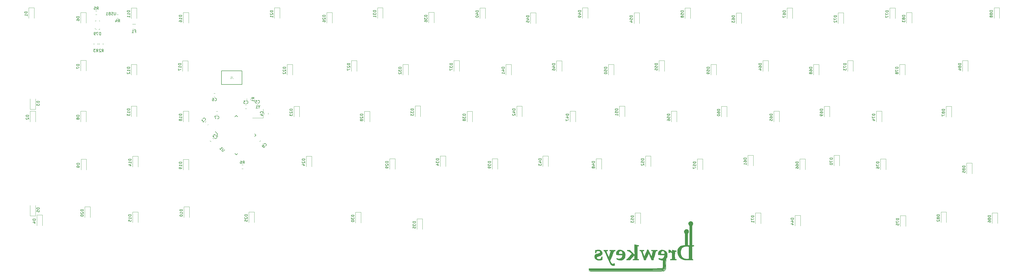
<source format=gbo>
G04 #@! TF.GenerationSoftware,KiCad,Pcbnew,(5.1.4)-1*
G04 #@! TF.CreationDate,2020-09-26T23:04:53-04:00*
G04 #@! TF.ProjectId,southpawpcbv2,736f7574-6870-4617-9770-636276322e6b,rev?*
G04 #@! TF.SameCoordinates,Original*
G04 #@! TF.FileFunction,Legend,Bot*
G04 #@! TF.FilePolarity,Positive*
%FSLAX46Y46*%
G04 Gerber Fmt 4.6, Leading zero omitted, Abs format (unit mm)*
G04 Created by KiCad (PCBNEW (5.1.4)-1) date 2020-09-26 23:04:53*
%MOMM*%
%LPD*%
G04 APERTURE LIST*
%ADD10C,0.010000*%
%ADD11C,0.120000*%
%ADD12C,0.127000*%
%ADD13C,0.100000*%
%ADD14C,0.150000*%
%ADD15C,0.015000*%
G04 APERTURE END LIST*
D10*
G04 #@! TO.C,G\002A\002A\002A*
G36*
X199172902Y4039435D02*
G01*
X199167509Y3984745D01*
X199162987Y3839887D01*
X199159433Y3616289D01*
X199156945Y3325379D01*
X199155618Y2978588D01*
X199155550Y2587343D01*
X199156838Y2163073D01*
X199156891Y2151504D01*
X199165564Y288257D01*
X198972282Y442790D01*
X198873845Y529254D01*
X198720348Y673510D01*
X198527457Y860408D01*
X198310836Y1074796D01*
X198118600Y1268491D01*
X197458200Y1939660D01*
X196416778Y1952200D01*
X196416789Y1787100D01*
X196427542Y1672932D01*
X196477376Y1628323D01*
X196556500Y1621717D01*
X196727194Y1607524D01*
X196892244Y1559264D01*
X197069465Y1467325D01*
X197276669Y1322094D01*
X197531666Y1113960D01*
X197589750Y1064127D01*
X197783454Y894729D01*
X197947477Y747097D01*
X198067253Y634661D01*
X198128213Y570850D01*
X198132746Y563565D01*
X198104876Y514438D01*
X198019532Y403302D01*
X197887962Y242982D01*
X197721413Y46303D01*
X197531133Y-173911D01*
X197328367Y-404836D01*
X197124365Y-633646D01*
X196930372Y-847518D01*
X196757637Y-1033626D01*
X196617407Y-1179146D01*
X196532667Y-1260900D01*
X196405515Y-1358814D01*
X196293413Y-1418000D01*
X196255937Y-1426000D01*
X196190875Y-1449762D01*
X196165051Y-1537437D01*
X196162800Y-1603800D01*
X196162800Y-1781600D01*
X197520044Y-1781600D01*
X197926832Y-1286300D01*
X198136003Y-1038361D01*
X198375182Y-765332D01*
X198609652Y-506409D01*
X198747921Y-359200D01*
X199162223Y72600D01*
X199148412Y-621727D01*
X199140561Y-878394D01*
X199128661Y-1098305D01*
X199114172Y-1261616D01*
X199098554Y-1348486D01*
X199094365Y-1356228D01*
X199023364Y-1385511D01*
X198889675Y-1413618D01*
X198814965Y-1423901D01*
X198669461Y-1445840D01*
X198596550Y-1482115D01*
X198567494Y-1554425D01*
X198559882Y-1616500D01*
X198543963Y-1781600D01*
X200734800Y-1781600D01*
X200734800Y-1603800D01*
X200729842Y-1494249D01*
X200696460Y-1442582D01*
X200606896Y-1427039D01*
X200507988Y-1426000D01*
X200347764Y-1413141D01*
X200257559Y-1367743D01*
X200228588Y-1327739D01*
X200218076Y-1258269D01*
X200208837Y-1100058D01*
X200200893Y-865958D01*
X200194269Y-568822D01*
X200188986Y-221500D01*
X200185069Y163156D01*
X200182541Y572293D01*
X200181424Y993060D01*
X200181743Y1412606D01*
X200183519Y1818078D01*
X200186778Y2196625D01*
X200191540Y2535394D01*
X200197831Y2821535D01*
X200205672Y3042196D01*
X200215088Y3184524D01*
X200220373Y3222200D01*
X200249411Y3315533D01*
X200305051Y3363306D01*
X200418033Y3384397D01*
X200493763Y3390084D01*
X200639378Y3403997D01*
X200710206Y3433051D01*
X200733019Y3495204D01*
X200734800Y3551761D01*
X200728188Y3634029D01*
X200695819Y3689114D01*
X200618895Y3725946D01*
X200478615Y3753456D01*
X200256182Y3780574D01*
X200252200Y3781015D01*
X200043804Y3815807D01*
X199795753Y3873932D01*
X199572493Y3939435D01*
X199392525Y3995364D01*
X199252753Y4031450D01*
X199178164Y4041439D01*
X199172902Y4039435D01*
X199172902Y4039435D01*
G37*
X199172902Y4039435D02*
X199167509Y3984745D01*
X199162987Y3839887D01*
X199159433Y3616289D01*
X199156945Y3325379D01*
X199155618Y2978588D01*
X199155550Y2587343D01*
X199156838Y2163073D01*
X199156891Y2151504D01*
X199165564Y288257D01*
X198972282Y442790D01*
X198873845Y529254D01*
X198720348Y673510D01*
X198527457Y860408D01*
X198310836Y1074796D01*
X198118600Y1268491D01*
X197458200Y1939660D01*
X196416778Y1952200D01*
X196416789Y1787100D01*
X196427542Y1672932D01*
X196477376Y1628323D01*
X196556500Y1621717D01*
X196727194Y1607524D01*
X196892244Y1559264D01*
X197069465Y1467325D01*
X197276669Y1322094D01*
X197531666Y1113960D01*
X197589750Y1064127D01*
X197783454Y894729D01*
X197947477Y747097D01*
X198067253Y634661D01*
X198128213Y570850D01*
X198132746Y563565D01*
X198104876Y514438D01*
X198019532Y403302D01*
X197887962Y242982D01*
X197721413Y46303D01*
X197531133Y-173911D01*
X197328367Y-404836D01*
X197124365Y-633646D01*
X196930372Y-847518D01*
X196757637Y-1033626D01*
X196617407Y-1179146D01*
X196532667Y-1260900D01*
X196405515Y-1358814D01*
X196293413Y-1418000D01*
X196255937Y-1426000D01*
X196190875Y-1449762D01*
X196165051Y-1537437D01*
X196162800Y-1603800D01*
X196162800Y-1781600D01*
X197520044Y-1781600D01*
X197926832Y-1286300D01*
X198136003Y-1038361D01*
X198375182Y-765332D01*
X198609652Y-506409D01*
X198747921Y-359200D01*
X199162223Y72600D01*
X199148412Y-621727D01*
X199140561Y-878394D01*
X199128661Y-1098305D01*
X199114172Y-1261616D01*
X199098554Y-1348486D01*
X199094365Y-1356228D01*
X199023364Y-1385511D01*
X198889675Y-1413618D01*
X198814965Y-1423901D01*
X198669461Y-1445840D01*
X198596550Y-1482115D01*
X198567494Y-1554425D01*
X198559882Y-1616500D01*
X198543963Y-1781600D01*
X200734800Y-1781600D01*
X200734800Y-1603800D01*
X200729842Y-1494249D01*
X200696460Y-1442582D01*
X200606896Y-1427039D01*
X200507988Y-1426000D01*
X200347764Y-1413141D01*
X200257559Y-1367743D01*
X200228588Y-1327739D01*
X200218076Y-1258269D01*
X200208837Y-1100058D01*
X200200893Y-865958D01*
X200194269Y-568822D01*
X200188986Y-221500D01*
X200185069Y163156D01*
X200182541Y572293D01*
X200181424Y993060D01*
X200181743Y1412606D01*
X200183519Y1818078D01*
X200186778Y2196625D01*
X200191540Y2535394D01*
X200197831Y2821535D01*
X200205672Y3042196D01*
X200215088Y3184524D01*
X200220373Y3222200D01*
X200249411Y3315533D01*
X200305051Y3363306D01*
X200418033Y3384397D01*
X200493763Y3390084D01*
X200639378Y3403997D01*
X200710206Y3433051D01*
X200733019Y3495204D01*
X200734800Y3551761D01*
X200728188Y3634029D01*
X200695819Y3689114D01*
X200618895Y3725946D01*
X200478615Y3753456D01*
X200256182Y3780574D01*
X200252200Y3781015D01*
X200043804Y3815807D01*
X199795753Y3873932D01*
X199572493Y3939435D01*
X199392525Y3995364D01*
X199252753Y4031450D01*
X199178164Y4041439D01*
X199172902Y4039435D01*
G36*
X203582010Y1310923D02*
G01*
X203449947Y996385D01*
X203307757Y663736D01*
X203169976Y346613D01*
X203051135Y78654D01*
X203018046Y5642D01*
X202775054Y-526427D01*
X202498312Y331887D01*
X202380335Y698606D01*
X202291410Y980528D01*
X202229470Y1189568D01*
X202192451Y1337647D01*
X202178285Y1436683D01*
X202184907Y1498594D01*
X202210250Y1535299D01*
X202252249Y1558716D01*
X202283527Y1570945D01*
X202440823Y1610203D01*
X202566908Y1622000D01*
X202669587Y1633414D01*
X202709785Y1688664D01*
X202716000Y1787796D01*
X202716000Y1953592D01*
X201090540Y1952200D01*
X201090470Y1787100D01*
X201100866Y1673179D01*
X201150835Y1628715D01*
X201237173Y1622000D01*
X201384287Y1591077D01*
X201487656Y1533100D01*
X201550761Y1442865D01*
X201638927Y1262099D01*
X201749423Y997995D01*
X201879517Y657747D01*
X202026477Y248548D01*
X202187572Y-222409D01*
X202360070Y-747928D01*
X202394177Y-854191D01*
X202690600Y-1780982D01*
X203351000Y-1780180D01*
X203551399Y-1285590D01*
X203647604Y-1053956D01*
X203771908Y-763074D01*
X203909999Y-446021D01*
X204047565Y-135873D01*
X204083141Y-56764D01*
X204414484Y677471D01*
X204689756Y95636D01*
X204824813Y-195428D01*
X204977969Y-534311D01*
X205128574Y-874916D01*
X205234850Y-1121200D01*
X205504671Y-1756200D01*
X205834968Y-1771162D01*
X206165266Y-1786125D01*
X206220842Y-1567962D01*
X206275756Y-1358963D01*
X206349175Y-1089063D01*
X206436308Y-774971D01*
X206532368Y-433397D01*
X206632565Y-81049D01*
X206732110Y265363D01*
X206826214Y589131D01*
X206910088Y873544D01*
X206978943Y1101895D01*
X207027990Y1257473D01*
X207043743Y1303169D01*
X207103957Y1455007D01*
X207160905Y1537688D01*
X207245698Y1577661D01*
X207389449Y1601375D01*
X207395456Y1602172D01*
X207544904Y1625770D01*
X207617658Y1657147D01*
X207638021Y1715134D01*
X207633604Y1786709D01*
X207618200Y1937610D01*
X206513297Y1944905D01*
X205408393Y1952200D01*
X205408397Y1787100D01*
X205414720Y1683535D01*
X205452618Y1635814D01*
X205550498Y1622113D01*
X205624300Y1621223D01*
X205753757Y1619460D01*
X205848185Y1607011D01*
X205909044Y1571538D01*
X205937792Y1500702D01*
X205935888Y1382166D01*
X205904789Y1203592D01*
X205845954Y952642D01*
X205760841Y616980D01*
X205748642Y569293D01*
X205671128Y271677D01*
X205599796Y8001D01*
X205539142Y-205923D01*
X205493659Y-354283D01*
X205467843Y-421267D01*
X205466658Y-422744D01*
X205436838Y-388527D01*
X205371868Y-272773D01*
X205277425Y-86982D01*
X205159187Y157347D01*
X205022831Y448716D01*
X204874035Y775625D01*
X204864684Y796456D01*
X204300736Y2053800D01*
X203902982Y2084134D01*
X203582010Y1310923D01*
X203582010Y1310923D01*
G37*
X203582010Y1310923D02*
X203449947Y996385D01*
X203307757Y663736D01*
X203169976Y346613D01*
X203051135Y78654D01*
X203018046Y5642D01*
X202775054Y-526427D01*
X202498312Y331887D01*
X202380335Y698606D01*
X202291410Y980528D01*
X202229470Y1189568D01*
X202192451Y1337647D01*
X202178285Y1436683D01*
X202184907Y1498594D01*
X202210250Y1535299D01*
X202252249Y1558716D01*
X202283527Y1570945D01*
X202440823Y1610203D01*
X202566908Y1622000D01*
X202669587Y1633414D01*
X202709785Y1688664D01*
X202716000Y1787796D01*
X202716000Y1953592D01*
X201090540Y1952200D01*
X201090470Y1787100D01*
X201100866Y1673179D01*
X201150835Y1628715D01*
X201237173Y1622000D01*
X201384287Y1591077D01*
X201487656Y1533100D01*
X201550761Y1442865D01*
X201638927Y1262099D01*
X201749423Y997995D01*
X201879517Y657747D01*
X202026477Y248548D01*
X202187572Y-222409D01*
X202360070Y-747928D01*
X202394177Y-854191D01*
X202690600Y-1780982D01*
X203351000Y-1780180D01*
X203551399Y-1285590D01*
X203647604Y-1053956D01*
X203771908Y-763074D01*
X203909999Y-446021D01*
X204047565Y-135873D01*
X204083141Y-56764D01*
X204414484Y677471D01*
X204689756Y95636D01*
X204824813Y-195428D01*
X204977969Y-534311D01*
X205128574Y-874916D01*
X205234850Y-1121200D01*
X205504671Y-1756200D01*
X205834968Y-1771162D01*
X206165266Y-1786125D01*
X206220842Y-1567962D01*
X206275756Y-1358963D01*
X206349175Y-1089063D01*
X206436308Y-774971D01*
X206532368Y-433397D01*
X206632565Y-81049D01*
X206732110Y265363D01*
X206826214Y589131D01*
X206910088Y873544D01*
X206978943Y1101895D01*
X207027990Y1257473D01*
X207043743Y1303169D01*
X207103957Y1455007D01*
X207160905Y1537688D01*
X207245698Y1577661D01*
X207389449Y1601375D01*
X207395456Y1602172D01*
X207544904Y1625770D01*
X207617658Y1657147D01*
X207638021Y1715134D01*
X207633604Y1786709D01*
X207618200Y1937610D01*
X206513297Y1944905D01*
X205408393Y1952200D01*
X205408397Y1787100D01*
X205414720Y1683535D01*
X205452618Y1635814D01*
X205550498Y1622113D01*
X205624300Y1621223D01*
X205753757Y1619460D01*
X205848185Y1607011D01*
X205909044Y1571538D01*
X205937792Y1500702D01*
X205935888Y1382166D01*
X205904789Y1203592D01*
X205845954Y952642D01*
X205760841Y616980D01*
X205748642Y569293D01*
X205671128Y271677D01*
X205599796Y8001D01*
X205539142Y-205923D01*
X205493659Y-354283D01*
X205467843Y-421267D01*
X205466658Y-422744D01*
X205436838Y-388527D01*
X205371868Y-272773D01*
X205277425Y-86982D01*
X205159187Y157347D01*
X205022831Y448716D01*
X204874035Y775625D01*
X204864684Y796456D01*
X204300736Y2053800D01*
X203902982Y2084134D01*
X203582010Y1310923D01*
G36*
X211860405Y2021390D02*
G01*
X211790955Y1989177D01*
X211783432Y1924807D01*
X211782486Y1782516D01*
X211787939Y1585755D01*
X211795198Y1433034D01*
X211815392Y1164772D01*
X211845214Y989393D01*
X211891023Y898235D01*
X211959181Y882633D01*
X212056048Y933924D01*
X212122885Y986681D01*
X212320480Y1094400D01*
X212537087Y1119774D01*
X212748062Y1070193D01*
X212928761Y953046D01*
X213054540Y775722D01*
X213081447Y699259D01*
X213103086Y564693D01*
X213117651Y362152D01*
X213125547Y111382D01*
X213127177Y-167874D01*
X213122946Y-455869D01*
X213113257Y-732859D01*
X213098515Y-979098D01*
X213079124Y-1174842D01*
X213055487Y-1300345D01*
X213039853Y-1333312D01*
X212954473Y-1375254D01*
X212807778Y-1411057D01*
X212709653Y-1424707D01*
X212554573Y-1444136D01*
X212473680Y-1474279D01*
X212439859Y-1533618D01*
X212428282Y-1616500D01*
X212412363Y-1781600D01*
X214704800Y-1781600D01*
X214704800Y-1603800D01*
X214699842Y-1494249D01*
X214666460Y-1442582D01*
X214576896Y-1427039D01*
X214477988Y-1426000D01*
X214317764Y-1413141D01*
X214227559Y-1367743D01*
X214198588Y-1327739D01*
X214180425Y-1243852D01*
X214165956Y-1078406D01*
X214155125Y-848459D01*
X214147879Y-571072D01*
X214144164Y-263303D01*
X214143924Y57788D01*
X214147106Y375141D01*
X214153657Y671697D01*
X214163520Y930398D01*
X214176643Y1134183D01*
X214192972Y1265993D01*
X214206961Y1307041D01*
X214293037Y1345074D01*
X214434463Y1366361D01*
X214486361Y1368000D01*
X214622768Y1372561D01*
X214685850Y1400788D01*
X214703864Y1474497D01*
X214704800Y1536653D01*
X214704800Y1705305D01*
X214241324Y1767013D01*
X213992059Y1807411D01*
X213741974Y1859855D01*
X213535977Y1914641D01*
X213493785Y1928561D01*
X213335007Y1982161D01*
X213215650Y2018400D01*
X213169861Y2028400D01*
X213151341Y1981621D01*
X213137399Y1857316D01*
X213130396Y1679535D01*
X213130000Y1622442D01*
X213130000Y1216483D01*
X212840897Y1533542D01*
X212689551Y1693136D01*
X212547162Y1832354D01*
X212439594Y1926165D01*
X212421797Y1939166D01*
X212309568Y1986268D01*
X212155133Y2017533D01*
X211993682Y2030170D01*
X211860405Y2021390D01*
X211860405Y2021390D01*
G37*
X211860405Y2021390D02*
X211790955Y1989177D01*
X211783432Y1924807D01*
X211782486Y1782516D01*
X211787939Y1585755D01*
X211795198Y1433034D01*
X211815392Y1164772D01*
X211845214Y989393D01*
X211891023Y898235D01*
X211959181Y882633D01*
X212056048Y933924D01*
X212122885Y986681D01*
X212320480Y1094400D01*
X212537087Y1119774D01*
X212748062Y1070193D01*
X212928761Y953046D01*
X213054540Y775722D01*
X213081447Y699259D01*
X213103086Y564693D01*
X213117651Y362152D01*
X213125547Y111382D01*
X213127177Y-167874D01*
X213122946Y-455869D01*
X213113257Y-732859D01*
X213098515Y-979098D01*
X213079124Y-1174842D01*
X213055487Y-1300345D01*
X213039853Y-1333312D01*
X212954473Y-1375254D01*
X212807778Y-1411057D01*
X212709653Y-1424707D01*
X212554573Y-1444136D01*
X212473680Y-1474279D01*
X212439859Y-1533618D01*
X212428282Y-1616500D01*
X212412363Y-1781600D01*
X214704800Y-1781600D01*
X214704800Y-1603800D01*
X214699842Y-1494249D01*
X214666460Y-1442582D01*
X214576896Y-1427039D01*
X214477988Y-1426000D01*
X214317764Y-1413141D01*
X214227559Y-1367743D01*
X214198588Y-1327739D01*
X214180425Y-1243852D01*
X214165956Y-1078406D01*
X214155125Y-848459D01*
X214147879Y-571072D01*
X214144164Y-263303D01*
X214143924Y57788D01*
X214147106Y375141D01*
X214153657Y671697D01*
X214163520Y930398D01*
X214176643Y1134183D01*
X214192972Y1265993D01*
X214206961Y1307041D01*
X214293037Y1345074D01*
X214434463Y1366361D01*
X214486361Y1368000D01*
X214622768Y1372561D01*
X214685850Y1400788D01*
X214703864Y1474497D01*
X214704800Y1536653D01*
X214704800Y1705305D01*
X214241324Y1767013D01*
X213992059Y1807411D01*
X213741974Y1859855D01*
X213535977Y1914641D01*
X213493785Y1928561D01*
X213335007Y1982161D01*
X213215650Y2018400D01*
X213169861Y2028400D01*
X213151341Y1981621D01*
X213137399Y1857316D01*
X213130396Y1679535D01*
X213130000Y1622442D01*
X213130000Y1216483D01*
X212840897Y1533542D01*
X212689551Y1693136D01*
X212547162Y1832354D01*
X212439594Y1926165D01*
X212421797Y1939166D01*
X212309568Y1986268D01*
X212155133Y2017533D01*
X211993682Y2030170D01*
X211860405Y2021390D01*
G36*
X219647721Y12539121D02*
G01*
X219425837Y12380337D01*
X219272483Y12165239D01*
X219190672Y11915168D01*
X219183419Y11651465D01*
X219253739Y11395469D01*
X219404644Y11168523D01*
X219448053Y11125445D01*
X219581601Y11002290D01*
X219581601Y7351121D01*
X219581600Y3699952D01*
X218946600Y3730200D01*
X218933342Y5886205D01*
X218920083Y8042210D01*
X219069926Y8197605D01*
X219234207Y8430312D01*
X219311170Y8680912D01*
X219309215Y8933766D01*
X219236739Y9173238D01*
X219102143Y9383691D01*
X218913826Y9549486D01*
X218680186Y9654986D01*
X218409624Y9684554D01*
X218279507Y9669193D01*
X218086813Y9593130D01*
X217891171Y9451154D01*
X217727694Y9271552D01*
X217669772Y9177996D01*
X217607897Y8975700D01*
X217600719Y8742305D01*
X217642339Y8509032D01*
X217726860Y8307103D01*
X217848387Y8167741D01*
X217862336Y8158455D01*
X217885097Y8139693D01*
X217903847Y8108368D01*
X217918975Y8055285D01*
X217930866Y7971247D01*
X217939908Y7847059D01*
X217946487Y7673525D01*
X217950991Y7441449D01*
X217953806Y7141634D01*
X217955320Y6764884D01*
X217955919Y6302004D01*
X217956001Y5932115D01*
X217956001Y3764269D01*
X217562301Y3731999D01*
X217077999Y3675750D01*
X216675517Y3589536D01*
X216337762Y3466604D01*
X216047642Y3300204D01*
X215788062Y3083584D01*
X215704624Y2998255D01*
X215436412Y2641976D01*
X215250102Y2232688D01*
X215144594Y1766789D01*
X215118786Y1240678D01*
X215124617Y1100046D01*
X215186401Y597929D01*
X215315520Y150711D01*
X215521240Y-270080D01*
X215622954Y-431261D01*
X215908859Y-804421D01*
X216225608Y-1104912D01*
X216593456Y-1347751D01*
X217032662Y-1547958D01*
X217219400Y-1614943D01*
X217332647Y-1652472D01*
X217434659Y-1682578D01*
X217538229Y-1706223D01*
X217656145Y-1724367D01*
X217801200Y-1737972D01*
X217986182Y-1748000D01*
X218223882Y-1755412D01*
X218527091Y-1761170D01*
X218908599Y-1766234D01*
X219289500Y-1770552D01*
X219744118Y-1775402D01*
X220107381Y-1778462D01*
X220389525Y-1779239D01*
X220600787Y-1777242D01*
X220751404Y-1771977D01*
X220851612Y-1762950D01*
X220911649Y-1749670D01*
X220941750Y-1731642D01*
X220952153Y-1708375D01*
X220953200Y-1690441D01*
X220910610Y-1597915D01*
X220798235Y-1491124D01*
X220757616Y-1462469D01*
X220562032Y-1333038D01*
X220525616Y-16198D01*
X220516902Y389729D01*
X220512182Y817243D01*
X220511901Y944695D01*
X219353000Y944695D01*
X219353000Y-1299000D01*
X219048200Y-1329428D01*
X218691752Y-1345219D01*
X218307886Y-1329492D01*
X217945596Y-1285351D01*
X217765486Y-1248159D01*
X217384765Y-1103637D01*
X217057480Y-876890D01*
X216787078Y-574141D01*
X216577003Y-201615D01*
X216430701Y234464D01*
X216351616Y727873D01*
X216343195Y1272387D01*
X216345620Y1317000D01*
X216409305Y1816167D01*
X216537948Y2240010D01*
X216733473Y2590067D01*
X216997802Y2867876D01*
X217332860Y3074976D01*
X217740571Y3212905D01*
X218222860Y3283201D01*
X218781648Y3287402D01*
X218808365Y3286075D01*
X219018390Y3271649D01*
X219188809Y3253358D01*
X219294944Y3234168D01*
X219316365Y3224997D01*
X219323995Y3168103D01*
X219331086Y3020068D01*
X219337472Y2791348D01*
X219342983Y2492401D01*
X219347453Y2133684D01*
X219350712Y1725655D01*
X219352593Y1278770D01*
X219353000Y944695D01*
X220511901Y944695D01*
X220511223Y1251387D01*
X220513791Y1677206D01*
X220519653Y2079743D01*
X220528573Y2444044D01*
X220540320Y2755151D01*
X220554658Y2998110D01*
X220571355Y3157964D01*
X220575600Y3181875D01*
X220622698Y3266853D01*
X220736687Y3314691D01*
X220788510Y3324502D01*
X220992637Y3358534D01*
X221116559Y3388210D01*
X221180285Y3425876D01*
X221203830Y3483878D01*
X221207202Y3574562D01*
X221207200Y3582812D01*
X221207200Y3763687D01*
X220877000Y3728326D01*
X220546800Y3692964D01*
X220546800Y7374009D01*
X220546836Y8073395D01*
X220547075Y8678252D01*
X220547717Y9195655D01*
X220548964Y9632674D01*
X220551014Y9996382D01*
X220554067Y10293851D01*
X220558324Y10532153D01*
X220563985Y10718361D01*
X220571248Y10859547D01*
X220580315Y10962783D01*
X220591386Y11035142D01*
X220604659Y11083695D01*
X220620336Y11115515D01*
X220638616Y11137674D01*
X220653601Y11151707D01*
X220814809Y11360206D01*
X220895627Y11604806D01*
X220899258Y11863863D01*
X220828907Y12115734D01*
X220687779Y12338774D01*
X220479078Y12511341D01*
X220449910Y12527489D01*
X220179068Y12626833D01*
X219914825Y12629006D01*
X219647721Y12539121D01*
X219647721Y12539121D01*
G37*
X219647721Y12539121D02*
X219425837Y12380337D01*
X219272483Y12165239D01*
X219190672Y11915168D01*
X219183419Y11651465D01*
X219253739Y11395469D01*
X219404644Y11168523D01*
X219448053Y11125445D01*
X219581601Y11002290D01*
X219581601Y7351121D01*
X219581600Y3699952D01*
X218946600Y3730200D01*
X218933342Y5886205D01*
X218920083Y8042210D01*
X219069926Y8197605D01*
X219234207Y8430312D01*
X219311170Y8680912D01*
X219309215Y8933766D01*
X219236739Y9173238D01*
X219102143Y9383691D01*
X218913826Y9549486D01*
X218680186Y9654986D01*
X218409624Y9684554D01*
X218279507Y9669193D01*
X218086813Y9593130D01*
X217891171Y9451154D01*
X217727694Y9271552D01*
X217669772Y9177996D01*
X217607897Y8975700D01*
X217600719Y8742305D01*
X217642339Y8509032D01*
X217726860Y8307103D01*
X217848387Y8167741D01*
X217862336Y8158455D01*
X217885097Y8139693D01*
X217903847Y8108368D01*
X217918975Y8055285D01*
X217930866Y7971247D01*
X217939908Y7847059D01*
X217946487Y7673525D01*
X217950991Y7441449D01*
X217953806Y7141634D01*
X217955320Y6764884D01*
X217955919Y6302004D01*
X217956001Y5932115D01*
X217956001Y3764269D01*
X217562301Y3731999D01*
X217077999Y3675750D01*
X216675517Y3589536D01*
X216337762Y3466604D01*
X216047642Y3300204D01*
X215788062Y3083584D01*
X215704624Y2998255D01*
X215436412Y2641976D01*
X215250102Y2232688D01*
X215144594Y1766789D01*
X215118786Y1240678D01*
X215124617Y1100046D01*
X215186401Y597929D01*
X215315520Y150711D01*
X215521240Y-270080D01*
X215622954Y-431261D01*
X215908859Y-804421D01*
X216225608Y-1104912D01*
X216593456Y-1347751D01*
X217032662Y-1547958D01*
X217219400Y-1614943D01*
X217332647Y-1652472D01*
X217434659Y-1682578D01*
X217538229Y-1706223D01*
X217656145Y-1724367D01*
X217801200Y-1737972D01*
X217986182Y-1748000D01*
X218223882Y-1755412D01*
X218527091Y-1761170D01*
X218908599Y-1766234D01*
X219289500Y-1770552D01*
X219744118Y-1775402D01*
X220107381Y-1778462D01*
X220389525Y-1779239D01*
X220600787Y-1777242D01*
X220751404Y-1771977D01*
X220851612Y-1762950D01*
X220911649Y-1749670D01*
X220941750Y-1731642D01*
X220952153Y-1708375D01*
X220953200Y-1690441D01*
X220910610Y-1597915D01*
X220798235Y-1491124D01*
X220757616Y-1462469D01*
X220562032Y-1333038D01*
X220525616Y-16198D01*
X220516902Y389729D01*
X220512182Y817243D01*
X220511901Y944695D01*
X219353000Y944695D01*
X219353000Y-1299000D01*
X219048200Y-1329428D01*
X218691752Y-1345219D01*
X218307886Y-1329492D01*
X217945596Y-1285351D01*
X217765486Y-1248159D01*
X217384765Y-1103637D01*
X217057480Y-876890D01*
X216787078Y-574141D01*
X216577003Y-201615D01*
X216430701Y234464D01*
X216351616Y727873D01*
X216343195Y1272387D01*
X216345620Y1317000D01*
X216409305Y1816167D01*
X216537948Y2240010D01*
X216733473Y2590067D01*
X216997802Y2867876D01*
X217332860Y3074976D01*
X217740571Y3212905D01*
X218222860Y3283201D01*
X218781648Y3287402D01*
X218808365Y3286075D01*
X219018390Y3271649D01*
X219188809Y3253358D01*
X219294944Y3234168D01*
X219316365Y3224997D01*
X219323995Y3168103D01*
X219331086Y3020068D01*
X219337472Y2791348D01*
X219342983Y2492401D01*
X219347453Y2133684D01*
X219350712Y1725655D01*
X219352593Y1278770D01*
X219353000Y944695D01*
X220511901Y944695D01*
X220511223Y1251387D01*
X220513791Y1677206D01*
X220519653Y2079743D01*
X220528573Y2444044D01*
X220540320Y2755151D01*
X220554658Y2998110D01*
X220571355Y3157964D01*
X220575600Y3181875D01*
X220622698Y3266853D01*
X220736687Y3314691D01*
X220788510Y3324502D01*
X220992637Y3358534D01*
X221116559Y3388210D01*
X221180285Y3425876D01*
X221203830Y3483878D01*
X221207202Y3574562D01*
X221207200Y3582812D01*
X221207200Y3763687D01*
X220877000Y3728326D01*
X220546800Y3692964D01*
X220546800Y7374009D01*
X220546836Y8073395D01*
X220547075Y8678252D01*
X220547717Y9195655D01*
X220548964Y9632674D01*
X220551014Y9996382D01*
X220554067Y10293851D01*
X220558324Y10532153D01*
X220563985Y10718361D01*
X220571248Y10859547D01*
X220580315Y10962783D01*
X220591386Y11035142D01*
X220604659Y11083695D01*
X220620336Y11115515D01*
X220638616Y11137674D01*
X220653601Y11151707D01*
X220814809Y11360206D01*
X220895627Y11604806D01*
X220899258Y11863863D01*
X220828907Y12115734D01*
X220687779Y12338774D01*
X220479078Y12511341D01*
X220449910Y12527489D01*
X220179068Y12626833D01*
X219914825Y12629006D01*
X219647721Y12539121D01*
G36*
X185062774Y1993020D02*
G01*
X184884864Y1956103D01*
X184717274Y1911399D01*
X184594210Y1875244D01*
X184543517Y1856050D01*
X184539596Y1801441D01*
X184542849Y1668370D01*
X184552487Y1479661D01*
X184560985Y1349553D01*
X184595397Y860000D01*
X184765699Y860000D01*
X184874147Y866432D01*
X184922791Y905082D01*
X184935569Y1004986D01*
X184936000Y1066540D01*
X184949368Y1226229D01*
X184982371Y1357221D01*
X184990889Y1375641D01*
X185104909Y1489808D01*
X185296769Y1572725D01*
X185545509Y1616829D01*
X185673492Y1622000D01*
X185967060Y1591794D01*
X186179128Y1501263D01*
X186309518Y1350537D01*
X186358053Y1139747D01*
X186358400Y1117340D01*
X186344092Y999872D01*
X186293646Y902048D01*
X186195779Y817985D01*
X186039210Y741800D01*
X185812656Y667610D01*
X185504836Y589533D01*
X185228019Y527923D01*
X185014257Y472488D01*
X184818053Y405235D01*
X184678712Y339820D01*
X184669219Y333773D01*
X184479463Y150299D01*
X184351045Y-93414D01*
X184285825Y-375233D01*
X184285664Y-673027D01*
X184352422Y-964663D01*
X184487959Y-1228008D01*
X184532976Y-1287033D01*
X184738038Y-1472442D01*
X185016187Y-1635061D01*
X185339617Y-1764074D01*
X185680523Y-1848663D01*
X186011100Y-1878012D01*
X186050230Y-1877261D01*
X186213372Y-1864598D01*
X186410592Y-1839721D01*
X186485400Y-1827836D01*
X186694227Y-1785928D01*
X186908706Y-1733816D01*
X186968000Y-1717241D01*
X187058115Y-1692485D01*
X187121502Y-1668980D01*
X187162358Y-1630506D01*
X187184880Y-1560841D01*
X187193265Y-1443764D01*
X187191710Y-1263056D01*
X187184411Y-1002495D01*
X187181360Y-892600D01*
X187171200Y-511600D01*
X186999691Y-511600D01*
X186901468Y-515823D01*
X186847996Y-545073D01*
X186821969Y-624219D01*
X186806080Y-778130D01*
X186804979Y-791390D01*
X186755504Y-1036460D01*
X186644861Y-1213387D01*
X186458889Y-1338905D01*
X186288663Y-1401517D01*
X185974839Y-1462030D01*
X185693347Y-1453752D01*
X185456701Y-1382234D01*
X185277417Y-1253024D01*
X185168008Y-1071673D01*
X185139200Y-891783D01*
X185153171Y-752828D01*
X185203370Y-640422D01*
X185302235Y-546412D01*
X185462199Y-462646D01*
X185695698Y-380973D01*
X186015166Y-293241D01*
X186075504Y-277993D01*
X186315726Y-211593D01*
X186535021Y-139885D01*
X186704542Y-72895D01*
X186779143Y-33506D01*
X187003606Y174747D01*
X187144395Y436055D01*
X187198324Y741468D01*
X187167658Y1057592D01*
X187052891Y1374657D01*
X186856499Y1632020D01*
X186576645Y1831970D01*
X186527836Y1856918D01*
X186369084Y1927520D01*
X186219474Y1973148D01*
X186045730Y2000541D01*
X185814574Y2016434D01*
X185720970Y2020269D01*
X185358749Y2021375D01*
X185062774Y1993020D01*
X185062774Y1993020D01*
G37*
X185062774Y1993020D02*
X184884864Y1956103D01*
X184717274Y1911399D01*
X184594210Y1875244D01*
X184543517Y1856050D01*
X184539596Y1801441D01*
X184542849Y1668370D01*
X184552487Y1479661D01*
X184560985Y1349553D01*
X184595397Y860000D01*
X184765699Y860000D01*
X184874147Y866432D01*
X184922791Y905082D01*
X184935569Y1004986D01*
X184936000Y1066540D01*
X184949368Y1226229D01*
X184982371Y1357221D01*
X184990889Y1375641D01*
X185104909Y1489808D01*
X185296769Y1572725D01*
X185545509Y1616829D01*
X185673492Y1622000D01*
X185967060Y1591794D01*
X186179128Y1501263D01*
X186309518Y1350537D01*
X186358053Y1139747D01*
X186358400Y1117340D01*
X186344092Y999872D01*
X186293646Y902048D01*
X186195779Y817985D01*
X186039210Y741800D01*
X185812656Y667610D01*
X185504836Y589533D01*
X185228019Y527923D01*
X185014257Y472488D01*
X184818053Y405235D01*
X184678712Y339820D01*
X184669219Y333773D01*
X184479463Y150299D01*
X184351045Y-93414D01*
X184285825Y-375233D01*
X184285664Y-673027D01*
X184352422Y-964663D01*
X184487959Y-1228008D01*
X184532976Y-1287033D01*
X184738038Y-1472442D01*
X185016187Y-1635061D01*
X185339617Y-1764074D01*
X185680523Y-1848663D01*
X186011100Y-1878012D01*
X186050230Y-1877261D01*
X186213372Y-1864598D01*
X186410592Y-1839721D01*
X186485400Y-1827836D01*
X186694227Y-1785928D01*
X186908706Y-1733816D01*
X186968000Y-1717241D01*
X187058115Y-1692485D01*
X187121502Y-1668980D01*
X187162358Y-1630506D01*
X187184880Y-1560841D01*
X187193265Y-1443764D01*
X187191710Y-1263056D01*
X187184411Y-1002495D01*
X187181360Y-892600D01*
X187171200Y-511600D01*
X186999691Y-511600D01*
X186901468Y-515823D01*
X186847996Y-545073D01*
X186821969Y-624219D01*
X186806080Y-778130D01*
X186804979Y-791390D01*
X186755504Y-1036460D01*
X186644861Y-1213387D01*
X186458889Y-1338905D01*
X186288663Y-1401517D01*
X185974839Y-1462030D01*
X185693347Y-1453752D01*
X185456701Y-1382234D01*
X185277417Y-1253024D01*
X185168008Y-1071673D01*
X185139200Y-891783D01*
X185153171Y-752828D01*
X185203370Y-640422D01*
X185302235Y-546412D01*
X185462199Y-462646D01*
X185695698Y-380973D01*
X186015166Y-293241D01*
X186075504Y-277993D01*
X186315726Y-211593D01*
X186535021Y-139885D01*
X186704542Y-72895D01*
X186779143Y-33506D01*
X187003606Y174747D01*
X187144395Y436055D01*
X187198324Y741468D01*
X187167658Y1057592D01*
X187052891Y1374657D01*
X186856499Y1632020D01*
X186576645Y1831970D01*
X186527836Y1856918D01*
X186369084Y1927520D01*
X186219474Y1973148D01*
X186045730Y2000541D01*
X185814574Y2016434D01*
X185720970Y2020269D01*
X185358749Y2021375D01*
X185062774Y1993020D01*
G36*
X193491029Y2006278D02*
G01*
X193141110Y1916950D01*
X192839680Y1748811D01*
X192745918Y1672854D01*
X192554321Y1466377D01*
X192427521Y1231495D01*
X192356732Y945795D01*
X192333555Y620793D01*
X192327400Y227321D01*
X192581400Y167537D01*
X192716971Y147408D01*
X192931279Y129576D01*
X193201467Y115323D01*
X193504676Y105930D01*
X193734102Y102877D01*
X194025944Y98919D01*
X194281334Y90943D01*
X194483440Y79842D01*
X194615432Y66508D01*
X194660136Y53778D01*
X194666699Y-30814D01*
X194638614Y-178364D01*
X194584907Y-360098D01*
X194514605Y-547242D01*
X194436737Y-711022D01*
X194402085Y-768751D01*
X194272138Y-921187D01*
X194103660Y-1064999D01*
X194033188Y-1111464D01*
X193898179Y-1182732D01*
X193771741Y-1223514D01*
X193617466Y-1241344D01*
X193398950Y-1243755D01*
X193394200Y-1243703D01*
X193108763Y-1227891D01*
X192886470Y-1183602D01*
X192749983Y-1132701D01*
X192573609Y-1070109D01*
X192471331Y-1075967D01*
X192440097Y-1152619D01*
X192476851Y-1302410D01*
X192488764Y-1333140D01*
X192549992Y-1447262D01*
X192642977Y-1540326D01*
X192787145Y-1625364D01*
X193001921Y-1715407D01*
X193126433Y-1760906D01*
X193327991Y-1810235D01*
X193591354Y-1844567D01*
X193877521Y-1861614D01*
X194147495Y-1859084D01*
X194362276Y-1834688D01*
X194366764Y-1833744D01*
X194741282Y-1704544D01*
X195078702Y-1492472D01*
X195359964Y-1212747D01*
X195566010Y-880590D01*
X195569277Y-873418D01*
X195624700Y-720776D01*
X195662210Y-536298D01*
X195686014Y-293940D01*
X195696389Y-86202D01*
X195694152Y361847D01*
X195674242Y510532D01*
X194703433Y510532D01*
X194455217Y488332D01*
X194255841Y479036D01*
X194024352Y480084D01*
X193907449Y485266D01*
X193721811Y495843D01*
X193561381Y502792D01*
X193488349Y504400D01*
X193418615Y513144D01*
X193383194Y556224D01*
X193370861Y658914D01*
X193369916Y771100D01*
X193396743Y1014470D01*
X193467213Y1241323D01*
X193569346Y1422656D01*
X193681093Y1524410D01*
X193865673Y1580463D01*
X194081203Y1586068D01*
X194278345Y1542495D01*
X194347855Y1507222D01*
X194504166Y1356136D01*
X194609574Y1135610D01*
X194669546Y833935D01*
X194671763Y813540D01*
X194703433Y510532D01*
X195674242Y510532D01*
X195644691Y731207D01*
X195539729Y1037025D01*
X195370989Y1294450D01*
X195130194Y1518632D01*
X194809066Y1724719D01*
X194665297Y1800909D01*
X194438682Y1908453D01*
X194254691Y1973125D01*
X194070610Y2007190D01*
X193901154Y2020319D01*
X193491029Y2006278D01*
X193491029Y2006278D01*
G37*
X193491029Y2006278D02*
X193141110Y1916950D01*
X192839680Y1748811D01*
X192745918Y1672854D01*
X192554321Y1466377D01*
X192427521Y1231495D01*
X192356732Y945795D01*
X192333555Y620793D01*
X192327400Y227321D01*
X192581400Y167537D01*
X192716971Y147408D01*
X192931279Y129576D01*
X193201467Y115323D01*
X193504676Y105930D01*
X193734102Y102877D01*
X194025944Y98919D01*
X194281334Y90943D01*
X194483440Y79842D01*
X194615432Y66508D01*
X194660136Y53778D01*
X194666699Y-30814D01*
X194638614Y-178364D01*
X194584907Y-360098D01*
X194514605Y-547242D01*
X194436737Y-711022D01*
X194402085Y-768751D01*
X194272138Y-921187D01*
X194103660Y-1064999D01*
X194033188Y-1111464D01*
X193898179Y-1182732D01*
X193771741Y-1223514D01*
X193617466Y-1241344D01*
X193398950Y-1243755D01*
X193394200Y-1243703D01*
X193108763Y-1227891D01*
X192886470Y-1183602D01*
X192749983Y-1132701D01*
X192573609Y-1070109D01*
X192471331Y-1075967D01*
X192440097Y-1152619D01*
X192476851Y-1302410D01*
X192488764Y-1333140D01*
X192549992Y-1447262D01*
X192642977Y-1540326D01*
X192787145Y-1625364D01*
X193001921Y-1715407D01*
X193126433Y-1760906D01*
X193327991Y-1810235D01*
X193591354Y-1844567D01*
X193877521Y-1861614D01*
X194147495Y-1859084D01*
X194362276Y-1834688D01*
X194366764Y-1833744D01*
X194741282Y-1704544D01*
X195078702Y-1492472D01*
X195359964Y-1212747D01*
X195566010Y-880590D01*
X195569277Y-873418D01*
X195624700Y-720776D01*
X195662210Y-536298D01*
X195686014Y-293940D01*
X195696389Y-86202D01*
X195694152Y361847D01*
X195674242Y510532D01*
X194703433Y510532D01*
X194455217Y488332D01*
X194255841Y479036D01*
X194024352Y480084D01*
X193907449Y485266D01*
X193721811Y495843D01*
X193561381Y502792D01*
X193488349Y504400D01*
X193418615Y513144D01*
X193383194Y556224D01*
X193370861Y658914D01*
X193369916Y771100D01*
X193396743Y1014470D01*
X193467213Y1241323D01*
X193569346Y1422656D01*
X193681093Y1524410D01*
X193865673Y1580463D01*
X194081203Y1586068D01*
X194278345Y1542495D01*
X194347855Y1507222D01*
X194504166Y1356136D01*
X194609574Y1135610D01*
X194669546Y833935D01*
X194671763Y813540D01*
X194703433Y510532D01*
X195674242Y510532D01*
X195644691Y731207D01*
X195539729Y1037025D01*
X195370989Y1294450D01*
X195130194Y1518632D01*
X194809066Y1724719D01*
X194665297Y1800909D01*
X194438682Y1908453D01*
X194254691Y1973125D01*
X194070610Y2007190D01*
X193901154Y2020319D01*
X193491029Y2006278D01*
G36*
X189863657Y1787100D02*
G01*
X189875847Y1671389D01*
X189925965Y1626456D01*
X189977900Y1621307D01*
X190176288Y1599950D01*
X190288058Y1536131D01*
X190320800Y1434128D01*
X190303352Y1355974D01*
X190255448Y1201753D01*
X190183756Y989529D01*
X190094939Y737368D01*
X189995664Y463337D01*
X189892596Y185502D01*
X189792400Y-78072D01*
X189701741Y-309318D01*
X189627285Y-490170D01*
X189575697Y-602562D01*
X189559940Y-628158D01*
X189530189Y-597242D01*
X189470103Y-487575D01*
X189386579Y-314938D01*
X189286514Y-95112D01*
X189176805Y156122D01*
X189064350Y422983D01*
X188956046Y689690D01*
X188858789Y940462D01*
X188782627Y1150380D01*
X188724279Y1323779D01*
X188698640Y1427351D01*
X188704782Y1487139D01*
X188741779Y1529187D01*
X188768410Y1549380D01*
X188888499Y1600701D01*
X189038328Y1622000D01*
X189153608Y1629925D01*
X189195918Y1672929D01*
X189193719Y1779613D01*
X189177800Y1937226D01*
X187679160Y1952200D01*
X187679180Y1787100D01*
X187694317Y1667433D01*
X187747802Y1623685D01*
X187769497Y1622000D01*
X187925342Y1572826D01*
X188071559Y1431796D01*
X188189914Y1226539D01*
X188234302Y1126502D01*
X188314201Y945243D01*
X188424404Y694622D01*
X188559702Y386500D01*
X188714888Y32738D01*
X188884754Y-354802D01*
X189064092Y-764261D01*
X189086918Y-816400D01*
X189325672Y-1360687D01*
X189528371Y-1819913D01*
X189699001Y-2202393D01*
X189841550Y-2516441D01*
X189960006Y-2770372D01*
X190058357Y-2972501D01*
X190140590Y-3131142D01*
X190210693Y-3254610D01*
X190272653Y-3351220D01*
X190330458Y-3429287D01*
X190353527Y-3457442D01*
X190581369Y-3653907D01*
X190867938Y-3787752D01*
X191187115Y-3852247D01*
X191512779Y-3840659D01*
X191683117Y-3800085D01*
X191794952Y-3753791D01*
X191830175Y-3694776D01*
X191818197Y-3614771D01*
X191789597Y-3483468D01*
X191757290Y-3308932D01*
X191746002Y-3241054D01*
X191710256Y-3061678D01*
X191669290Y-2971031D01*
X191613117Y-2956352D01*
X191550264Y-2990918D01*
X191294495Y-3132385D01*
X191049554Y-3183122D01*
X190826588Y-3142969D01*
X190636742Y-3011764D01*
X190629608Y-3004204D01*
X190546702Y-2892786D01*
X190441289Y-2720426D01*
X190332405Y-2518901D01*
X190300933Y-2455497D01*
X190103266Y-2047921D01*
X190797971Y-293938D01*
X190957564Y105896D01*
X191107977Y476823D01*
X191244624Y807970D01*
X191362917Y1088467D01*
X191458267Y1307441D01*
X191526087Y1454021D01*
X191561790Y1517333D01*
X191562606Y1518081D01*
X191658431Y1565248D01*
X191799006Y1602961D01*
X191814868Y1605706D01*
X191936813Y1635440D01*
X191987514Y1691007D01*
X191997213Y1793747D01*
X191997225Y1952200D01*
X189863714Y1952200D01*
X189863657Y1787100D01*
X189863657Y1787100D01*
G37*
X189863657Y1787100D02*
X189875847Y1671389D01*
X189925965Y1626456D01*
X189977900Y1621307D01*
X190176288Y1599950D01*
X190288058Y1536131D01*
X190320800Y1434128D01*
X190303352Y1355974D01*
X190255448Y1201753D01*
X190183756Y989529D01*
X190094939Y737368D01*
X189995664Y463337D01*
X189892596Y185502D01*
X189792400Y-78072D01*
X189701741Y-309318D01*
X189627285Y-490170D01*
X189575697Y-602562D01*
X189559940Y-628158D01*
X189530189Y-597242D01*
X189470103Y-487575D01*
X189386579Y-314938D01*
X189286514Y-95112D01*
X189176805Y156122D01*
X189064350Y422983D01*
X188956046Y689690D01*
X188858789Y940462D01*
X188782627Y1150380D01*
X188724279Y1323779D01*
X188698640Y1427351D01*
X188704782Y1487139D01*
X188741779Y1529187D01*
X188768410Y1549380D01*
X188888499Y1600701D01*
X189038328Y1622000D01*
X189153608Y1629925D01*
X189195918Y1672929D01*
X189193719Y1779613D01*
X189177800Y1937226D01*
X187679160Y1952200D01*
X187679180Y1787100D01*
X187694317Y1667433D01*
X187747802Y1623685D01*
X187769497Y1622000D01*
X187925342Y1572826D01*
X188071559Y1431796D01*
X188189914Y1226539D01*
X188234302Y1126502D01*
X188314201Y945243D01*
X188424404Y694622D01*
X188559702Y386500D01*
X188714888Y32738D01*
X188884754Y-354802D01*
X189064092Y-764261D01*
X189086918Y-816400D01*
X189325672Y-1360687D01*
X189528371Y-1819913D01*
X189699001Y-2202393D01*
X189841550Y-2516441D01*
X189960006Y-2770372D01*
X190058357Y-2972501D01*
X190140590Y-3131142D01*
X190210693Y-3254610D01*
X190272653Y-3351220D01*
X190330458Y-3429287D01*
X190353527Y-3457442D01*
X190581369Y-3653907D01*
X190867938Y-3787752D01*
X191187115Y-3852247D01*
X191512779Y-3840659D01*
X191683117Y-3800085D01*
X191794952Y-3753791D01*
X191830175Y-3694776D01*
X191818197Y-3614771D01*
X191789597Y-3483468D01*
X191757290Y-3308932D01*
X191746002Y-3241054D01*
X191710256Y-3061678D01*
X191669290Y-2971031D01*
X191613117Y-2956352D01*
X191550264Y-2990918D01*
X191294495Y-3132385D01*
X191049554Y-3183122D01*
X190826588Y-3142969D01*
X190636742Y-3011764D01*
X190629608Y-3004204D01*
X190546702Y-2892786D01*
X190441289Y-2720426D01*
X190332405Y-2518901D01*
X190300933Y-2455497D01*
X190103266Y-2047921D01*
X190797971Y-293938D01*
X190957564Y105896D01*
X191107977Y476823D01*
X191244624Y807970D01*
X191362917Y1088467D01*
X191458267Y1307441D01*
X191526087Y1454021D01*
X191561790Y1517333D01*
X191562606Y1518081D01*
X191658431Y1565248D01*
X191799006Y1602961D01*
X191814868Y1605706D01*
X191936813Y1635440D01*
X191987514Y1691007D01*
X191997213Y1793747D01*
X191997225Y1952200D01*
X189863714Y1952200D01*
X189863657Y1787100D01*
G36*
X209100499Y2003397D02*
G01*
X208747473Y1897308D01*
X208439752Y1712751D01*
X208394320Y1674616D01*
X208209742Y1477839D01*
X208082460Y1253061D01*
X208002915Y977128D01*
X207961547Y626887D01*
X207961517Y626431D01*
X207935044Y215062D01*
X208132222Y174309D01*
X208244569Y159953D01*
X208438734Y144485D01*
X208694959Y129087D01*
X208993490Y114946D01*
X209314569Y103246D01*
X209320000Y103078D01*
X210310600Y72600D01*
X210294138Y-105200D01*
X210242117Y-333220D01*
X210137547Y-584060D01*
X210001468Y-814815D01*
X209870611Y-968803D01*
X209609869Y-1141006D01*
X209298167Y-1239001D01*
X208956285Y-1260526D01*
X208605004Y-1203315D01*
X208396383Y-1129395D01*
X208248552Y-1071355D01*
X208162116Y-1058157D01*
X208108961Y-1086568D01*
X208101092Y-1095449D01*
X208084312Y-1185718D01*
X208121164Y-1316677D01*
X208197029Y-1453752D01*
X208297288Y-1562369D01*
X208299107Y-1563760D01*
X208442195Y-1641183D01*
X208655678Y-1719347D01*
X208908798Y-1789457D01*
X209170798Y-1842717D01*
X209358100Y-1866613D01*
X209726400Y-1898108D01*
X209726117Y-3122554D01*
X209724107Y-3570338D01*
X209717335Y-3927898D01*
X209704345Y-4206556D01*
X209683680Y-4417633D01*
X209653882Y-4572452D01*
X209613496Y-4682334D01*
X209561063Y-4758602D01*
X209509923Y-4802702D01*
X209490860Y-4810705D01*
X209454993Y-4818147D01*
X209398798Y-4825048D01*
X209318752Y-4831428D01*
X209211330Y-4837307D01*
X209073010Y-4842705D01*
X208900265Y-4847642D01*
X208689574Y-4852137D01*
X208437412Y-4856211D01*
X208140254Y-4859884D01*
X207794578Y-4863176D01*
X207396859Y-4866106D01*
X206943573Y-4868695D01*
X206431196Y-4870962D01*
X205856205Y-4872928D01*
X205215075Y-4874613D01*
X204504283Y-4876036D01*
X203720304Y-4877217D01*
X202859615Y-4878177D01*
X201918692Y-4878935D01*
X200894011Y-4879511D01*
X199782047Y-4879926D01*
X198579278Y-4880199D01*
X197282179Y-4880350D01*
X195887225Y-4880399D01*
X195795897Y-4880400D01*
X182192800Y-4880400D01*
X182192800Y-5388400D01*
X195769100Y-5387188D01*
X197065471Y-5386900D01*
X198316997Y-5386279D01*
X199520369Y-5385337D01*
X200672275Y-5384085D01*
X201769403Y-5382535D01*
X202808445Y-5380697D01*
X203786087Y-5378584D01*
X204699020Y-5376206D01*
X205543932Y-5373575D01*
X206317513Y-5370703D01*
X207016451Y-5367600D01*
X207637435Y-5364279D01*
X208177155Y-5360750D01*
X208632300Y-5357025D01*
X208999558Y-5353116D01*
X209275619Y-5349034D01*
X209457171Y-5344789D01*
X209540905Y-5340395D01*
X209544669Y-5339760D01*
X209809346Y-5236823D01*
X210007519Y-5061083D01*
X210107400Y-4902521D01*
X210137315Y-4836904D01*
X210161011Y-4762800D01*
X210179388Y-4667620D01*
X210193344Y-4538773D01*
X210203777Y-4363669D01*
X210211585Y-4129719D01*
X210217667Y-3824333D01*
X210222921Y-3434921D01*
X210224970Y-3254800D01*
X210230771Y-2873510D01*
X210239102Y-2528065D01*
X210249416Y-2231289D01*
X210261170Y-1996007D01*
X210273820Y-1835045D01*
X210286820Y-1761228D01*
X210288470Y-1758739D01*
X210302435Y-1793288D01*
X210314153Y-1923520D01*
X210323437Y-2143541D01*
X210330102Y-2447453D01*
X210333961Y-2829363D01*
X210334885Y-3231939D01*
X210334059Y-3671700D01*
X210331849Y-4022054D01*
X210327585Y-4295194D01*
X210320596Y-4503312D01*
X210310211Y-4658599D01*
X210295760Y-4773248D01*
X210276571Y-4859448D01*
X210251973Y-4929394D01*
X210239986Y-4956600D01*
X210074782Y-5214290D01*
X209857713Y-5390943D01*
X209760361Y-5436132D01*
X209706403Y-5442292D01*
X209577094Y-5448048D01*
X209370894Y-5453407D01*
X209086266Y-5458375D01*
X208721672Y-5462957D01*
X208275573Y-5467160D01*
X207746430Y-5470990D01*
X207132707Y-5474452D01*
X206432863Y-5477553D01*
X205645361Y-5480298D01*
X204768663Y-5482694D01*
X203801230Y-5484747D01*
X202741524Y-5486462D01*
X201588007Y-5487846D01*
X200339140Y-5488905D01*
X198993385Y-5489644D01*
X197549204Y-5490069D01*
X196005058Y-5490188D01*
X195904661Y-5490185D01*
X194509290Y-5490144D01*
X193211949Y-5490134D01*
X192009067Y-5490181D01*
X190897074Y-5490310D01*
X189872400Y-5490550D01*
X188931473Y-5490926D01*
X188070724Y-5491465D01*
X187286582Y-5492193D01*
X186575477Y-5493137D01*
X185933839Y-5494322D01*
X185358096Y-5495777D01*
X184844679Y-5497526D01*
X184390018Y-5499598D01*
X183990541Y-5502017D01*
X183642679Y-5504810D01*
X183342861Y-5508005D01*
X183087516Y-5511627D01*
X182873075Y-5515703D01*
X182695967Y-5520260D01*
X182552621Y-5525323D01*
X182439467Y-5530919D01*
X182352935Y-5537076D01*
X182289454Y-5543818D01*
X182245455Y-5551174D01*
X182217365Y-5559168D01*
X182201616Y-5567828D01*
X182194637Y-5577180D01*
X182192857Y-5587251D01*
X182192800Y-5591835D01*
X182193421Y-5602209D01*
X182197660Y-5611852D01*
X182209082Y-5620786D01*
X182231252Y-5629036D01*
X182267735Y-5636623D01*
X182322096Y-5643572D01*
X182397900Y-5649905D01*
X182498711Y-5655645D01*
X182628095Y-5660816D01*
X182789616Y-5665440D01*
X182986840Y-5669541D01*
X183223331Y-5673141D01*
X183502654Y-5676264D01*
X183828374Y-5678933D01*
X184204056Y-5681170D01*
X184633265Y-5683000D01*
X185119566Y-5684444D01*
X185666524Y-5685527D01*
X186277703Y-5686270D01*
X186956669Y-5686698D01*
X187706986Y-5686833D01*
X188532220Y-5686699D01*
X189435935Y-5686318D01*
X190421696Y-5685713D01*
X191493068Y-5684908D01*
X192653616Y-5683926D01*
X193906905Y-5682789D01*
X195256500Y-5681521D01*
X195946900Y-5680866D01*
X209701000Y-5667800D01*
X209913958Y-5553968D01*
X210165845Y-5365675D01*
X210369778Y-5104740D01*
X210446020Y-4956374D01*
X210467305Y-4873354D01*
X210485599Y-4724991D01*
X210501266Y-4504373D01*
X210514672Y-4204586D01*
X210526182Y-3818717D01*
X210536163Y-3339853D01*
X210538406Y-3208171D01*
X210546930Y-2742338D01*
X210555921Y-2369398D01*
X210565876Y-2080642D01*
X210577292Y-1867365D01*
X210590664Y-1720858D01*
X210606491Y-1632414D01*
X210625267Y-1593326D01*
X210630666Y-1590183D01*
X210648936Y-1600990D01*
X210663249Y-1652789D01*
X210673873Y-1754362D01*
X210681072Y-1914494D01*
X210685115Y-2141968D01*
X210686269Y-2445567D01*
X210684800Y-2834075D01*
X210681466Y-3262411D01*
X210677149Y-3722292D01*
X210672816Y-4092250D01*
X210667644Y-4383955D01*
X210660811Y-4609082D01*
X210651492Y-4779302D01*
X210638866Y-4906289D01*
X210622109Y-5001714D01*
X210600398Y-5077251D01*
X210572909Y-5144572D01*
X210544580Y-5203661D01*
X210367894Y-5450787D01*
X210114068Y-5643886D01*
X209797726Y-5772546D01*
X209718902Y-5791662D01*
X209648147Y-5797879D01*
X209494973Y-5803692D01*
X209258212Y-5809106D01*
X208936696Y-5814126D01*
X208529258Y-5818757D01*
X208034731Y-5823002D01*
X207451946Y-5826866D01*
X206779736Y-5830354D01*
X206016933Y-5833471D01*
X205162370Y-5836221D01*
X204214879Y-5838608D01*
X203173292Y-5840637D01*
X202036442Y-5842312D01*
X200803161Y-5843638D01*
X199472281Y-5844621D01*
X198042635Y-5845263D01*
X196513056Y-5845570D01*
X195830100Y-5845600D01*
X194426696Y-5845644D01*
X193121418Y-5845792D01*
X191910792Y-5846062D01*
X190791345Y-5846474D01*
X189759601Y-5847047D01*
X188812088Y-5847800D01*
X187945332Y-5848754D01*
X187155858Y-5849926D01*
X186440193Y-5851337D01*
X185794863Y-5853007D01*
X185216393Y-5854954D01*
X184701311Y-5857198D01*
X184246141Y-5859758D01*
X183847411Y-5862654D01*
X183501646Y-5865906D01*
X183205372Y-5869532D01*
X182955116Y-5873552D01*
X182747403Y-5877985D01*
X182578759Y-5882851D01*
X182445711Y-5888170D01*
X182344785Y-5893960D01*
X182272507Y-5900241D01*
X182225403Y-5907033D01*
X182199999Y-5914355D01*
X182192800Y-5921800D01*
X182200838Y-5929608D01*
X182227256Y-5936870D01*
X182275513Y-5943606D01*
X182349070Y-5949833D01*
X182451386Y-5955570D01*
X182585920Y-5960836D01*
X182756130Y-5965650D01*
X182965477Y-5970031D01*
X183217420Y-5973997D01*
X183515418Y-5977567D01*
X183862930Y-5980759D01*
X184263416Y-5983594D01*
X184720335Y-5986088D01*
X185237146Y-5988262D01*
X185817309Y-5990133D01*
X186464282Y-5991721D01*
X187181526Y-5993045D01*
X187972499Y-5994122D01*
X188840661Y-5994972D01*
X189789471Y-5995614D01*
X190822388Y-5996066D01*
X191942873Y-5996346D01*
X193154383Y-5996475D01*
X194460378Y-5996470D01*
X195864318Y-5996351D01*
X195946900Y-5996341D01*
X197346337Y-5996154D01*
X198647804Y-5995924D01*
X199854930Y-5995628D01*
X200971345Y-5995242D01*
X202000679Y-5994739D01*
X202946563Y-5994097D01*
X203812625Y-5993289D01*
X204602495Y-5992293D01*
X205319804Y-5991082D01*
X205968181Y-5989634D01*
X206551255Y-5987922D01*
X207072657Y-5985922D01*
X207536017Y-5983610D01*
X207944963Y-5980962D01*
X208303126Y-5977952D01*
X208614137Y-5974556D01*
X208881623Y-5970750D01*
X209109216Y-5966509D01*
X209300545Y-5961808D01*
X209459239Y-5956623D01*
X209588929Y-5950929D01*
X209693245Y-5944702D01*
X209775815Y-5937916D01*
X209840271Y-5930549D01*
X209890241Y-5922574D01*
X209929356Y-5913967D01*
X209961245Y-5904705D01*
X209971124Y-5901388D01*
X210280189Y-5742764D01*
X210543089Y-5503244D01*
X210708752Y-5261400D01*
X210737689Y-5204290D01*
X210761173Y-5143645D01*
X210779880Y-5068518D01*
X210794486Y-4967965D01*
X210805667Y-4831039D01*
X210814101Y-4646795D01*
X210820463Y-4404287D01*
X210825430Y-4092571D01*
X210829678Y-3700700D01*
X210833705Y-3239390D01*
X210848809Y-1420580D01*
X211017096Y-1200112D01*
X211185099Y-914883D01*
X211292609Y-573570D01*
X211342146Y-165275D01*
X211342168Y206522D01*
X211306223Y604935D01*
X211298262Y637639D01*
X210337979Y637639D01*
X210311337Y552932D01*
X210239039Y509977D01*
X210114304Y489891D01*
X210094700Y488049D01*
X209900019Y478929D01*
X209671715Y480027D01*
X209553849Y485266D01*
X209368211Y495843D01*
X209207781Y502792D01*
X209134749Y504400D01*
X209065155Y513149D01*
X209029531Y556188D01*
X209016667Y658703D01*
X209015200Y773037D01*
X209050579Y1069852D01*
X209149977Y1310452D01*
X209303290Y1485006D01*
X209500411Y1583681D01*
X209731235Y1596645D01*
X209837975Y1573526D01*
X210037888Y1471736D01*
X210180920Y1296769D01*
X210274352Y1039339D01*
X210281433Y1007839D01*
X210325750Y782981D01*
X210337979Y637639D01*
X211298262Y637639D01*
X211227186Y929591D01*
X211093511Y1197668D01*
X210893652Y1426344D01*
X210616063Y1632799D01*
X210249198Y1834210D01*
X210247656Y1834969D01*
X209868965Y1973818D01*
X209480454Y2029431D01*
X209100499Y2003397D01*
X209100499Y2003397D01*
G37*
X209100499Y2003397D02*
X208747473Y1897308D01*
X208439752Y1712751D01*
X208394320Y1674616D01*
X208209742Y1477839D01*
X208082460Y1253061D01*
X208002915Y977128D01*
X207961547Y626887D01*
X207961517Y626431D01*
X207935044Y215062D01*
X208132222Y174309D01*
X208244569Y159953D01*
X208438734Y144485D01*
X208694959Y129087D01*
X208993490Y114946D01*
X209314569Y103246D01*
X209320000Y103078D01*
X210310600Y72600D01*
X210294138Y-105200D01*
X210242117Y-333220D01*
X210137547Y-584060D01*
X210001468Y-814815D01*
X209870611Y-968803D01*
X209609869Y-1141006D01*
X209298167Y-1239001D01*
X208956285Y-1260526D01*
X208605004Y-1203315D01*
X208396383Y-1129395D01*
X208248552Y-1071355D01*
X208162116Y-1058157D01*
X208108961Y-1086568D01*
X208101092Y-1095449D01*
X208084312Y-1185718D01*
X208121164Y-1316677D01*
X208197029Y-1453752D01*
X208297288Y-1562369D01*
X208299107Y-1563760D01*
X208442195Y-1641183D01*
X208655678Y-1719347D01*
X208908798Y-1789457D01*
X209170798Y-1842717D01*
X209358100Y-1866613D01*
X209726400Y-1898108D01*
X209726117Y-3122554D01*
X209724107Y-3570338D01*
X209717335Y-3927898D01*
X209704345Y-4206556D01*
X209683680Y-4417633D01*
X209653882Y-4572452D01*
X209613496Y-4682334D01*
X209561063Y-4758602D01*
X209509923Y-4802702D01*
X209490860Y-4810705D01*
X209454993Y-4818147D01*
X209398798Y-4825048D01*
X209318752Y-4831428D01*
X209211330Y-4837307D01*
X209073010Y-4842705D01*
X208900265Y-4847642D01*
X208689574Y-4852137D01*
X208437412Y-4856211D01*
X208140254Y-4859884D01*
X207794578Y-4863176D01*
X207396859Y-4866106D01*
X206943573Y-4868695D01*
X206431196Y-4870962D01*
X205856205Y-4872928D01*
X205215075Y-4874613D01*
X204504283Y-4876036D01*
X203720304Y-4877217D01*
X202859615Y-4878177D01*
X201918692Y-4878935D01*
X200894011Y-4879511D01*
X199782047Y-4879926D01*
X198579278Y-4880199D01*
X197282179Y-4880350D01*
X195887225Y-4880399D01*
X195795897Y-4880400D01*
X182192800Y-4880400D01*
X182192800Y-5388400D01*
X195769100Y-5387188D01*
X197065471Y-5386900D01*
X198316997Y-5386279D01*
X199520369Y-5385337D01*
X200672275Y-5384085D01*
X201769403Y-5382535D01*
X202808445Y-5380697D01*
X203786087Y-5378584D01*
X204699020Y-5376206D01*
X205543932Y-5373575D01*
X206317513Y-5370703D01*
X207016451Y-5367600D01*
X207637435Y-5364279D01*
X208177155Y-5360750D01*
X208632300Y-5357025D01*
X208999558Y-5353116D01*
X209275619Y-5349034D01*
X209457171Y-5344789D01*
X209540905Y-5340395D01*
X209544669Y-5339760D01*
X209809346Y-5236823D01*
X210007519Y-5061083D01*
X210107400Y-4902521D01*
X210137315Y-4836904D01*
X210161011Y-4762800D01*
X210179388Y-4667620D01*
X210193344Y-4538773D01*
X210203777Y-4363669D01*
X210211585Y-4129719D01*
X210217667Y-3824333D01*
X210222921Y-3434921D01*
X210224970Y-3254800D01*
X210230771Y-2873510D01*
X210239102Y-2528065D01*
X210249416Y-2231289D01*
X210261170Y-1996007D01*
X210273820Y-1835045D01*
X210286820Y-1761228D01*
X210288470Y-1758739D01*
X210302435Y-1793288D01*
X210314153Y-1923520D01*
X210323437Y-2143541D01*
X210330102Y-2447453D01*
X210333961Y-2829363D01*
X210334885Y-3231939D01*
X210334059Y-3671700D01*
X210331849Y-4022054D01*
X210327585Y-4295194D01*
X210320596Y-4503312D01*
X210310211Y-4658599D01*
X210295760Y-4773248D01*
X210276571Y-4859448D01*
X210251973Y-4929394D01*
X210239986Y-4956600D01*
X210074782Y-5214290D01*
X209857713Y-5390943D01*
X209760361Y-5436132D01*
X209706403Y-5442292D01*
X209577094Y-5448048D01*
X209370894Y-5453407D01*
X209086266Y-5458375D01*
X208721672Y-5462957D01*
X208275573Y-5467160D01*
X207746430Y-5470990D01*
X207132707Y-5474452D01*
X206432863Y-5477553D01*
X205645361Y-5480298D01*
X204768663Y-5482694D01*
X203801230Y-5484747D01*
X202741524Y-5486462D01*
X201588007Y-5487846D01*
X200339140Y-5488905D01*
X198993385Y-5489644D01*
X197549204Y-5490069D01*
X196005058Y-5490188D01*
X195904661Y-5490185D01*
X194509290Y-5490144D01*
X193211949Y-5490134D01*
X192009067Y-5490181D01*
X190897074Y-5490310D01*
X189872400Y-5490550D01*
X188931473Y-5490926D01*
X188070724Y-5491465D01*
X187286582Y-5492193D01*
X186575477Y-5493137D01*
X185933839Y-5494322D01*
X185358096Y-5495777D01*
X184844679Y-5497526D01*
X184390018Y-5499598D01*
X183990541Y-5502017D01*
X183642679Y-5504810D01*
X183342861Y-5508005D01*
X183087516Y-5511627D01*
X182873075Y-5515703D01*
X182695967Y-5520260D01*
X182552621Y-5525323D01*
X182439467Y-5530919D01*
X182352935Y-5537076D01*
X182289454Y-5543818D01*
X182245455Y-5551174D01*
X182217365Y-5559168D01*
X182201616Y-5567828D01*
X182194637Y-5577180D01*
X182192857Y-5587251D01*
X182192800Y-5591835D01*
X182193421Y-5602209D01*
X182197660Y-5611852D01*
X182209082Y-5620786D01*
X182231252Y-5629036D01*
X182267735Y-5636623D01*
X182322096Y-5643572D01*
X182397900Y-5649905D01*
X182498711Y-5655645D01*
X182628095Y-5660816D01*
X182789616Y-5665440D01*
X182986840Y-5669541D01*
X183223331Y-5673141D01*
X183502654Y-5676264D01*
X183828374Y-5678933D01*
X184204056Y-5681170D01*
X184633265Y-5683000D01*
X185119566Y-5684444D01*
X185666524Y-5685527D01*
X186277703Y-5686270D01*
X186956669Y-5686698D01*
X187706986Y-5686833D01*
X188532220Y-5686699D01*
X189435935Y-5686318D01*
X190421696Y-5685713D01*
X191493068Y-5684908D01*
X192653616Y-5683926D01*
X193906905Y-5682789D01*
X195256500Y-5681521D01*
X195946900Y-5680866D01*
X209701000Y-5667800D01*
X209913958Y-5553968D01*
X210165845Y-5365675D01*
X210369778Y-5104740D01*
X210446020Y-4956374D01*
X210467305Y-4873354D01*
X210485599Y-4724991D01*
X210501266Y-4504373D01*
X210514672Y-4204586D01*
X210526182Y-3818717D01*
X210536163Y-3339853D01*
X210538406Y-3208171D01*
X210546930Y-2742338D01*
X210555921Y-2369398D01*
X210565876Y-2080642D01*
X210577292Y-1867365D01*
X210590664Y-1720858D01*
X210606491Y-1632414D01*
X210625267Y-1593326D01*
X210630666Y-1590183D01*
X210648936Y-1600990D01*
X210663249Y-1652789D01*
X210673873Y-1754362D01*
X210681072Y-1914494D01*
X210685115Y-2141968D01*
X210686269Y-2445567D01*
X210684800Y-2834075D01*
X210681466Y-3262411D01*
X210677149Y-3722292D01*
X210672816Y-4092250D01*
X210667644Y-4383955D01*
X210660811Y-4609082D01*
X210651492Y-4779302D01*
X210638866Y-4906289D01*
X210622109Y-5001714D01*
X210600398Y-5077251D01*
X210572909Y-5144572D01*
X210544580Y-5203661D01*
X210367894Y-5450787D01*
X210114068Y-5643886D01*
X209797726Y-5772546D01*
X209718902Y-5791662D01*
X209648147Y-5797879D01*
X209494973Y-5803692D01*
X209258212Y-5809106D01*
X208936696Y-5814126D01*
X208529258Y-5818757D01*
X208034731Y-5823002D01*
X207451946Y-5826866D01*
X206779736Y-5830354D01*
X206016933Y-5833471D01*
X205162370Y-5836221D01*
X204214879Y-5838608D01*
X203173292Y-5840637D01*
X202036442Y-5842312D01*
X200803161Y-5843638D01*
X199472281Y-5844621D01*
X198042635Y-5845263D01*
X196513056Y-5845570D01*
X195830100Y-5845600D01*
X194426696Y-5845644D01*
X193121418Y-5845792D01*
X191910792Y-5846062D01*
X190791345Y-5846474D01*
X189759601Y-5847047D01*
X188812088Y-5847800D01*
X187945332Y-5848754D01*
X187155858Y-5849926D01*
X186440193Y-5851337D01*
X185794863Y-5853007D01*
X185216393Y-5854954D01*
X184701311Y-5857198D01*
X184246141Y-5859758D01*
X183847411Y-5862654D01*
X183501646Y-5865906D01*
X183205372Y-5869532D01*
X182955116Y-5873552D01*
X182747403Y-5877985D01*
X182578759Y-5882851D01*
X182445711Y-5888170D01*
X182344785Y-5893960D01*
X182272507Y-5900241D01*
X182225403Y-5907033D01*
X182199999Y-5914355D01*
X182192800Y-5921800D01*
X182200838Y-5929608D01*
X182227256Y-5936870D01*
X182275513Y-5943606D01*
X182349070Y-5949833D01*
X182451386Y-5955570D01*
X182585920Y-5960836D01*
X182756130Y-5965650D01*
X182965477Y-5970031D01*
X183217420Y-5973997D01*
X183515418Y-5977567D01*
X183862930Y-5980759D01*
X184263416Y-5983594D01*
X184720335Y-5986088D01*
X185237146Y-5988262D01*
X185817309Y-5990133D01*
X186464282Y-5991721D01*
X187181526Y-5993045D01*
X187972499Y-5994122D01*
X188840661Y-5994972D01*
X189789471Y-5995614D01*
X190822388Y-5996066D01*
X191942873Y-5996346D01*
X193154383Y-5996475D01*
X194460378Y-5996470D01*
X195864318Y-5996351D01*
X195946900Y-5996341D01*
X197346337Y-5996154D01*
X198647804Y-5995924D01*
X199854930Y-5995628D01*
X200971345Y-5995242D01*
X202000679Y-5994739D01*
X202946563Y-5994097D01*
X203812625Y-5993289D01*
X204602495Y-5992293D01*
X205319804Y-5991082D01*
X205968181Y-5989634D01*
X206551255Y-5987922D01*
X207072657Y-5985922D01*
X207536017Y-5983610D01*
X207944963Y-5980962D01*
X208303126Y-5977952D01*
X208614137Y-5974556D01*
X208881623Y-5970750D01*
X209109216Y-5966509D01*
X209300545Y-5961808D01*
X209459239Y-5956623D01*
X209588929Y-5950929D01*
X209693245Y-5944702D01*
X209775815Y-5937916D01*
X209840271Y-5930549D01*
X209890241Y-5922574D01*
X209929356Y-5913967D01*
X209961245Y-5904705D01*
X209971124Y-5901388D01*
X210280189Y-5742764D01*
X210543089Y-5503244D01*
X210708752Y-5261400D01*
X210737689Y-5204290D01*
X210761173Y-5143645D01*
X210779880Y-5068518D01*
X210794486Y-4967965D01*
X210805667Y-4831039D01*
X210814101Y-4646795D01*
X210820463Y-4404287D01*
X210825430Y-4092571D01*
X210829678Y-3700700D01*
X210833705Y-3239390D01*
X210848809Y-1420580D01*
X211017096Y-1200112D01*
X211185099Y-914883D01*
X211292609Y-573570D01*
X211342146Y-165275D01*
X211342168Y206522D01*
X211306223Y604935D01*
X211298262Y637639D01*
X210337979Y637639D01*
X210311337Y552932D01*
X210239039Y509977D01*
X210114304Y489891D01*
X210094700Y488049D01*
X209900019Y478929D01*
X209671715Y480027D01*
X209553849Y485266D01*
X209368211Y495843D01*
X209207781Y502792D01*
X209134749Y504400D01*
X209065155Y513149D01*
X209029531Y556188D01*
X209016667Y658703D01*
X209015200Y773037D01*
X209050579Y1069852D01*
X209149977Y1310452D01*
X209303290Y1485006D01*
X209500411Y1583681D01*
X209731235Y1596645D01*
X209837975Y1573526D01*
X210037888Y1471736D01*
X210180920Y1296769D01*
X210274352Y1039339D01*
X210281433Y1007839D01*
X210325750Y782981D01*
X210337979Y637639D01*
X211298262Y637639D01*
X211227186Y929591D01*
X211093511Y1197668D01*
X210893652Y1426344D01*
X210616063Y1632799D01*
X210249198Y1834210D01*
X210247656Y1834969D01*
X209868965Y1973818D01*
X209480454Y2029431D01*
X209100499Y2003397D01*
D11*
G04 #@! TO.C,D44*
X258842000Y14824000D02*
X258842000Y10924000D01*
X260842000Y14824000D02*
X260842000Y10924000D01*
X258842000Y14824000D02*
X260842000Y14824000D01*
G04 #@! TO.C,D65*
X250968000Y53558000D02*
X250968000Y49658000D01*
X252968000Y53558000D02*
X252968000Y49658000D01*
X250968000Y53558000D02*
X252968000Y53558000D01*
G04 #@! TO.C,D60*
X231461861Y55348214D02*
X231461861Y51448214D01*
X233461861Y55348214D02*
X233461861Y51448214D01*
X231461861Y55348214D02*
X233461861Y55348214D01*
G04 #@! TO.C,D6*
X-6588000Y90260000D02*
X-6588000Y86360000D01*
X-4588000Y90260000D02*
X-4588000Y86360000D01*
X-6588000Y90260000D02*
X-4588000Y90260000D01*
G04 #@! TO.C,Y1*
X61232800Y51055000D02*
X57232800Y51055000D01*
X61232800Y54355000D02*
X61232800Y51055000D01*
G04 #@! TO.C,R6*
X53725578Y32183000D02*
X53208422Y32183000D01*
X53725578Y33603000D02*
X53208422Y33603000D01*
G04 #@! TO.C,R5*
X-577322Y89460000D02*
X-1094478Y89460000D01*
X-577322Y90880000D02*
X-1094478Y90880000D01*
G04 #@! TO.C,R4*
X6853422Y89533800D02*
X7370578Y89533800D01*
X6853422Y88113800D02*
X7370578Y88113800D01*
G04 #@! TO.C,R3*
X-1726000Y78280522D02*
X-1726000Y78797678D01*
X-306000Y78280522D02*
X-306000Y78797678D01*
G04 #@! TO.C,R2*
X255200Y78280522D02*
X255200Y78797678D01*
X1675200Y78280522D02*
X1675200Y78797678D01*
G04 #@! TO.C,R1*
X55119200Y57701922D02*
X55119200Y58219078D01*
X56539200Y57701922D02*
X56539200Y58219078D01*
D12*
G04 #@! TO.C,J1*
X45720000Y68580000D02*
X45720000Y63500000D01*
X53340000Y68580000D02*
X45720000Y68580000D01*
X53340000Y63500000D02*
X53340000Y68580000D01*
X45720000Y63500000D02*
X53340000Y63500000D01*
D11*
G04 #@! TO.C,F1*
X12577536Y85898400D02*
X13781664Y85898400D01*
X12577536Y84078400D02*
X13781664Y84078400D01*
D13*
G04 #@! TO.C,D79*
X409600Y84013200D02*
X409600Y84213200D01*
X109600Y84013200D02*
X409600Y84013200D01*
X409600Y87213200D02*
X209600Y87213200D01*
X409600Y87013200D02*
X409600Y87213200D01*
X-1190400Y87213200D02*
X-1190400Y87013200D01*
X-890400Y87213200D02*
X-1190400Y87213200D01*
X-1190400Y84313200D02*
X-1390400Y84313200D01*
X-1190400Y84263200D02*
X-1190400Y84313200D01*
X-940400Y84013200D02*
X-1190400Y84263200D01*
X-790400Y84013200D02*
X-940400Y84013200D01*
D11*
G04 #@! TO.C,C8*
X59830612Y42292704D02*
X60196296Y42658388D01*
X60834704Y41288612D02*
X61200388Y41654296D01*
G04 #@! TO.C,C7*
X43731922Y53542000D02*
X44249078Y53542000D01*
X43731922Y52122000D02*
X44249078Y52122000D01*
G04 #@! TO.C,C6*
X42822335Y60237413D02*
X43339491Y60237413D01*
X42822335Y58817413D02*
X43339491Y58817413D01*
G04 #@! TO.C,C5*
X59315878Y54687400D02*
X58798722Y54687400D01*
X59315878Y56107400D02*
X58798722Y56107400D01*
G04 #@! TO.C,C4*
X63041600Y52940478D02*
X63041600Y52423322D01*
X61621600Y52940478D02*
X61621600Y52423322D01*
G04 #@! TO.C,C3*
X55020978Y54509600D02*
X54503822Y54509600D01*
X55020978Y55929600D02*
X54503822Y55929600D01*
G04 #@! TO.C,C2*
X41781296Y42241112D02*
X41415612Y42606796D01*
X42785388Y43245204D02*
X42419704Y43610888D01*
G04 #@! TO.C,C1*
X40915975Y48801883D02*
X40550291Y48436199D01*
X39911883Y49805975D02*
X39546199Y49440291D01*
D14*
G04 #@! TO.C,U1*
X44294431Y45059786D02*
X43392870Y45961348D01*
X51206400Y37334645D02*
X50729103Y37811942D01*
X58524955Y44653200D02*
X58047658Y45130497D01*
X51206400Y51971755D02*
X51683697Y51494458D01*
X43887845Y44653200D02*
X44365142Y44175903D01*
X51206400Y51971755D02*
X50729103Y51494458D01*
X58524955Y44653200D02*
X58047658Y44175903D01*
X51206400Y37334645D02*
X51683697Y37811942D01*
X43887845Y44653200D02*
X44294431Y45059786D01*
D11*
G04 #@! TO.C,D88*
X332769374Y92045672D02*
X332769374Y88145672D01*
X334769374Y92045672D02*
X334769374Y88145672D01*
X332769374Y92045672D02*
X334769374Y92045672D01*
G04 #@! TO.C,D87*
X314976000Y55336000D02*
X314976000Y51436000D01*
X316976000Y55336000D02*
X316976000Y51436000D01*
X314976000Y55336000D02*
X316976000Y55336000D01*
G04 #@! TO.C,D86*
X332084946Y15790132D02*
X332084946Y11890132D01*
X334084946Y15790132D02*
X334084946Y11890132D01*
X332084946Y15790132D02*
X334084946Y15790132D01*
G04 #@! TO.C,D85*
X322596000Y34254000D02*
X322596000Y30354000D01*
X324596000Y34254000D02*
X324596000Y30354000D01*
X322596000Y34254000D02*
X324596000Y34254000D01*
G04 #@! TO.C,D84*
X321072000Y72354000D02*
X321072000Y68454000D01*
X323072000Y72354000D02*
X323072000Y68454000D01*
X321072000Y72354000D02*
X323072000Y72354000D01*
G04 #@! TO.C,D83*
X300244000Y90260000D02*
X300244000Y86360000D01*
X302244000Y90260000D02*
X302244000Y86360000D01*
X300244000Y90260000D02*
X302244000Y90260000D01*
G04 #@! TO.C,D82*
X313071000Y16093000D02*
X313071000Y12193000D01*
X315071000Y16093000D02*
X315071000Y12193000D01*
X313071000Y16093000D02*
X315071000Y16093000D01*
G04 #@! TO.C,D78*
X297704000Y70956000D02*
X297704000Y67056000D01*
X299704000Y70956000D02*
X299704000Y67056000D01*
X297704000Y70956000D02*
X299704000Y70956000D01*
G04 #@! TO.C,D77*
X294072321Y91991021D02*
X294072321Y88091021D01*
X296072321Y91991021D02*
X296072321Y88091021D01*
X294072321Y91991021D02*
X296072321Y91991021D01*
G04 #@! TO.C,D76*
X290592000Y35778000D02*
X290592000Y31878000D01*
X292592000Y35778000D02*
X292592000Y31878000D01*
X290592000Y35778000D02*
X292592000Y35778000D01*
G04 #@! TO.C,D75*
X297958000Y14697000D02*
X297958000Y10797000D01*
X299958000Y14697000D02*
X299958000Y10797000D01*
X297958000Y14697000D02*
X299958000Y14697000D01*
G04 #@! TO.C,D74*
X289068000Y53558000D02*
X289068000Y49658000D01*
X291068000Y53558000D02*
X291068000Y49658000D01*
X289068000Y53558000D02*
X291068000Y53558000D01*
G04 #@! TO.C,D73*
X278400000Y72354000D02*
X278400000Y68454000D01*
X280400000Y72354000D02*
X280400000Y68454000D01*
X278400000Y72354000D02*
X280400000Y72354000D01*
G04 #@! TO.C,D72*
X274844000Y90134000D02*
X274844000Y86234000D01*
X276844000Y90134000D02*
X276844000Y86234000D01*
X274844000Y90134000D02*
X276844000Y90134000D01*
G04 #@! TO.C,D71*
X244110000Y15713000D02*
X244110000Y11813000D01*
X246110000Y15713000D02*
X246110000Y11813000D01*
X244110000Y15713000D02*
X246110000Y15713000D01*
G04 #@! TO.C,D70*
X273320000Y37176000D02*
X273320000Y33276000D01*
X275320000Y37176000D02*
X275320000Y33276000D01*
X273320000Y37176000D02*
X275320000Y37176000D01*
G04 #@! TO.C,D69*
X269648335Y55369629D02*
X269648335Y51469629D01*
X271648335Y55369629D02*
X271648335Y51469629D01*
X269648335Y55369629D02*
X271648335Y55369629D01*
G04 #@! TO.C,D68*
X265700000Y70956000D02*
X265700000Y67056000D01*
X267700000Y70956000D02*
X267700000Y67056000D01*
X265700000Y70956000D02*
X267700000Y70956000D01*
G04 #@! TO.C,D67*
X255855982Y91941485D02*
X255855982Y88041485D01*
X257855982Y91941485D02*
X257855982Y88041485D01*
X255855982Y91941485D02*
X257855982Y91941485D01*
G04 #@! TO.C,D66*
X260620000Y35778000D02*
X260620000Y31878000D01*
X262620000Y35778000D02*
X262620000Y31878000D01*
X260620000Y35778000D02*
X262620000Y35778000D01*
G04 #@! TO.C,D64*
X246904000Y72354000D02*
X246904000Y68454000D01*
X248904000Y72354000D02*
X248904000Y68454000D01*
X246904000Y72354000D02*
X248904000Y72354000D01*
G04 #@! TO.C,D63*
X236940440Y90119988D02*
X236940440Y86219988D01*
X238940440Y90119988D02*
X238940440Y86219988D01*
X236940440Y90119988D02*
X238940440Y90119988D01*
G04 #@! TO.C,D61*
X241316000Y37180303D02*
X241316000Y33280303D01*
X243316000Y37180303D02*
X243316000Y33280303D01*
X241316000Y37180303D02*
X243316000Y37180303D01*
G04 #@! TO.C,D59*
X227600000Y70956000D02*
X227600000Y67056000D01*
X229600000Y70956000D02*
X229600000Y67056000D01*
X227600000Y70956000D02*
X229600000Y70956000D01*
G04 #@! TO.C,D58*
X217940828Y91969508D02*
X217940828Y88069508D01*
X219940828Y91969508D02*
X219940828Y88069508D01*
X217940828Y91969508D02*
X219940828Y91969508D01*
G04 #@! TO.C,D57*
X222520000Y35778000D02*
X222520000Y31878000D01*
X224520000Y35778000D02*
X224520000Y31878000D01*
X222520000Y35778000D02*
X224520000Y35778000D01*
G04 #@! TO.C,D56*
X212868000Y53558000D02*
X212868000Y49658000D01*
X214868000Y53558000D02*
X214868000Y49658000D01*
X212868000Y53558000D02*
X214868000Y53558000D01*
G04 #@! TO.C,D55*
X208296000Y72354000D02*
X208296000Y68454000D01*
X210296000Y72354000D02*
X210296000Y68454000D01*
X208296000Y72354000D02*
X210296000Y72354000D01*
G04 #@! TO.C,D54*
X199003846Y90134000D02*
X199003846Y86234000D01*
X201003846Y90134000D02*
X201003846Y86234000D01*
X199003846Y90134000D02*
X201003846Y90134000D01*
G04 #@! TO.C,D53*
X199406000Y15712000D02*
X199406000Y11812000D01*
X201406000Y15712000D02*
X201406000Y11812000D01*
X199406000Y15712000D02*
X201406000Y15712000D01*
G04 #@! TO.C,D52*
X203231923Y36921548D02*
X203231923Y33021548D01*
X205231923Y36921548D02*
X205231923Y33021548D01*
X203231923Y36921548D02*
X205231923Y36921548D01*
G04 #@! TO.C,D51*
X193539062Y55471296D02*
X193539062Y51571296D01*
X195539062Y55471296D02*
X195539062Y51571296D01*
X193539062Y55471296D02*
X195539062Y55471296D01*
G04 #@! TO.C,D50*
X189500000Y70956000D02*
X189500000Y67056000D01*
X191500000Y70956000D02*
X191500000Y67056000D01*
X189500000Y70956000D02*
X191500000Y70956000D01*
G04 #@! TO.C,D49*
X179836096Y92018261D02*
X179836096Y88118261D01*
X181836096Y92018261D02*
X181836096Y88118261D01*
X179836096Y92018261D02*
X181836096Y92018261D01*
G04 #@! TO.C,D48*
X184928000Y35904000D02*
X184928000Y32004000D01*
X186928000Y35904000D02*
X186928000Y32004000D01*
X184928000Y35904000D02*
X186928000Y35904000D01*
G04 #@! TO.C,D47*
X175276000Y53558000D02*
X175276000Y49658000D01*
X177276000Y53558000D02*
X177276000Y49658000D01*
X175276000Y53558000D02*
X177276000Y53558000D01*
G04 #@! TO.C,D46*
X170167682Y72291097D02*
X170167682Y68391097D01*
X172167682Y72291097D02*
X172167682Y68391097D01*
X170167682Y72291097D02*
X172167682Y72291097D01*
G04 #@! TO.C,D45*
X160544000Y90134000D02*
X160544000Y86234000D01*
X162544000Y90134000D02*
X162544000Y86234000D01*
X160544000Y90134000D02*
X162544000Y90134000D01*
G04 #@! TO.C,D43*
X165116000Y36920000D02*
X165116000Y33020000D01*
X167116000Y36920000D02*
X167116000Y33020000D01*
X165116000Y36920000D02*
X167116000Y36920000D01*
G04 #@! TO.C,D42*
X155407152Y55480050D02*
X155407152Y51580050D01*
X157407152Y55480050D02*
X157407152Y51580050D01*
X155407152Y55480050D02*
X157407152Y55480050D01*
G04 #@! TO.C,D41*
X151400000Y70956000D02*
X151400000Y67056000D01*
X153400000Y70956000D02*
X153400000Y67056000D01*
X151400000Y70956000D02*
X153400000Y70956000D01*
G04 #@! TO.C,D40*
X141735991Y91984633D02*
X141735991Y88084633D01*
X143735991Y91984633D02*
X143735991Y88084633D01*
X141735991Y91984633D02*
X143735991Y91984633D01*
G04 #@! TO.C,D39*
X146320000Y35904000D02*
X146320000Y32004000D01*
X148320000Y35904000D02*
X148320000Y32004000D01*
X146320000Y35904000D02*
X148320000Y35904000D01*
G04 #@! TO.C,D38*
X136956227Y53518600D02*
X136956227Y49618600D01*
X138956227Y53518600D02*
X138956227Y49618600D01*
X136956227Y53518600D02*
X138956227Y53518600D01*
G04 #@! TO.C,D37*
X132096000Y72354000D02*
X132096000Y68454000D01*
X134096000Y72354000D02*
X134096000Y68454000D01*
X132096000Y72354000D02*
X134096000Y72354000D01*
G04 #@! TO.C,D36*
X122672581Y90306169D02*
X122672581Y86406169D01*
X124672581Y90306169D02*
X124672581Y86406169D01*
X122672581Y90306169D02*
X124672581Y90306169D01*
G04 #@! TO.C,D35*
X118380000Y13552000D02*
X118380000Y9652000D01*
X120380000Y13552000D02*
X120380000Y9652000D01*
X118380000Y13552000D02*
X120380000Y13552000D01*
G04 #@! TO.C,D34*
X127016000Y36920000D02*
X127016000Y33020000D01*
X129016000Y36920000D02*
X129016000Y33020000D01*
X127016000Y36920000D02*
X129016000Y36920000D01*
G04 #@! TO.C,D33*
X117650577Y55505173D02*
X117650577Y51605173D01*
X119650577Y55505173D02*
X119650577Y51605173D01*
X117650577Y55505173D02*
X119650577Y55505173D01*
G04 #@! TO.C,D32*
X113094404Y70939064D02*
X113094404Y67039064D01*
X115094404Y70939064D02*
X115094404Y67039064D01*
X113094404Y70939064D02*
X115094404Y70939064D01*
G04 #@! TO.C,D31*
X103666244Y92041354D02*
X103666244Y88141354D01*
X105666244Y92041354D02*
X105666244Y88141354D01*
X103666244Y92041354D02*
X105666244Y92041354D01*
G04 #@! TO.C,D30*
X95520000Y15966000D02*
X95520000Y12066000D01*
X97520000Y15966000D02*
X97520000Y12066000D01*
X95520000Y15966000D02*
X97520000Y15966000D01*
G04 #@! TO.C,D29*
X108220000Y35904000D02*
X108220000Y32004000D01*
X110220000Y35904000D02*
X110220000Y32004000D01*
X108220000Y35904000D02*
X110220000Y35904000D01*
G04 #@! TO.C,D28*
X98800714Y53510479D02*
X98800714Y49610479D01*
X100800714Y53510479D02*
X100800714Y49610479D01*
X98800714Y53510479D02*
X100800714Y53510479D01*
G04 #@! TO.C,D27*
X93996000Y72354000D02*
X93996000Y68454000D01*
X95996000Y72354000D02*
X95996000Y68454000D01*
X93996000Y72354000D02*
X95996000Y72354000D01*
G04 #@! TO.C,D26*
X84852000Y90260000D02*
X84852000Y86360000D01*
X86852000Y90260000D02*
X86852000Y86360000D01*
X84852000Y90260000D02*
X86852000Y90260000D01*
G04 #@! TO.C,D25*
X55896000Y16092000D02*
X55896000Y12192000D01*
X57896000Y16092000D02*
X57896000Y12192000D01*
X55896000Y16092000D02*
X57896000Y16092000D01*
G04 #@! TO.C,D24*
X77212251Y36838443D02*
X77212251Y32938443D01*
X79212251Y36838443D02*
X79212251Y32938443D01*
X77212251Y36838443D02*
X79212251Y36838443D01*
G04 #@! TO.C,D23*
X72622053Y55399894D02*
X72622053Y51499894D01*
X74622053Y55399894D02*
X74622053Y51499894D01*
X72622053Y55399894D02*
X74622053Y55399894D01*
G04 #@! TO.C,D22*
X70120000Y70956000D02*
X70120000Y67056000D01*
X72120000Y70956000D02*
X72120000Y67056000D01*
X70120000Y70956000D02*
X72120000Y70956000D01*
G04 #@! TO.C,D21*
X65385865Y92002356D02*
X65385865Y88102356D01*
X67385865Y92002356D02*
X67385865Y88102356D01*
X65385865Y92002356D02*
X67385865Y92002356D01*
G04 #@! TO.C,D20*
X-5064000Y17998000D02*
X-5064000Y14098000D01*
X-3064000Y17998000D02*
X-3064000Y14098000D01*
X-5064000Y17998000D02*
X-3064000Y17998000D01*
G04 #@! TO.C,D19*
X31512000Y35652000D02*
X31512000Y31752000D01*
X33512000Y35652000D02*
X33512000Y31752000D01*
X31512000Y35652000D02*
X33512000Y35652000D01*
G04 #@! TO.C,D18*
X31512000Y53558000D02*
X31512000Y49658000D01*
X33512000Y53558000D02*
X33512000Y49658000D01*
X31512000Y53558000D02*
X33512000Y53558000D01*
G04 #@! TO.C,D17*
X31246111Y72331002D02*
X31246111Y68431002D01*
X33246111Y72331002D02*
X33246111Y68431002D01*
X31246111Y72331002D02*
X33246111Y72331002D01*
G04 #@! TO.C,D16*
X31512000Y90260000D02*
X31512000Y86360000D01*
X33512000Y90260000D02*
X33512000Y86360000D01*
X31512000Y90260000D02*
X33512000Y90260000D01*
G04 #@! TO.C,D15*
X12700310Y16076862D02*
X12700310Y12176862D01*
X14700310Y16076862D02*
X14700310Y12176862D01*
X12700310Y16076862D02*
X14700310Y16076862D01*
G04 #@! TO.C,D14*
X12716000Y36794000D02*
X12716000Y32894000D01*
X14716000Y36794000D02*
X14716000Y32894000D01*
X12716000Y36794000D02*
X14716000Y36794000D01*
G04 #@! TO.C,D13*
X12208000Y55464000D02*
X12208000Y51564000D01*
X14208000Y55464000D02*
X14208000Y51564000D01*
X12208000Y55464000D02*
X14208000Y55464000D01*
G04 #@! TO.C,D12*
X12208000Y70956000D02*
X12208000Y67056000D01*
X14208000Y70956000D02*
X14208000Y67056000D01*
X12208000Y70956000D02*
X14208000Y70956000D01*
G04 #@! TO.C,D11*
X12192360Y91986879D02*
X12192360Y88086879D01*
X14192360Y91986879D02*
X14192360Y88086879D01*
X12192360Y91986879D02*
X14192360Y91986879D01*
G04 #@! TO.C,D10*
X31766000Y17998000D02*
X31766000Y14098000D01*
X33766000Y17998000D02*
X33766000Y14098000D01*
X31766000Y17998000D02*
X33766000Y17998000D01*
G04 #@! TO.C,D9*
X-6484225Y35693471D02*
X-6484225Y31793471D01*
X-4484225Y35693471D02*
X-4484225Y31793471D01*
X-6484225Y35693471D02*
X-4484225Y35693471D01*
G04 #@! TO.C,D8*
X-6588000Y53558000D02*
X-6588000Y49658000D01*
X-4588000Y53558000D02*
X-4588000Y49658000D01*
X-6588000Y53558000D02*
X-4588000Y53558000D01*
G04 #@! TO.C,D7*
X-6588000Y72480000D02*
X-6588000Y68580000D01*
X-4588000Y72480000D02*
X-4588000Y68580000D01*
X-6588000Y72480000D02*
X-4588000Y72480000D01*
G04 #@! TO.C,D5*
X-23384000Y14640000D02*
X-23384000Y18540000D01*
X-25384000Y14640000D02*
X-25384000Y18540000D01*
X-23384000Y14640000D02*
X-25384000Y14640000D01*
G04 #@! TO.C,D4*
X-22844000Y14950000D02*
X-22844000Y11050000D01*
X-20844000Y14950000D02*
X-20844000Y11050000D01*
X-22844000Y14950000D02*
X-20844000Y14950000D01*
G04 #@! TO.C,D3*
X-23384000Y54264000D02*
X-23384000Y58164000D01*
X-25384000Y54264000D02*
X-25384000Y58164000D01*
X-23384000Y54264000D02*
X-25384000Y54264000D01*
G04 #@! TO.C,D2*
X-25384000Y53558000D02*
X-25384000Y49658000D01*
X-23384000Y53558000D02*
X-23384000Y49658000D01*
X-25384000Y53558000D02*
X-23384000Y53558000D01*
G04 #@! TO.C,D1*
X-25907745Y92054134D02*
X-25907745Y88154134D01*
X-23907745Y92054134D02*
X-23907745Y88154134D01*
X-25907745Y92054134D02*
X-23907745Y92054134D01*
G04 #@! TO.C,D44*
D14*
X258294380Y13788285D02*
X257294380Y13788285D01*
X257294380Y13550190D01*
X257342000Y13407333D01*
X257437238Y13312095D01*
X257532476Y13264476D01*
X257722952Y13216857D01*
X257865809Y13216857D01*
X258056285Y13264476D01*
X258151523Y13312095D01*
X258246761Y13407333D01*
X258294380Y13550190D01*
X258294380Y13788285D01*
X257627714Y12359714D02*
X258294380Y12359714D01*
X257246761Y12597809D02*
X257961047Y12835904D01*
X257961047Y12216857D01*
X257627714Y11407333D02*
X258294380Y11407333D01*
X257246761Y11645428D02*
X257961047Y11883523D01*
X257961047Y11264476D01*
G04 #@! TO.C,D65*
X250420380Y52522285D02*
X249420380Y52522285D01*
X249420380Y52284190D01*
X249468000Y52141333D01*
X249563238Y52046095D01*
X249658476Y51998476D01*
X249848952Y51950857D01*
X249991809Y51950857D01*
X250182285Y51998476D01*
X250277523Y52046095D01*
X250372761Y52141333D01*
X250420380Y52284190D01*
X250420380Y52522285D01*
X249420380Y51093714D02*
X249420380Y51284190D01*
X249468000Y51379428D01*
X249515619Y51427047D01*
X249658476Y51522285D01*
X249848952Y51569904D01*
X250229904Y51569904D01*
X250325142Y51522285D01*
X250372761Y51474666D01*
X250420380Y51379428D01*
X250420380Y51188952D01*
X250372761Y51093714D01*
X250325142Y51046095D01*
X250229904Y50998476D01*
X249991809Y50998476D01*
X249896571Y51046095D01*
X249848952Y51093714D01*
X249801333Y51188952D01*
X249801333Y51379428D01*
X249848952Y51474666D01*
X249896571Y51522285D01*
X249991809Y51569904D01*
X249420380Y50093714D02*
X249420380Y50569904D01*
X249896571Y50617523D01*
X249848952Y50569904D01*
X249801333Y50474666D01*
X249801333Y50236571D01*
X249848952Y50141333D01*
X249896571Y50093714D01*
X249991809Y50046095D01*
X250229904Y50046095D01*
X250325142Y50093714D01*
X250372761Y50141333D01*
X250420380Y50236571D01*
X250420380Y50474666D01*
X250372761Y50569904D01*
X250325142Y50617523D01*
G04 #@! TO.C,D60*
X230914241Y54312499D02*
X229914241Y54312499D01*
X229914241Y54074404D01*
X229961861Y53931547D01*
X230057099Y53836309D01*
X230152337Y53788690D01*
X230342813Y53741071D01*
X230485670Y53741071D01*
X230676146Y53788690D01*
X230771384Y53836309D01*
X230866622Y53931547D01*
X230914241Y54074404D01*
X230914241Y54312499D01*
X229914241Y52883928D02*
X229914241Y53074404D01*
X229961861Y53169642D01*
X230009480Y53217261D01*
X230152337Y53312499D01*
X230342813Y53360118D01*
X230723765Y53360118D01*
X230819003Y53312499D01*
X230866622Y53264880D01*
X230914241Y53169642D01*
X230914241Y52979166D01*
X230866622Y52883928D01*
X230819003Y52836309D01*
X230723765Y52788690D01*
X230485670Y52788690D01*
X230390432Y52836309D01*
X230342813Y52883928D01*
X230295194Y52979166D01*
X230295194Y53169642D01*
X230342813Y53264880D01*
X230390432Y53312499D01*
X230485670Y53360118D01*
X229914241Y52169642D02*
X229914241Y52074404D01*
X229961861Y51979166D01*
X230009480Y51931547D01*
X230104718Y51883928D01*
X230295194Y51836309D01*
X230533289Y51836309D01*
X230723765Y51883928D01*
X230819003Y51931547D01*
X230866622Y51979166D01*
X230914241Y52074404D01*
X230914241Y52169642D01*
X230866622Y52264880D01*
X230819003Y52312499D01*
X230723765Y52360118D01*
X230533289Y52407737D01*
X230295194Y52407737D01*
X230104718Y52360118D01*
X230009480Y52312499D01*
X229961861Y52264880D01*
X229914241Y52169642D01*
G04 #@! TO.C,D6*
X-7135619Y88748095D02*
X-8135619Y88748095D01*
X-8135619Y88510000D01*
X-8088000Y88367142D01*
X-7992761Y88271904D01*
X-7897523Y88224285D01*
X-7707047Y88176666D01*
X-7564190Y88176666D01*
X-7373714Y88224285D01*
X-7278476Y88271904D01*
X-7183238Y88367142D01*
X-7135619Y88510000D01*
X-7135619Y88748095D01*
X-8135619Y87319523D02*
X-8135619Y87510000D01*
X-8088000Y87605238D01*
X-8040380Y87652857D01*
X-7897523Y87748095D01*
X-7707047Y87795714D01*
X-7326095Y87795714D01*
X-7230857Y87748095D01*
X-7183238Y87700476D01*
X-7135619Y87605238D01*
X-7135619Y87414761D01*
X-7183238Y87319523D01*
X-7230857Y87271904D01*
X-7326095Y87224285D01*
X-7564190Y87224285D01*
X-7659428Y87271904D01*
X-7707047Y87319523D01*
X-7754666Y87414761D01*
X-7754666Y87605238D01*
X-7707047Y87700476D01*
X-7659428Y87748095D01*
X-7564190Y87795714D01*
G04 #@! TO.C,Y1*
X59708990Y55178809D02*
X59708990Y54702619D01*
X60042323Y55702619D02*
X59708990Y55178809D01*
X59375657Y55702619D01*
X58518514Y54702619D02*
X59089942Y54702619D01*
X58804228Y54702619D02*
X58804228Y55702619D01*
X58899466Y55559761D01*
X58994704Y55464523D01*
X59089942Y55416904D01*
G04 #@! TO.C,USB1*
X6386295Y90357619D02*
X6386295Y89548095D01*
X6338676Y89452857D01*
X6291057Y89405238D01*
X6195819Y89357619D01*
X6005342Y89357619D01*
X5910104Y89405238D01*
X5862485Y89452857D01*
X5814866Y89548095D01*
X5814866Y90357619D01*
X5386295Y89405238D02*
X5243438Y89357619D01*
X5005342Y89357619D01*
X4910104Y89405238D01*
X4862485Y89452857D01*
X4814866Y89548095D01*
X4814866Y89643333D01*
X4862485Y89738571D01*
X4910104Y89786190D01*
X5005342Y89833809D01*
X5195819Y89881428D01*
X5291057Y89929047D01*
X5338676Y89976666D01*
X5386295Y90071904D01*
X5386295Y90167142D01*
X5338676Y90262380D01*
X5291057Y90310000D01*
X5195819Y90357619D01*
X4957723Y90357619D01*
X4814866Y90310000D01*
X4052961Y89881428D02*
X3910104Y89833809D01*
X3862485Y89786190D01*
X3814866Y89690952D01*
X3814866Y89548095D01*
X3862485Y89452857D01*
X3910104Y89405238D01*
X4005342Y89357619D01*
X4386295Y89357619D01*
X4386295Y90357619D01*
X4052961Y90357619D01*
X3957723Y90310000D01*
X3910104Y90262380D01*
X3862485Y90167142D01*
X3862485Y90071904D01*
X3910104Y89976666D01*
X3957723Y89929047D01*
X4052961Y89881428D01*
X4386295Y89881428D01*
X2862485Y89357619D02*
X3433914Y89357619D01*
X3148199Y89357619D02*
X3148199Y90357619D01*
X3243438Y90214761D01*
X3338676Y90119523D01*
X3433914Y90071904D01*
G04 #@! TO.C,R6*
X53633666Y34090619D02*
X53967000Y34566809D01*
X54205095Y34090619D02*
X54205095Y35090619D01*
X53824142Y35090619D01*
X53728904Y35043000D01*
X53681285Y34995380D01*
X53633666Y34900142D01*
X53633666Y34757285D01*
X53681285Y34662047D01*
X53728904Y34614428D01*
X53824142Y34566809D01*
X54205095Y34566809D01*
X52776523Y35090619D02*
X52967000Y35090619D01*
X53062238Y35043000D01*
X53109857Y34995380D01*
X53205095Y34852523D01*
X53252714Y34662047D01*
X53252714Y34281095D01*
X53205095Y34185857D01*
X53157476Y34138238D01*
X53062238Y34090619D01*
X52871761Y34090619D01*
X52776523Y34138238D01*
X52728904Y34185857D01*
X52681285Y34281095D01*
X52681285Y34519190D01*
X52728904Y34614428D01*
X52776523Y34662047D01*
X52871761Y34709666D01*
X53062238Y34709666D01*
X53157476Y34662047D01*
X53205095Y34614428D01*
X53252714Y34519190D01*
G04 #@! TO.C,R5*
X-669233Y91367619D02*
X-335900Y91843809D01*
X-97804Y91367619D02*
X-97804Y92367619D01*
X-478757Y92367619D01*
X-573995Y92320000D01*
X-621614Y92272380D01*
X-669233Y92177142D01*
X-669233Y92034285D01*
X-621614Y91939047D01*
X-573995Y91891428D01*
X-478757Y91843809D01*
X-97804Y91843809D01*
X-1573995Y92367619D02*
X-1097804Y92367619D01*
X-1050185Y91891428D01*
X-1097804Y91939047D01*
X-1193042Y91986666D01*
X-1431138Y91986666D01*
X-1526376Y91939047D01*
X-1573995Y91891428D01*
X-1621614Y91796190D01*
X-1621614Y91558095D01*
X-1573995Y91462857D01*
X-1526376Y91415238D01*
X-1431138Y91367619D01*
X-1193042Y91367619D01*
X-1097804Y91415238D01*
X-1050185Y91462857D01*
G04 #@! TO.C,R4*
X7278666Y86721419D02*
X7612000Y87197609D01*
X7850095Y86721419D02*
X7850095Y87721419D01*
X7469142Y87721419D01*
X7373904Y87673800D01*
X7326285Y87626180D01*
X7278666Y87530942D01*
X7278666Y87388085D01*
X7326285Y87292847D01*
X7373904Y87245228D01*
X7469142Y87197609D01*
X7850095Y87197609D01*
X6421523Y87388085D02*
X6421523Y86721419D01*
X6659619Y87769038D02*
X6897714Y87054752D01*
X6278666Y87054752D01*
G04 #@! TO.C,R3*
X-798533Y75648319D02*
X-465200Y76124509D01*
X-227104Y75648319D02*
X-227104Y76648319D01*
X-608057Y76648319D01*
X-703295Y76600700D01*
X-750914Y76553080D01*
X-798533Y76457842D01*
X-798533Y76314985D01*
X-750914Y76219747D01*
X-703295Y76172128D01*
X-608057Y76124509D01*
X-227104Y76124509D01*
X-1131866Y76648319D02*
X-1750914Y76648319D01*
X-1417580Y76267366D01*
X-1560438Y76267366D01*
X-1655676Y76219747D01*
X-1703295Y76172128D01*
X-1750914Y76076890D01*
X-1750914Y75838795D01*
X-1703295Y75743557D01*
X-1655676Y75695938D01*
X-1560438Y75648319D01*
X-1274723Y75648319D01*
X-1179485Y75695938D01*
X-1131866Y75743557D01*
G04 #@! TO.C,R2*
X1233466Y75648319D02*
X1566800Y76124509D01*
X1804895Y75648319D02*
X1804895Y76648319D01*
X1423942Y76648319D01*
X1328704Y76600700D01*
X1281085Y76553080D01*
X1233466Y76457842D01*
X1233466Y76314985D01*
X1281085Y76219747D01*
X1328704Y76172128D01*
X1423942Y76124509D01*
X1804895Y76124509D01*
X852514Y76553080D02*
X804895Y76600700D01*
X709657Y76648319D01*
X471561Y76648319D01*
X376323Y76600700D01*
X328704Y76553080D01*
X281085Y76457842D01*
X281085Y76362604D01*
X328704Y76219747D01*
X900133Y75648319D01*
X281085Y75648319D01*
G04 #@! TO.C,R1*
X57931580Y58127166D02*
X57455390Y58460500D01*
X57931580Y58698595D02*
X56931580Y58698595D01*
X56931580Y58317642D01*
X56979200Y58222404D01*
X57026819Y58174785D01*
X57122057Y58127166D01*
X57264914Y58127166D01*
X57360152Y58174785D01*
X57407771Y58222404D01*
X57455390Y58317642D01*
X57455390Y58698595D01*
X57931580Y57174785D02*
X57931580Y57746214D01*
X57931580Y57460500D02*
X56931580Y57460500D01*
X57074438Y57555738D01*
X57169676Y57650976D01*
X57217295Y57746214D01*
G04 #@! TO.C,J1*
D15*
X49792467Y66471196D02*
X49792467Y65908766D01*
X49829962Y65796280D01*
X49904953Y65721289D01*
X50017439Y65683794D01*
X50092430Y65683794D01*
X49005065Y65683794D02*
X49455009Y65683794D01*
X49230037Y65683794D02*
X49230037Y66471196D01*
X49305028Y66358710D01*
X49380018Y66283719D01*
X49455009Y66246224D01*
G04 #@! TO.C,F1*
D14*
X13512933Y83239828D02*
X13846266Y83239828D01*
X13846266Y82716019D02*
X13846266Y83716019D01*
X13370076Y83716019D01*
X12465314Y82716019D02*
X13036742Y82716019D01*
X12751028Y82716019D02*
X12751028Y83716019D01*
X12846266Y83573161D01*
X12941504Y83477923D01*
X13036742Y83430304D01*
G04 #@! TO.C,D79*
X823885Y81910819D02*
X823885Y82910819D01*
X585790Y82910819D01*
X442933Y82863200D01*
X347695Y82767961D01*
X300076Y82672723D01*
X252457Y82482247D01*
X252457Y82339390D01*
X300076Y82148914D01*
X347695Y82053676D01*
X442933Y81958438D01*
X585790Y81910819D01*
X823885Y81910819D01*
X-80876Y82910819D02*
X-747542Y82910819D01*
X-318971Y81910819D01*
X-1176114Y81910819D02*
X-1366590Y81910819D01*
X-1461828Y81958438D01*
X-1509447Y82006057D01*
X-1604685Y82148914D01*
X-1652304Y82339390D01*
X-1652304Y82720342D01*
X-1604685Y82815580D01*
X-1557066Y82863200D01*
X-1461828Y82910819D01*
X-1271352Y82910819D01*
X-1176114Y82863200D01*
X-1128495Y82815580D01*
X-1080876Y82720342D01*
X-1080876Y82482247D01*
X-1128495Y82387009D01*
X-1176114Y82339390D01*
X-1271352Y82291771D01*
X-1461828Y82291771D01*
X-1557066Y82339390D01*
X-1604685Y82387009D01*
X-1652304Y82482247D01*
G04 #@! TO.C,C8*
X62052615Y40672086D02*
X62119958Y40672086D01*
X62254645Y40739430D01*
X62321989Y40806773D01*
X62389332Y40941461D01*
X62389332Y41076148D01*
X62355661Y41177163D01*
X62254645Y41345522D01*
X62153630Y41446537D01*
X61985271Y41547552D01*
X61884256Y41581224D01*
X61749569Y41581224D01*
X61614882Y41513880D01*
X61547538Y41446537D01*
X61480195Y41311850D01*
X61480195Y41244506D01*
X61311836Y40604743D02*
X61345508Y40705758D01*
X61345508Y40773102D01*
X61311836Y40874117D01*
X61278164Y40907789D01*
X61177149Y40941461D01*
X61109806Y40941461D01*
X61008790Y40907789D01*
X60874103Y40773102D01*
X60840432Y40672086D01*
X60840432Y40604743D01*
X60874103Y40503728D01*
X60907775Y40470056D01*
X61008790Y40436384D01*
X61076134Y40436384D01*
X61177149Y40470056D01*
X61311836Y40604743D01*
X61412851Y40638415D01*
X61480195Y40638415D01*
X61581210Y40604743D01*
X61715897Y40470056D01*
X61749569Y40369041D01*
X61749569Y40301697D01*
X61715897Y40200682D01*
X61581210Y40065995D01*
X61480195Y40032323D01*
X61412851Y40032323D01*
X61311836Y40065995D01*
X61177149Y40200682D01*
X61143477Y40301697D01*
X61143477Y40369041D01*
X61177149Y40470056D01*
G04 #@! TO.C,C7*
X44157166Y50824857D02*
X44204785Y50777238D01*
X44347642Y50729619D01*
X44442880Y50729619D01*
X44585738Y50777238D01*
X44680976Y50872476D01*
X44728595Y50967714D01*
X44776214Y51158190D01*
X44776214Y51301047D01*
X44728595Y51491523D01*
X44680976Y51586761D01*
X44585738Y51682000D01*
X44442880Y51729619D01*
X44347642Y51729619D01*
X44204785Y51682000D01*
X44157166Y51634380D01*
X43823833Y51729619D02*
X43157166Y51729619D01*
X43585738Y50729619D01*
G04 #@! TO.C,C6*
X43247579Y57520270D02*
X43295198Y57472651D01*
X43438055Y57425032D01*
X43533293Y57425032D01*
X43676151Y57472651D01*
X43771389Y57567889D01*
X43819008Y57663127D01*
X43866627Y57853603D01*
X43866627Y57996460D01*
X43819008Y58186936D01*
X43771389Y58282174D01*
X43676151Y58377413D01*
X43533293Y58425032D01*
X43438055Y58425032D01*
X43295198Y58377413D01*
X43247579Y58329793D01*
X42390436Y58425032D02*
X42580913Y58425032D01*
X42676151Y58377413D01*
X42723770Y58329793D01*
X42819008Y58186936D01*
X42866627Y57996460D01*
X42866627Y57615508D01*
X42819008Y57520270D01*
X42771389Y57472651D01*
X42676151Y57425032D01*
X42485674Y57425032D01*
X42390436Y57472651D01*
X42342817Y57520270D01*
X42295198Y57615508D01*
X42295198Y57853603D01*
X42342817Y57948841D01*
X42390436Y57996460D01*
X42485674Y58044079D01*
X42676151Y58044079D01*
X42771389Y57996460D01*
X42819008Y57948841D01*
X42866627Y57853603D01*
G04 #@! TO.C,C5*
X59223966Y56690257D02*
X59271585Y56642638D01*
X59414442Y56595019D01*
X59509680Y56595019D01*
X59652538Y56642638D01*
X59747776Y56737876D01*
X59795395Y56833114D01*
X59843014Y57023590D01*
X59843014Y57166447D01*
X59795395Y57356923D01*
X59747776Y57452161D01*
X59652538Y57547400D01*
X59509680Y57595019D01*
X59414442Y57595019D01*
X59271585Y57547400D01*
X59223966Y57499780D01*
X58319204Y57595019D02*
X58795395Y57595019D01*
X58843014Y57118828D01*
X58795395Y57166447D01*
X58700157Y57214066D01*
X58462061Y57214066D01*
X58366823Y57166447D01*
X58319204Y57118828D01*
X58271585Y57023590D01*
X58271585Y56785495D01*
X58319204Y56690257D01*
X58366823Y56642638D01*
X58462061Y56595019D01*
X58700157Y56595019D01*
X58795395Y56642638D01*
X58843014Y56690257D01*
G04 #@! TO.C,C4*
X61038742Y52848566D02*
X61086361Y52896185D01*
X61133980Y53039042D01*
X61133980Y53134280D01*
X61086361Y53277138D01*
X60991123Y53372376D01*
X60895885Y53419995D01*
X60705409Y53467614D01*
X60562552Y53467614D01*
X60372076Y53419995D01*
X60276838Y53372376D01*
X60181600Y53277138D01*
X60133980Y53134280D01*
X60133980Y53039042D01*
X60181600Y52896185D01*
X60229219Y52848566D01*
X60467314Y51991423D02*
X61133980Y51991423D01*
X60086361Y52229519D02*
X60800647Y52467614D01*
X60800647Y51848566D01*
G04 #@! TO.C,C3*
X54929066Y56512457D02*
X54976685Y56464838D01*
X55119542Y56417219D01*
X55214780Y56417219D01*
X55357638Y56464838D01*
X55452876Y56560076D01*
X55500495Y56655314D01*
X55548114Y56845790D01*
X55548114Y56988647D01*
X55500495Y57179123D01*
X55452876Y57274361D01*
X55357638Y57369600D01*
X55214780Y57417219D01*
X55119542Y57417219D01*
X54976685Y57369600D01*
X54929066Y57321980D01*
X54595733Y57417219D02*
X53976685Y57417219D01*
X54310019Y57036266D01*
X54167161Y57036266D01*
X54071923Y56988647D01*
X54024304Y56941028D01*
X53976685Y56845790D01*
X53976685Y56607695D01*
X54024304Y56512457D01*
X54071923Y56464838D01*
X54167161Y56417219D01*
X54452876Y56417219D01*
X54548114Y56464838D01*
X54595733Y56512457D01*
G04 #@! TO.C,C2*
X43132538Y43722336D02*
X43132538Y43654993D01*
X43199882Y43520306D01*
X43267225Y43452962D01*
X43401913Y43385619D01*
X43536600Y43385619D01*
X43637615Y43419290D01*
X43805974Y43520306D01*
X43906989Y43621321D01*
X44008004Y43789680D01*
X44041676Y43890695D01*
X44041676Y44025382D01*
X43974332Y44160069D01*
X43906989Y44227413D01*
X43772302Y44294756D01*
X43704958Y44294756D01*
X43435584Y44564130D02*
X43435584Y44631474D01*
X43401913Y44732489D01*
X43233554Y44900848D01*
X43132538Y44934519D01*
X43065195Y44934519D01*
X42964180Y44900848D01*
X42896836Y44833504D01*
X42829493Y44698817D01*
X42829493Y43890695D01*
X42391760Y44328428D01*
G04 #@! TO.C,C1*
X39434750Y50153125D02*
X39502093Y50153125D01*
X39636780Y50220469D01*
X39704124Y50287812D01*
X39771467Y50422500D01*
X39771467Y50557187D01*
X39737796Y50658202D01*
X39636780Y50826561D01*
X39535765Y50927576D01*
X39367406Y51028591D01*
X39266391Y51062263D01*
X39131704Y51062263D01*
X38997017Y50994919D01*
X38929673Y50927576D01*
X38862330Y50792889D01*
X38862330Y50725545D01*
X38828658Y49412347D02*
X39232719Y49816408D01*
X39030689Y49614377D02*
X38323582Y50321484D01*
X38491941Y50287813D01*
X38626628Y50287812D01*
X38727643Y50321484D01*
G04 #@! TO.C,U1*
X46864427Y39233731D02*
X46292007Y38661311D01*
X46190992Y38627639D01*
X46123648Y38627639D01*
X46022633Y38661311D01*
X45887946Y38795998D01*
X45854274Y38897013D01*
X45854274Y38964357D01*
X45887946Y39065372D01*
X46460366Y39637792D01*
X45046152Y39637792D02*
X45450213Y39233731D01*
X45248183Y39435761D02*
X45955289Y40142868D01*
X45921618Y39974509D01*
X45921618Y39839822D01*
X45955289Y39738807D01*
G04 #@! TO.C,D88*
X332221754Y91009957D02*
X331221754Y91009957D01*
X331221754Y90771862D01*
X331269374Y90629005D01*
X331364612Y90533767D01*
X331459850Y90486148D01*
X331650326Y90438529D01*
X331793183Y90438529D01*
X331983659Y90486148D01*
X332078897Y90533767D01*
X332174135Y90629005D01*
X332221754Y90771862D01*
X332221754Y91009957D01*
X331650326Y89867100D02*
X331602707Y89962338D01*
X331555088Y90009957D01*
X331459850Y90057576D01*
X331412231Y90057576D01*
X331316993Y90009957D01*
X331269374Y89962338D01*
X331221754Y89867100D01*
X331221754Y89676624D01*
X331269374Y89581386D01*
X331316993Y89533767D01*
X331412231Y89486148D01*
X331459850Y89486148D01*
X331555088Y89533767D01*
X331602707Y89581386D01*
X331650326Y89676624D01*
X331650326Y89867100D01*
X331697945Y89962338D01*
X331745564Y90009957D01*
X331840802Y90057576D01*
X332031278Y90057576D01*
X332126516Y90009957D01*
X332174135Y89962338D01*
X332221754Y89867100D01*
X332221754Y89676624D01*
X332174135Y89581386D01*
X332126516Y89533767D01*
X332031278Y89486148D01*
X331840802Y89486148D01*
X331745564Y89533767D01*
X331697945Y89581386D01*
X331650326Y89676624D01*
X331650326Y88914719D02*
X331602707Y89009957D01*
X331555088Y89057576D01*
X331459850Y89105195D01*
X331412231Y89105195D01*
X331316993Y89057576D01*
X331269374Y89009957D01*
X331221754Y88914719D01*
X331221754Y88724243D01*
X331269374Y88629005D01*
X331316993Y88581386D01*
X331412231Y88533767D01*
X331459850Y88533767D01*
X331555088Y88581386D01*
X331602707Y88629005D01*
X331650326Y88724243D01*
X331650326Y88914719D01*
X331697945Y89009957D01*
X331745564Y89057576D01*
X331840802Y89105195D01*
X332031278Y89105195D01*
X332126516Y89057576D01*
X332174135Y89009957D01*
X332221754Y88914719D01*
X332221754Y88724243D01*
X332174135Y88629005D01*
X332126516Y88581386D01*
X332031278Y88533767D01*
X331840802Y88533767D01*
X331745564Y88581386D01*
X331697945Y88629005D01*
X331650326Y88724243D01*
G04 #@! TO.C,D87*
X314428380Y54300285D02*
X313428380Y54300285D01*
X313428380Y54062190D01*
X313476000Y53919333D01*
X313571238Y53824095D01*
X313666476Y53776476D01*
X313856952Y53728857D01*
X313999809Y53728857D01*
X314190285Y53776476D01*
X314285523Y53824095D01*
X314380761Y53919333D01*
X314428380Y54062190D01*
X314428380Y54300285D01*
X313856952Y53157428D02*
X313809333Y53252666D01*
X313761714Y53300285D01*
X313666476Y53347904D01*
X313618857Y53347904D01*
X313523619Y53300285D01*
X313476000Y53252666D01*
X313428380Y53157428D01*
X313428380Y52966952D01*
X313476000Y52871714D01*
X313523619Y52824095D01*
X313618857Y52776476D01*
X313666476Y52776476D01*
X313761714Y52824095D01*
X313809333Y52871714D01*
X313856952Y52966952D01*
X313856952Y53157428D01*
X313904571Y53252666D01*
X313952190Y53300285D01*
X314047428Y53347904D01*
X314237904Y53347904D01*
X314333142Y53300285D01*
X314380761Y53252666D01*
X314428380Y53157428D01*
X314428380Y52966952D01*
X314380761Y52871714D01*
X314333142Y52824095D01*
X314237904Y52776476D01*
X314047428Y52776476D01*
X313952190Y52824095D01*
X313904571Y52871714D01*
X313856952Y52966952D01*
X313428380Y52443142D02*
X313428380Y51776476D01*
X314428380Y52205047D01*
G04 #@! TO.C,D86*
X331537326Y14754417D02*
X330537326Y14754417D01*
X330537326Y14516322D01*
X330584946Y14373465D01*
X330680184Y14278227D01*
X330775422Y14230608D01*
X330965898Y14182989D01*
X331108755Y14182989D01*
X331299231Y14230608D01*
X331394469Y14278227D01*
X331489707Y14373465D01*
X331537326Y14516322D01*
X331537326Y14754417D01*
X330965898Y13611560D02*
X330918279Y13706798D01*
X330870660Y13754417D01*
X330775422Y13802036D01*
X330727803Y13802036D01*
X330632565Y13754417D01*
X330584946Y13706798D01*
X330537326Y13611560D01*
X330537326Y13421084D01*
X330584946Y13325846D01*
X330632565Y13278227D01*
X330727803Y13230608D01*
X330775422Y13230608D01*
X330870660Y13278227D01*
X330918279Y13325846D01*
X330965898Y13421084D01*
X330965898Y13611560D01*
X331013517Y13706798D01*
X331061136Y13754417D01*
X331156374Y13802036D01*
X331346850Y13802036D01*
X331442088Y13754417D01*
X331489707Y13706798D01*
X331537326Y13611560D01*
X331537326Y13421084D01*
X331489707Y13325846D01*
X331442088Y13278227D01*
X331346850Y13230608D01*
X331156374Y13230608D01*
X331061136Y13278227D01*
X331013517Y13325846D01*
X330965898Y13421084D01*
X330537326Y12373465D02*
X330537326Y12563941D01*
X330584946Y12659179D01*
X330632565Y12706798D01*
X330775422Y12802036D01*
X330965898Y12849655D01*
X331346850Y12849655D01*
X331442088Y12802036D01*
X331489707Y12754417D01*
X331537326Y12659179D01*
X331537326Y12468703D01*
X331489707Y12373465D01*
X331442088Y12325846D01*
X331346850Y12278227D01*
X331108755Y12278227D01*
X331013517Y12325846D01*
X330965898Y12373465D01*
X330918279Y12468703D01*
X330918279Y12659179D01*
X330965898Y12754417D01*
X331013517Y12802036D01*
X331108755Y12849655D01*
G04 #@! TO.C,D85*
X322048380Y33218285D02*
X321048380Y33218285D01*
X321048380Y32980190D01*
X321096000Y32837333D01*
X321191238Y32742095D01*
X321286476Y32694476D01*
X321476952Y32646857D01*
X321619809Y32646857D01*
X321810285Y32694476D01*
X321905523Y32742095D01*
X322000761Y32837333D01*
X322048380Y32980190D01*
X322048380Y33218285D01*
X321476952Y32075428D02*
X321429333Y32170666D01*
X321381714Y32218285D01*
X321286476Y32265904D01*
X321238857Y32265904D01*
X321143619Y32218285D01*
X321096000Y32170666D01*
X321048380Y32075428D01*
X321048380Y31884952D01*
X321096000Y31789714D01*
X321143619Y31742095D01*
X321238857Y31694476D01*
X321286476Y31694476D01*
X321381714Y31742095D01*
X321429333Y31789714D01*
X321476952Y31884952D01*
X321476952Y32075428D01*
X321524571Y32170666D01*
X321572190Y32218285D01*
X321667428Y32265904D01*
X321857904Y32265904D01*
X321953142Y32218285D01*
X322000761Y32170666D01*
X322048380Y32075428D01*
X322048380Y31884952D01*
X322000761Y31789714D01*
X321953142Y31742095D01*
X321857904Y31694476D01*
X321667428Y31694476D01*
X321572190Y31742095D01*
X321524571Y31789714D01*
X321476952Y31884952D01*
X321048380Y30789714D02*
X321048380Y31265904D01*
X321524571Y31313523D01*
X321476952Y31265904D01*
X321429333Y31170666D01*
X321429333Y30932571D01*
X321476952Y30837333D01*
X321524571Y30789714D01*
X321619809Y30742095D01*
X321857904Y30742095D01*
X321953142Y30789714D01*
X322000761Y30837333D01*
X322048380Y30932571D01*
X322048380Y31170666D01*
X322000761Y31265904D01*
X321953142Y31313523D01*
G04 #@! TO.C,D84*
X320524380Y71318285D02*
X319524380Y71318285D01*
X319524380Y71080190D01*
X319572000Y70937333D01*
X319667238Y70842095D01*
X319762476Y70794476D01*
X319952952Y70746857D01*
X320095809Y70746857D01*
X320286285Y70794476D01*
X320381523Y70842095D01*
X320476761Y70937333D01*
X320524380Y71080190D01*
X320524380Y71318285D01*
X319952952Y70175428D02*
X319905333Y70270666D01*
X319857714Y70318285D01*
X319762476Y70365904D01*
X319714857Y70365904D01*
X319619619Y70318285D01*
X319572000Y70270666D01*
X319524380Y70175428D01*
X319524380Y69984952D01*
X319572000Y69889714D01*
X319619619Y69842095D01*
X319714857Y69794476D01*
X319762476Y69794476D01*
X319857714Y69842095D01*
X319905333Y69889714D01*
X319952952Y69984952D01*
X319952952Y70175428D01*
X320000571Y70270666D01*
X320048190Y70318285D01*
X320143428Y70365904D01*
X320333904Y70365904D01*
X320429142Y70318285D01*
X320476761Y70270666D01*
X320524380Y70175428D01*
X320524380Y69984952D01*
X320476761Y69889714D01*
X320429142Y69842095D01*
X320333904Y69794476D01*
X320143428Y69794476D01*
X320048190Y69842095D01*
X320000571Y69889714D01*
X319952952Y69984952D01*
X319857714Y68937333D02*
X320524380Y68937333D01*
X319476761Y69175428D02*
X320191047Y69413523D01*
X320191047Y68794476D01*
G04 #@! TO.C,D83*
X299696380Y89224285D02*
X298696380Y89224285D01*
X298696380Y88986190D01*
X298744000Y88843333D01*
X298839238Y88748095D01*
X298934476Y88700476D01*
X299124952Y88652857D01*
X299267809Y88652857D01*
X299458285Y88700476D01*
X299553523Y88748095D01*
X299648761Y88843333D01*
X299696380Y88986190D01*
X299696380Y89224285D01*
X299124952Y88081428D02*
X299077333Y88176666D01*
X299029714Y88224285D01*
X298934476Y88271904D01*
X298886857Y88271904D01*
X298791619Y88224285D01*
X298744000Y88176666D01*
X298696380Y88081428D01*
X298696380Y87890952D01*
X298744000Y87795714D01*
X298791619Y87748095D01*
X298886857Y87700476D01*
X298934476Y87700476D01*
X299029714Y87748095D01*
X299077333Y87795714D01*
X299124952Y87890952D01*
X299124952Y88081428D01*
X299172571Y88176666D01*
X299220190Y88224285D01*
X299315428Y88271904D01*
X299505904Y88271904D01*
X299601142Y88224285D01*
X299648761Y88176666D01*
X299696380Y88081428D01*
X299696380Y87890952D01*
X299648761Y87795714D01*
X299601142Y87748095D01*
X299505904Y87700476D01*
X299315428Y87700476D01*
X299220190Y87748095D01*
X299172571Y87795714D01*
X299124952Y87890952D01*
X298696380Y87367142D02*
X298696380Y86748095D01*
X299077333Y87081428D01*
X299077333Y86938571D01*
X299124952Y86843333D01*
X299172571Y86795714D01*
X299267809Y86748095D01*
X299505904Y86748095D01*
X299601142Y86795714D01*
X299648761Y86843333D01*
X299696380Y86938571D01*
X299696380Y87224285D01*
X299648761Y87319523D01*
X299601142Y87367142D01*
G04 #@! TO.C,D82*
X312523380Y15057285D02*
X311523380Y15057285D01*
X311523380Y14819190D01*
X311571000Y14676333D01*
X311666238Y14581095D01*
X311761476Y14533476D01*
X311951952Y14485857D01*
X312094809Y14485857D01*
X312285285Y14533476D01*
X312380523Y14581095D01*
X312475761Y14676333D01*
X312523380Y14819190D01*
X312523380Y15057285D01*
X311951952Y13914428D02*
X311904333Y14009666D01*
X311856714Y14057285D01*
X311761476Y14104904D01*
X311713857Y14104904D01*
X311618619Y14057285D01*
X311571000Y14009666D01*
X311523380Y13914428D01*
X311523380Y13723952D01*
X311571000Y13628714D01*
X311618619Y13581095D01*
X311713857Y13533476D01*
X311761476Y13533476D01*
X311856714Y13581095D01*
X311904333Y13628714D01*
X311951952Y13723952D01*
X311951952Y13914428D01*
X311999571Y14009666D01*
X312047190Y14057285D01*
X312142428Y14104904D01*
X312332904Y14104904D01*
X312428142Y14057285D01*
X312475761Y14009666D01*
X312523380Y13914428D01*
X312523380Y13723952D01*
X312475761Y13628714D01*
X312428142Y13581095D01*
X312332904Y13533476D01*
X312142428Y13533476D01*
X312047190Y13581095D01*
X311999571Y13628714D01*
X311951952Y13723952D01*
X311618619Y13152523D02*
X311571000Y13104904D01*
X311523380Y13009666D01*
X311523380Y12771571D01*
X311571000Y12676333D01*
X311618619Y12628714D01*
X311713857Y12581095D01*
X311809095Y12581095D01*
X311951952Y12628714D01*
X312523380Y13200142D01*
X312523380Y12581095D01*
G04 #@! TO.C,D78*
X297156380Y69920285D02*
X296156380Y69920285D01*
X296156380Y69682190D01*
X296204000Y69539333D01*
X296299238Y69444095D01*
X296394476Y69396476D01*
X296584952Y69348857D01*
X296727809Y69348857D01*
X296918285Y69396476D01*
X297013523Y69444095D01*
X297108761Y69539333D01*
X297156380Y69682190D01*
X297156380Y69920285D01*
X296156380Y69015523D02*
X296156380Y68348857D01*
X297156380Y68777428D01*
X296584952Y67825047D02*
X296537333Y67920285D01*
X296489714Y67967904D01*
X296394476Y68015523D01*
X296346857Y68015523D01*
X296251619Y67967904D01*
X296204000Y67920285D01*
X296156380Y67825047D01*
X296156380Y67634571D01*
X296204000Y67539333D01*
X296251619Y67491714D01*
X296346857Y67444095D01*
X296394476Y67444095D01*
X296489714Y67491714D01*
X296537333Y67539333D01*
X296584952Y67634571D01*
X296584952Y67825047D01*
X296632571Y67920285D01*
X296680190Y67967904D01*
X296775428Y68015523D01*
X296965904Y68015523D01*
X297061142Y67967904D01*
X297108761Y67920285D01*
X297156380Y67825047D01*
X297156380Y67634571D01*
X297108761Y67539333D01*
X297061142Y67491714D01*
X296965904Y67444095D01*
X296775428Y67444095D01*
X296680190Y67491714D01*
X296632571Y67539333D01*
X296584952Y67634571D01*
G04 #@! TO.C,D77*
X293524701Y90955306D02*
X292524701Y90955306D01*
X292524701Y90717211D01*
X292572321Y90574354D01*
X292667559Y90479116D01*
X292762797Y90431497D01*
X292953273Y90383878D01*
X293096130Y90383878D01*
X293286606Y90431497D01*
X293381844Y90479116D01*
X293477082Y90574354D01*
X293524701Y90717211D01*
X293524701Y90955306D01*
X292524701Y90050544D02*
X292524701Y89383878D01*
X293524701Y89812449D01*
X292524701Y89098163D02*
X292524701Y88431497D01*
X293524701Y88860068D01*
G04 #@! TO.C,D76*
X290044380Y34742285D02*
X289044380Y34742285D01*
X289044380Y34504190D01*
X289092000Y34361333D01*
X289187238Y34266095D01*
X289282476Y34218476D01*
X289472952Y34170857D01*
X289615809Y34170857D01*
X289806285Y34218476D01*
X289901523Y34266095D01*
X289996761Y34361333D01*
X290044380Y34504190D01*
X290044380Y34742285D01*
X289044380Y33837523D02*
X289044380Y33170857D01*
X290044380Y33599428D01*
X289044380Y32361333D02*
X289044380Y32551809D01*
X289092000Y32647047D01*
X289139619Y32694666D01*
X289282476Y32789904D01*
X289472952Y32837523D01*
X289853904Y32837523D01*
X289949142Y32789904D01*
X289996761Y32742285D01*
X290044380Y32647047D01*
X290044380Y32456571D01*
X289996761Y32361333D01*
X289949142Y32313714D01*
X289853904Y32266095D01*
X289615809Y32266095D01*
X289520571Y32313714D01*
X289472952Y32361333D01*
X289425333Y32456571D01*
X289425333Y32647047D01*
X289472952Y32742285D01*
X289520571Y32789904D01*
X289615809Y32837523D01*
G04 #@! TO.C,D75*
X297410380Y13661285D02*
X296410380Y13661285D01*
X296410380Y13423190D01*
X296458000Y13280333D01*
X296553238Y13185095D01*
X296648476Y13137476D01*
X296838952Y13089857D01*
X296981809Y13089857D01*
X297172285Y13137476D01*
X297267523Y13185095D01*
X297362761Y13280333D01*
X297410380Y13423190D01*
X297410380Y13661285D01*
X296410380Y12756523D02*
X296410380Y12089857D01*
X297410380Y12518428D01*
X296410380Y11232714D02*
X296410380Y11708904D01*
X296886571Y11756523D01*
X296838952Y11708904D01*
X296791333Y11613666D01*
X296791333Y11375571D01*
X296838952Y11280333D01*
X296886571Y11232714D01*
X296981809Y11185095D01*
X297219904Y11185095D01*
X297315142Y11232714D01*
X297362761Y11280333D01*
X297410380Y11375571D01*
X297410380Y11613666D01*
X297362761Y11708904D01*
X297315142Y11756523D01*
G04 #@! TO.C,D74*
X288520380Y52522285D02*
X287520380Y52522285D01*
X287520380Y52284190D01*
X287568000Y52141333D01*
X287663238Y52046095D01*
X287758476Y51998476D01*
X287948952Y51950857D01*
X288091809Y51950857D01*
X288282285Y51998476D01*
X288377523Y52046095D01*
X288472761Y52141333D01*
X288520380Y52284190D01*
X288520380Y52522285D01*
X287520380Y51617523D02*
X287520380Y50950857D01*
X288520380Y51379428D01*
X287853714Y50141333D02*
X288520380Y50141333D01*
X287472761Y50379428D02*
X288187047Y50617523D01*
X288187047Y49998476D01*
G04 #@! TO.C,D73*
X277852380Y71318285D02*
X276852380Y71318285D01*
X276852380Y71080190D01*
X276900000Y70937333D01*
X276995238Y70842095D01*
X277090476Y70794476D01*
X277280952Y70746857D01*
X277423809Y70746857D01*
X277614285Y70794476D01*
X277709523Y70842095D01*
X277804761Y70937333D01*
X277852380Y71080190D01*
X277852380Y71318285D01*
X276852380Y70413523D02*
X276852380Y69746857D01*
X277852380Y70175428D01*
X276852380Y69461142D02*
X276852380Y68842095D01*
X277233333Y69175428D01*
X277233333Y69032571D01*
X277280952Y68937333D01*
X277328571Y68889714D01*
X277423809Y68842095D01*
X277661904Y68842095D01*
X277757142Y68889714D01*
X277804761Y68937333D01*
X277852380Y69032571D01*
X277852380Y69318285D01*
X277804761Y69413523D01*
X277757142Y69461142D01*
G04 #@! TO.C,D72*
X274296380Y89098285D02*
X273296380Y89098285D01*
X273296380Y88860190D01*
X273344000Y88717333D01*
X273439238Y88622095D01*
X273534476Y88574476D01*
X273724952Y88526857D01*
X273867809Y88526857D01*
X274058285Y88574476D01*
X274153523Y88622095D01*
X274248761Y88717333D01*
X274296380Y88860190D01*
X274296380Y89098285D01*
X273296380Y88193523D02*
X273296380Y87526857D01*
X274296380Y87955428D01*
X273391619Y87193523D02*
X273344000Y87145904D01*
X273296380Y87050666D01*
X273296380Y86812571D01*
X273344000Y86717333D01*
X273391619Y86669714D01*
X273486857Y86622095D01*
X273582095Y86622095D01*
X273724952Y86669714D01*
X274296380Y87241142D01*
X274296380Y86622095D01*
G04 #@! TO.C,D71*
X243562380Y14677285D02*
X242562380Y14677285D01*
X242562380Y14439190D01*
X242610000Y14296333D01*
X242705238Y14201095D01*
X242800476Y14153476D01*
X242990952Y14105857D01*
X243133809Y14105857D01*
X243324285Y14153476D01*
X243419523Y14201095D01*
X243514761Y14296333D01*
X243562380Y14439190D01*
X243562380Y14677285D01*
X242562380Y13772523D02*
X242562380Y13105857D01*
X243562380Y13534428D01*
X243562380Y12201095D02*
X243562380Y12772523D01*
X243562380Y12486809D02*
X242562380Y12486809D01*
X242705238Y12582047D01*
X242800476Y12677285D01*
X242848095Y12772523D01*
G04 #@! TO.C,D70*
X272772380Y36140285D02*
X271772380Y36140285D01*
X271772380Y35902190D01*
X271820000Y35759333D01*
X271915238Y35664095D01*
X272010476Y35616476D01*
X272200952Y35568857D01*
X272343809Y35568857D01*
X272534285Y35616476D01*
X272629523Y35664095D01*
X272724761Y35759333D01*
X272772380Y35902190D01*
X272772380Y36140285D01*
X271772380Y35235523D02*
X271772380Y34568857D01*
X272772380Y34997428D01*
X271772380Y33997428D02*
X271772380Y33902190D01*
X271820000Y33806952D01*
X271867619Y33759333D01*
X271962857Y33711714D01*
X272153333Y33664095D01*
X272391428Y33664095D01*
X272581904Y33711714D01*
X272677142Y33759333D01*
X272724761Y33806952D01*
X272772380Y33902190D01*
X272772380Y33997428D01*
X272724761Y34092666D01*
X272677142Y34140285D01*
X272581904Y34187904D01*
X272391428Y34235523D01*
X272153333Y34235523D01*
X271962857Y34187904D01*
X271867619Y34140285D01*
X271820000Y34092666D01*
X271772380Y33997428D01*
G04 #@! TO.C,D69*
X269100715Y54333914D02*
X268100715Y54333914D01*
X268100715Y54095819D01*
X268148335Y53952962D01*
X268243573Y53857724D01*
X268338811Y53810105D01*
X268529287Y53762486D01*
X268672144Y53762486D01*
X268862620Y53810105D01*
X268957858Y53857724D01*
X269053096Y53952962D01*
X269100715Y54095819D01*
X269100715Y54333914D01*
X268100715Y52905343D02*
X268100715Y53095819D01*
X268148335Y53191057D01*
X268195954Y53238676D01*
X268338811Y53333914D01*
X268529287Y53381533D01*
X268910239Y53381533D01*
X269005477Y53333914D01*
X269053096Y53286295D01*
X269100715Y53191057D01*
X269100715Y53000581D01*
X269053096Y52905343D01*
X269005477Y52857724D01*
X268910239Y52810105D01*
X268672144Y52810105D01*
X268576906Y52857724D01*
X268529287Y52905343D01*
X268481668Y53000581D01*
X268481668Y53191057D01*
X268529287Y53286295D01*
X268576906Y53333914D01*
X268672144Y53381533D01*
X269100715Y52333914D02*
X269100715Y52143438D01*
X269053096Y52048200D01*
X269005477Y52000581D01*
X268862620Y51905343D01*
X268672144Y51857724D01*
X268291192Y51857724D01*
X268195954Y51905343D01*
X268148335Y51952962D01*
X268100715Y52048200D01*
X268100715Y52238676D01*
X268148335Y52333914D01*
X268195954Y52381533D01*
X268291192Y52429152D01*
X268529287Y52429152D01*
X268624525Y52381533D01*
X268672144Y52333914D01*
X268719763Y52238676D01*
X268719763Y52048200D01*
X268672144Y51952962D01*
X268624525Y51905343D01*
X268529287Y51857724D01*
G04 #@! TO.C,D68*
X265152380Y69920285D02*
X264152380Y69920285D01*
X264152380Y69682190D01*
X264200000Y69539333D01*
X264295238Y69444095D01*
X264390476Y69396476D01*
X264580952Y69348857D01*
X264723809Y69348857D01*
X264914285Y69396476D01*
X265009523Y69444095D01*
X265104761Y69539333D01*
X265152380Y69682190D01*
X265152380Y69920285D01*
X264152380Y68491714D02*
X264152380Y68682190D01*
X264200000Y68777428D01*
X264247619Y68825047D01*
X264390476Y68920285D01*
X264580952Y68967904D01*
X264961904Y68967904D01*
X265057142Y68920285D01*
X265104761Y68872666D01*
X265152380Y68777428D01*
X265152380Y68586952D01*
X265104761Y68491714D01*
X265057142Y68444095D01*
X264961904Y68396476D01*
X264723809Y68396476D01*
X264628571Y68444095D01*
X264580952Y68491714D01*
X264533333Y68586952D01*
X264533333Y68777428D01*
X264580952Y68872666D01*
X264628571Y68920285D01*
X264723809Y68967904D01*
X264580952Y67825047D02*
X264533333Y67920285D01*
X264485714Y67967904D01*
X264390476Y68015523D01*
X264342857Y68015523D01*
X264247619Y67967904D01*
X264200000Y67920285D01*
X264152380Y67825047D01*
X264152380Y67634571D01*
X264200000Y67539333D01*
X264247619Y67491714D01*
X264342857Y67444095D01*
X264390476Y67444095D01*
X264485714Y67491714D01*
X264533333Y67539333D01*
X264580952Y67634571D01*
X264580952Y67825047D01*
X264628571Y67920285D01*
X264676190Y67967904D01*
X264771428Y68015523D01*
X264961904Y68015523D01*
X265057142Y67967904D01*
X265104761Y67920285D01*
X265152380Y67825047D01*
X265152380Y67634571D01*
X265104761Y67539333D01*
X265057142Y67491714D01*
X264961904Y67444095D01*
X264771428Y67444095D01*
X264676190Y67491714D01*
X264628571Y67539333D01*
X264580952Y67634571D01*
G04 #@! TO.C,D67*
X255308362Y90905770D02*
X254308362Y90905770D01*
X254308362Y90667675D01*
X254355982Y90524818D01*
X254451220Y90429580D01*
X254546458Y90381961D01*
X254736934Y90334342D01*
X254879791Y90334342D01*
X255070267Y90381961D01*
X255165505Y90429580D01*
X255260743Y90524818D01*
X255308362Y90667675D01*
X255308362Y90905770D01*
X254308362Y89477199D02*
X254308362Y89667675D01*
X254355982Y89762913D01*
X254403601Y89810532D01*
X254546458Y89905770D01*
X254736934Y89953389D01*
X255117886Y89953389D01*
X255213124Y89905770D01*
X255260743Y89858151D01*
X255308362Y89762913D01*
X255308362Y89572437D01*
X255260743Y89477199D01*
X255213124Y89429580D01*
X255117886Y89381961D01*
X254879791Y89381961D01*
X254784553Y89429580D01*
X254736934Y89477199D01*
X254689315Y89572437D01*
X254689315Y89762913D01*
X254736934Y89858151D01*
X254784553Y89905770D01*
X254879791Y89953389D01*
X254308362Y89048627D02*
X254308362Y88381961D01*
X255308362Y88810532D01*
G04 #@! TO.C,D66*
X260072380Y34742285D02*
X259072380Y34742285D01*
X259072380Y34504190D01*
X259120000Y34361333D01*
X259215238Y34266095D01*
X259310476Y34218476D01*
X259500952Y34170857D01*
X259643809Y34170857D01*
X259834285Y34218476D01*
X259929523Y34266095D01*
X260024761Y34361333D01*
X260072380Y34504190D01*
X260072380Y34742285D01*
X259072380Y33313714D02*
X259072380Y33504190D01*
X259120000Y33599428D01*
X259167619Y33647047D01*
X259310476Y33742285D01*
X259500952Y33789904D01*
X259881904Y33789904D01*
X259977142Y33742285D01*
X260024761Y33694666D01*
X260072380Y33599428D01*
X260072380Y33408952D01*
X260024761Y33313714D01*
X259977142Y33266095D01*
X259881904Y33218476D01*
X259643809Y33218476D01*
X259548571Y33266095D01*
X259500952Y33313714D01*
X259453333Y33408952D01*
X259453333Y33599428D01*
X259500952Y33694666D01*
X259548571Y33742285D01*
X259643809Y33789904D01*
X259072380Y32361333D02*
X259072380Y32551809D01*
X259120000Y32647047D01*
X259167619Y32694666D01*
X259310476Y32789904D01*
X259500952Y32837523D01*
X259881904Y32837523D01*
X259977142Y32789904D01*
X260024761Y32742285D01*
X260072380Y32647047D01*
X260072380Y32456571D01*
X260024761Y32361333D01*
X259977142Y32313714D01*
X259881904Y32266095D01*
X259643809Y32266095D01*
X259548571Y32313714D01*
X259500952Y32361333D01*
X259453333Y32456571D01*
X259453333Y32647047D01*
X259500952Y32742285D01*
X259548571Y32789904D01*
X259643809Y32837523D01*
G04 #@! TO.C,D64*
X246356380Y71318285D02*
X245356380Y71318285D01*
X245356380Y71080190D01*
X245404000Y70937333D01*
X245499238Y70842095D01*
X245594476Y70794476D01*
X245784952Y70746857D01*
X245927809Y70746857D01*
X246118285Y70794476D01*
X246213523Y70842095D01*
X246308761Y70937333D01*
X246356380Y71080190D01*
X246356380Y71318285D01*
X245356380Y69889714D02*
X245356380Y70080190D01*
X245404000Y70175428D01*
X245451619Y70223047D01*
X245594476Y70318285D01*
X245784952Y70365904D01*
X246165904Y70365904D01*
X246261142Y70318285D01*
X246308761Y70270666D01*
X246356380Y70175428D01*
X246356380Y69984952D01*
X246308761Y69889714D01*
X246261142Y69842095D01*
X246165904Y69794476D01*
X245927809Y69794476D01*
X245832571Y69842095D01*
X245784952Y69889714D01*
X245737333Y69984952D01*
X245737333Y70175428D01*
X245784952Y70270666D01*
X245832571Y70318285D01*
X245927809Y70365904D01*
X245689714Y68937333D02*
X246356380Y68937333D01*
X245308761Y69175428D02*
X246023047Y69413523D01*
X246023047Y68794476D01*
G04 #@! TO.C,D63*
X236392820Y89084273D02*
X235392820Y89084273D01*
X235392820Y88846178D01*
X235440440Y88703321D01*
X235535678Y88608083D01*
X235630916Y88560464D01*
X235821392Y88512845D01*
X235964249Y88512845D01*
X236154725Y88560464D01*
X236249963Y88608083D01*
X236345201Y88703321D01*
X236392820Y88846178D01*
X236392820Y89084273D01*
X235392820Y87655702D02*
X235392820Y87846178D01*
X235440440Y87941416D01*
X235488059Y87989035D01*
X235630916Y88084273D01*
X235821392Y88131892D01*
X236202344Y88131892D01*
X236297582Y88084273D01*
X236345201Y88036654D01*
X236392820Y87941416D01*
X236392820Y87750940D01*
X236345201Y87655702D01*
X236297582Y87608083D01*
X236202344Y87560464D01*
X235964249Y87560464D01*
X235869011Y87608083D01*
X235821392Y87655702D01*
X235773773Y87750940D01*
X235773773Y87941416D01*
X235821392Y88036654D01*
X235869011Y88084273D01*
X235964249Y88131892D01*
X235392820Y87227130D02*
X235392820Y86608083D01*
X235773773Y86941416D01*
X235773773Y86798559D01*
X235821392Y86703321D01*
X235869011Y86655702D01*
X235964249Y86608083D01*
X236202344Y86608083D01*
X236297582Y86655702D01*
X236345201Y86703321D01*
X236392820Y86798559D01*
X236392820Y87084273D01*
X236345201Y87179511D01*
X236297582Y87227130D01*
G04 #@! TO.C,D61*
X240768380Y36144588D02*
X239768380Y36144588D01*
X239768380Y35906493D01*
X239816000Y35763636D01*
X239911238Y35668398D01*
X240006476Y35620779D01*
X240196952Y35573160D01*
X240339809Y35573160D01*
X240530285Y35620779D01*
X240625523Y35668398D01*
X240720761Y35763636D01*
X240768380Y35906493D01*
X240768380Y36144588D01*
X239768380Y34716017D02*
X239768380Y34906493D01*
X239816000Y35001731D01*
X239863619Y35049350D01*
X240006476Y35144588D01*
X240196952Y35192207D01*
X240577904Y35192207D01*
X240673142Y35144588D01*
X240720761Y35096969D01*
X240768380Y35001731D01*
X240768380Y34811255D01*
X240720761Y34716017D01*
X240673142Y34668398D01*
X240577904Y34620779D01*
X240339809Y34620779D01*
X240244571Y34668398D01*
X240196952Y34716017D01*
X240149333Y34811255D01*
X240149333Y35001731D01*
X240196952Y35096969D01*
X240244571Y35144588D01*
X240339809Y35192207D01*
X240768380Y33668398D02*
X240768380Y34239826D01*
X240768380Y33954112D02*
X239768380Y33954112D01*
X239911238Y34049350D01*
X240006476Y34144588D01*
X240054095Y34239826D01*
G04 #@! TO.C,D59*
X227052380Y69920285D02*
X226052380Y69920285D01*
X226052380Y69682190D01*
X226100000Y69539333D01*
X226195238Y69444095D01*
X226290476Y69396476D01*
X226480952Y69348857D01*
X226623809Y69348857D01*
X226814285Y69396476D01*
X226909523Y69444095D01*
X227004761Y69539333D01*
X227052380Y69682190D01*
X227052380Y69920285D01*
X226052380Y68444095D02*
X226052380Y68920285D01*
X226528571Y68967904D01*
X226480952Y68920285D01*
X226433333Y68825047D01*
X226433333Y68586952D01*
X226480952Y68491714D01*
X226528571Y68444095D01*
X226623809Y68396476D01*
X226861904Y68396476D01*
X226957142Y68444095D01*
X227004761Y68491714D01*
X227052380Y68586952D01*
X227052380Y68825047D01*
X227004761Y68920285D01*
X226957142Y68967904D01*
X227052380Y67920285D02*
X227052380Y67729809D01*
X227004761Y67634571D01*
X226957142Y67586952D01*
X226814285Y67491714D01*
X226623809Y67444095D01*
X226242857Y67444095D01*
X226147619Y67491714D01*
X226100000Y67539333D01*
X226052380Y67634571D01*
X226052380Y67825047D01*
X226100000Y67920285D01*
X226147619Y67967904D01*
X226242857Y68015523D01*
X226480952Y68015523D01*
X226576190Y67967904D01*
X226623809Y67920285D01*
X226671428Y67825047D01*
X226671428Y67634571D01*
X226623809Y67539333D01*
X226576190Y67491714D01*
X226480952Y67444095D01*
G04 #@! TO.C,D58*
X217393208Y90933793D02*
X216393208Y90933793D01*
X216393208Y90695698D01*
X216440828Y90552841D01*
X216536066Y90457603D01*
X216631304Y90409984D01*
X216821780Y90362365D01*
X216964637Y90362365D01*
X217155113Y90409984D01*
X217250351Y90457603D01*
X217345589Y90552841D01*
X217393208Y90695698D01*
X217393208Y90933793D01*
X216393208Y89457603D02*
X216393208Y89933793D01*
X216869399Y89981412D01*
X216821780Y89933793D01*
X216774161Y89838555D01*
X216774161Y89600460D01*
X216821780Y89505222D01*
X216869399Y89457603D01*
X216964637Y89409984D01*
X217202732Y89409984D01*
X217297970Y89457603D01*
X217345589Y89505222D01*
X217393208Y89600460D01*
X217393208Y89838555D01*
X217345589Y89933793D01*
X217297970Y89981412D01*
X216821780Y88838555D02*
X216774161Y88933793D01*
X216726542Y88981412D01*
X216631304Y89029031D01*
X216583685Y89029031D01*
X216488447Y88981412D01*
X216440828Y88933793D01*
X216393208Y88838555D01*
X216393208Y88648079D01*
X216440828Y88552841D01*
X216488447Y88505222D01*
X216583685Y88457603D01*
X216631304Y88457603D01*
X216726542Y88505222D01*
X216774161Y88552841D01*
X216821780Y88648079D01*
X216821780Y88838555D01*
X216869399Y88933793D01*
X216917018Y88981412D01*
X217012256Y89029031D01*
X217202732Y89029031D01*
X217297970Y88981412D01*
X217345589Y88933793D01*
X217393208Y88838555D01*
X217393208Y88648079D01*
X217345589Y88552841D01*
X217297970Y88505222D01*
X217202732Y88457603D01*
X217012256Y88457603D01*
X216917018Y88505222D01*
X216869399Y88552841D01*
X216821780Y88648079D01*
G04 #@! TO.C,D57*
X221972380Y34742285D02*
X220972380Y34742285D01*
X220972380Y34504190D01*
X221020000Y34361333D01*
X221115238Y34266095D01*
X221210476Y34218476D01*
X221400952Y34170857D01*
X221543809Y34170857D01*
X221734285Y34218476D01*
X221829523Y34266095D01*
X221924761Y34361333D01*
X221972380Y34504190D01*
X221972380Y34742285D01*
X220972380Y33266095D02*
X220972380Y33742285D01*
X221448571Y33789904D01*
X221400952Y33742285D01*
X221353333Y33647047D01*
X221353333Y33408952D01*
X221400952Y33313714D01*
X221448571Y33266095D01*
X221543809Y33218476D01*
X221781904Y33218476D01*
X221877142Y33266095D01*
X221924761Y33313714D01*
X221972380Y33408952D01*
X221972380Y33647047D01*
X221924761Y33742285D01*
X221877142Y33789904D01*
X220972380Y32885142D02*
X220972380Y32218476D01*
X221972380Y32647047D01*
G04 #@! TO.C,D56*
X212320380Y52522285D02*
X211320380Y52522285D01*
X211320380Y52284190D01*
X211368000Y52141333D01*
X211463238Y52046095D01*
X211558476Y51998476D01*
X211748952Y51950857D01*
X211891809Y51950857D01*
X212082285Y51998476D01*
X212177523Y52046095D01*
X212272761Y52141333D01*
X212320380Y52284190D01*
X212320380Y52522285D01*
X211320380Y51046095D02*
X211320380Y51522285D01*
X211796571Y51569904D01*
X211748952Y51522285D01*
X211701333Y51427047D01*
X211701333Y51188952D01*
X211748952Y51093714D01*
X211796571Y51046095D01*
X211891809Y50998476D01*
X212129904Y50998476D01*
X212225142Y51046095D01*
X212272761Y51093714D01*
X212320380Y51188952D01*
X212320380Y51427047D01*
X212272761Y51522285D01*
X212225142Y51569904D01*
X211320380Y50141333D02*
X211320380Y50331809D01*
X211368000Y50427047D01*
X211415619Y50474666D01*
X211558476Y50569904D01*
X211748952Y50617523D01*
X212129904Y50617523D01*
X212225142Y50569904D01*
X212272761Y50522285D01*
X212320380Y50427047D01*
X212320380Y50236571D01*
X212272761Y50141333D01*
X212225142Y50093714D01*
X212129904Y50046095D01*
X211891809Y50046095D01*
X211796571Y50093714D01*
X211748952Y50141333D01*
X211701333Y50236571D01*
X211701333Y50427047D01*
X211748952Y50522285D01*
X211796571Y50569904D01*
X211891809Y50617523D01*
G04 #@! TO.C,D55*
X207748380Y71318285D02*
X206748380Y71318285D01*
X206748380Y71080190D01*
X206796000Y70937333D01*
X206891238Y70842095D01*
X206986476Y70794476D01*
X207176952Y70746857D01*
X207319809Y70746857D01*
X207510285Y70794476D01*
X207605523Y70842095D01*
X207700761Y70937333D01*
X207748380Y71080190D01*
X207748380Y71318285D01*
X206748380Y69842095D02*
X206748380Y70318285D01*
X207224571Y70365904D01*
X207176952Y70318285D01*
X207129333Y70223047D01*
X207129333Y69984952D01*
X207176952Y69889714D01*
X207224571Y69842095D01*
X207319809Y69794476D01*
X207557904Y69794476D01*
X207653142Y69842095D01*
X207700761Y69889714D01*
X207748380Y69984952D01*
X207748380Y70223047D01*
X207700761Y70318285D01*
X207653142Y70365904D01*
X206748380Y68889714D02*
X206748380Y69365904D01*
X207224571Y69413523D01*
X207176952Y69365904D01*
X207129333Y69270666D01*
X207129333Y69032571D01*
X207176952Y68937333D01*
X207224571Y68889714D01*
X207319809Y68842095D01*
X207557904Y68842095D01*
X207653142Y68889714D01*
X207700761Y68937333D01*
X207748380Y69032571D01*
X207748380Y69270666D01*
X207700761Y69365904D01*
X207653142Y69413523D01*
G04 #@! TO.C,D54*
X198456226Y89098285D02*
X197456226Y89098285D01*
X197456226Y88860190D01*
X197503846Y88717333D01*
X197599084Y88622095D01*
X197694322Y88574476D01*
X197884798Y88526857D01*
X198027655Y88526857D01*
X198218131Y88574476D01*
X198313369Y88622095D01*
X198408607Y88717333D01*
X198456226Y88860190D01*
X198456226Y89098285D01*
X197456226Y87622095D02*
X197456226Y88098285D01*
X197932417Y88145904D01*
X197884798Y88098285D01*
X197837179Y88003047D01*
X197837179Y87764952D01*
X197884798Y87669714D01*
X197932417Y87622095D01*
X198027655Y87574476D01*
X198265750Y87574476D01*
X198360988Y87622095D01*
X198408607Y87669714D01*
X198456226Y87764952D01*
X198456226Y88003047D01*
X198408607Y88098285D01*
X198360988Y88145904D01*
X197789560Y86717333D02*
X198456226Y86717333D01*
X197408607Y86955428D02*
X198122893Y87193523D01*
X198122893Y86574476D01*
G04 #@! TO.C,D53*
X198858380Y14676285D02*
X197858380Y14676285D01*
X197858380Y14438190D01*
X197906000Y14295333D01*
X198001238Y14200095D01*
X198096476Y14152476D01*
X198286952Y14104857D01*
X198429809Y14104857D01*
X198620285Y14152476D01*
X198715523Y14200095D01*
X198810761Y14295333D01*
X198858380Y14438190D01*
X198858380Y14676285D01*
X197858380Y13200095D02*
X197858380Y13676285D01*
X198334571Y13723904D01*
X198286952Y13676285D01*
X198239333Y13581047D01*
X198239333Y13342952D01*
X198286952Y13247714D01*
X198334571Y13200095D01*
X198429809Y13152476D01*
X198667904Y13152476D01*
X198763142Y13200095D01*
X198810761Y13247714D01*
X198858380Y13342952D01*
X198858380Y13581047D01*
X198810761Y13676285D01*
X198763142Y13723904D01*
X197858380Y12819142D02*
X197858380Y12200095D01*
X198239333Y12533428D01*
X198239333Y12390571D01*
X198286952Y12295333D01*
X198334571Y12247714D01*
X198429809Y12200095D01*
X198667904Y12200095D01*
X198763142Y12247714D01*
X198810761Y12295333D01*
X198858380Y12390571D01*
X198858380Y12676285D01*
X198810761Y12771523D01*
X198763142Y12819142D01*
G04 #@! TO.C,D52*
X202684303Y35885833D02*
X201684303Y35885833D01*
X201684303Y35647738D01*
X201731923Y35504881D01*
X201827161Y35409643D01*
X201922399Y35362024D01*
X202112875Y35314405D01*
X202255732Y35314405D01*
X202446208Y35362024D01*
X202541446Y35409643D01*
X202636684Y35504881D01*
X202684303Y35647738D01*
X202684303Y35885833D01*
X201684303Y34409643D02*
X201684303Y34885833D01*
X202160494Y34933452D01*
X202112875Y34885833D01*
X202065256Y34790595D01*
X202065256Y34552500D01*
X202112875Y34457262D01*
X202160494Y34409643D01*
X202255732Y34362024D01*
X202493827Y34362024D01*
X202589065Y34409643D01*
X202636684Y34457262D01*
X202684303Y34552500D01*
X202684303Y34790595D01*
X202636684Y34885833D01*
X202589065Y34933452D01*
X201779542Y33981071D02*
X201731923Y33933452D01*
X201684303Y33838214D01*
X201684303Y33600119D01*
X201731923Y33504881D01*
X201779542Y33457262D01*
X201874780Y33409643D01*
X201970018Y33409643D01*
X202112875Y33457262D01*
X202684303Y34028690D01*
X202684303Y33409643D01*
G04 #@! TO.C,D51*
X192991442Y54435581D02*
X191991442Y54435581D01*
X191991442Y54197486D01*
X192039062Y54054629D01*
X192134300Y53959391D01*
X192229538Y53911772D01*
X192420014Y53864153D01*
X192562871Y53864153D01*
X192753347Y53911772D01*
X192848585Y53959391D01*
X192943823Y54054629D01*
X192991442Y54197486D01*
X192991442Y54435581D01*
X191991442Y52959391D02*
X191991442Y53435581D01*
X192467633Y53483200D01*
X192420014Y53435581D01*
X192372395Y53340343D01*
X192372395Y53102248D01*
X192420014Y53007010D01*
X192467633Y52959391D01*
X192562871Y52911772D01*
X192800966Y52911772D01*
X192896204Y52959391D01*
X192943823Y53007010D01*
X192991442Y53102248D01*
X192991442Y53340343D01*
X192943823Y53435581D01*
X192896204Y53483200D01*
X192991442Y51959391D02*
X192991442Y52530819D01*
X192991442Y52245105D02*
X191991442Y52245105D01*
X192134300Y52340343D01*
X192229538Y52435581D01*
X192277157Y52530819D01*
G04 #@! TO.C,D50*
X188952380Y69920285D02*
X187952380Y69920285D01*
X187952380Y69682190D01*
X188000000Y69539333D01*
X188095238Y69444095D01*
X188190476Y69396476D01*
X188380952Y69348857D01*
X188523809Y69348857D01*
X188714285Y69396476D01*
X188809523Y69444095D01*
X188904761Y69539333D01*
X188952380Y69682190D01*
X188952380Y69920285D01*
X187952380Y68444095D02*
X187952380Y68920285D01*
X188428571Y68967904D01*
X188380952Y68920285D01*
X188333333Y68825047D01*
X188333333Y68586952D01*
X188380952Y68491714D01*
X188428571Y68444095D01*
X188523809Y68396476D01*
X188761904Y68396476D01*
X188857142Y68444095D01*
X188904761Y68491714D01*
X188952380Y68586952D01*
X188952380Y68825047D01*
X188904761Y68920285D01*
X188857142Y68967904D01*
X187952380Y67777428D02*
X187952380Y67682190D01*
X188000000Y67586952D01*
X188047619Y67539333D01*
X188142857Y67491714D01*
X188333333Y67444095D01*
X188571428Y67444095D01*
X188761904Y67491714D01*
X188857142Y67539333D01*
X188904761Y67586952D01*
X188952380Y67682190D01*
X188952380Y67777428D01*
X188904761Y67872666D01*
X188857142Y67920285D01*
X188761904Y67967904D01*
X188571428Y68015523D01*
X188333333Y68015523D01*
X188142857Y67967904D01*
X188047619Y67920285D01*
X188000000Y67872666D01*
X187952380Y67777428D01*
G04 #@! TO.C,D49*
X179288476Y90982546D02*
X178288476Y90982546D01*
X178288476Y90744451D01*
X178336096Y90601594D01*
X178431334Y90506356D01*
X178526572Y90458737D01*
X178717048Y90411118D01*
X178859905Y90411118D01*
X179050381Y90458737D01*
X179145619Y90506356D01*
X179240857Y90601594D01*
X179288476Y90744451D01*
X179288476Y90982546D01*
X178621810Y89553975D02*
X179288476Y89553975D01*
X178240857Y89792070D02*
X178955143Y90030165D01*
X178955143Y89411118D01*
X179288476Y88982546D02*
X179288476Y88792070D01*
X179240857Y88696832D01*
X179193238Y88649213D01*
X179050381Y88553975D01*
X178859905Y88506356D01*
X178478953Y88506356D01*
X178383715Y88553975D01*
X178336096Y88601594D01*
X178288476Y88696832D01*
X178288476Y88887308D01*
X178336096Y88982546D01*
X178383715Y89030165D01*
X178478953Y89077784D01*
X178717048Y89077784D01*
X178812286Y89030165D01*
X178859905Y88982546D01*
X178907524Y88887308D01*
X178907524Y88696832D01*
X178859905Y88601594D01*
X178812286Y88553975D01*
X178717048Y88506356D01*
G04 #@! TO.C,D48*
X184380380Y34868285D02*
X183380380Y34868285D01*
X183380380Y34630190D01*
X183428000Y34487333D01*
X183523238Y34392095D01*
X183618476Y34344476D01*
X183808952Y34296857D01*
X183951809Y34296857D01*
X184142285Y34344476D01*
X184237523Y34392095D01*
X184332761Y34487333D01*
X184380380Y34630190D01*
X184380380Y34868285D01*
X183713714Y33439714D02*
X184380380Y33439714D01*
X183332761Y33677809D02*
X184047047Y33915904D01*
X184047047Y33296857D01*
X183808952Y32773047D02*
X183761333Y32868285D01*
X183713714Y32915904D01*
X183618476Y32963523D01*
X183570857Y32963523D01*
X183475619Y32915904D01*
X183428000Y32868285D01*
X183380380Y32773047D01*
X183380380Y32582571D01*
X183428000Y32487333D01*
X183475619Y32439714D01*
X183570857Y32392095D01*
X183618476Y32392095D01*
X183713714Y32439714D01*
X183761333Y32487333D01*
X183808952Y32582571D01*
X183808952Y32773047D01*
X183856571Y32868285D01*
X183904190Y32915904D01*
X183999428Y32963523D01*
X184189904Y32963523D01*
X184285142Y32915904D01*
X184332761Y32868285D01*
X184380380Y32773047D01*
X184380380Y32582571D01*
X184332761Y32487333D01*
X184285142Y32439714D01*
X184189904Y32392095D01*
X183999428Y32392095D01*
X183904190Y32439714D01*
X183856571Y32487333D01*
X183808952Y32582571D01*
G04 #@! TO.C,D47*
X174728380Y52522285D02*
X173728380Y52522285D01*
X173728380Y52284190D01*
X173776000Y52141333D01*
X173871238Y52046095D01*
X173966476Y51998476D01*
X174156952Y51950857D01*
X174299809Y51950857D01*
X174490285Y51998476D01*
X174585523Y52046095D01*
X174680761Y52141333D01*
X174728380Y52284190D01*
X174728380Y52522285D01*
X174061714Y51093714D02*
X174728380Y51093714D01*
X173680761Y51331809D02*
X174395047Y51569904D01*
X174395047Y50950857D01*
X173728380Y50665142D02*
X173728380Y49998476D01*
X174728380Y50427047D01*
G04 #@! TO.C,D46*
X169620062Y71255382D02*
X168620062Y71255382D01*
X168620062Y71017287D01*
X168667682Y70874430D01*
X168762920Y70779192D01*
X168858158Y70731573D01*
X169048634Y70683954D01*
X169191491Y70683954D01*
X169381967Y70731573D01*
X169477205Y70779192D01*
X169572443Y70874430D01*
X169620062Y71017287D01*
X169620062Y71255382D01*
X168953396Y69826811D02*
X169620062Y69826811D01*
X168572443Y70064906D02*
X169286729Y70303001D01*
X169286729Y69683954D01*
X168620062Y68874430D02*
X168620062Y69064906D01*
X168667682Y69160144D01*
X168715301Y69207763D01*
X168858158Y69303001D01*
X169048634Y69350620D01*
X169429586Y69350620D01*
X169524824Y69303001D01*
X169572443Y69255382D01*
X169620062Y69160144D01*
X169620062Y68969668D01*
X169572443Y68874430D01*
X169524824Y68826811D01*
X169429586Y68779192D01*
X169191491Y68779192D01*
X169096253Y68826811D01*
X169048634Y68874430D01*
X169001015Y68969668D01*
X169001015Y69160144D01*
X169048634Y69255382D01*
X169096253Y69303001D01*
X169191491Y69350620D01*
G04 #@! TO.C,D45*
X159996380Y89098285D02*
X158996380Y89098285D01*
X158996380Y88860190D01*
X159044000Y88717333D01*
X159139238Y88622095D01*
X159234476Y88574476D01*
X159424952Y88526857D01*
X159567809Y88526857D01*
X159758285Y88574476D01*
X159853523Y88622095D01*
X159948761Y88717333D01*
X159996380Y88860190D01*
X159996380Y89098285D01*
X159329714Y87669714D02*
X159996380Y87669714D01*
X158948761Y87907809D02*
X159663047Y88145904D01*
X159663047Y87526857D01*
X158996380Y86669714D02*
X158996380Y87145904D01*
X159472571Y87193523D01*
X159424952Y87145904D01*
X159377333Y87050666D01*
X159377333Y86812571D01*
X159424952Y86717333D01*
X159472571Y86669714D01*
X159567809Y86622095D01*
X159805904Y86622095D01*
X159901142Y86669714D01*
X159948761Y86717333D01*
X159996380Y86812571D01*
X159996380Y87050666D01*
X159948761Y87145904D01*
X159901142Y87193523D01*
G04 #@! TO.C,D43*
X164568380Y35884285D02*
X163568380Y35884285D01*
X163568380Y35646190D01*
X163616000Y35503333D01*
X163711238Y35408095D01*
X163806476Y35360476D01*
X163996952Y35312857D01*
X164139809Y35312857D01*
X164330285Y35360476D01*
X164425523Y35408095D01*
X164520761Y35503333D01*
X164568380Y35646190D01*
X164568380Y35884285D01*
X163901714Y34455714D02*
X164568380Y34455714D01*
X163520761Y34693809D02*
X164235047Y34931904D01*
X164235047Y34312857D01*
X163568380Y34027142D02*
X163568380Y33408095D01*
X163949333Y33741428D01*
X163949333Y33598571D01*
X163996952Y33503333D01*
X164044571Y33455714D01*
X164139809Y33408095D01*
X164377904Y33408095D01*
X164473142Y33455714D01*
X164520761Y33503333D01*
X164568380Y33598571D01*
X164568380Y33884285D01*
X164520761Y33979523D01*
X164473142Y34027142D01*
G04 #@! TO.C,D42*
X154859532Y54444335D02*
X153859532Y54444335D01*
X153859532Y54206240D01*
X153907152Y54063383D01*
X154002390Y53968145D01*
X154097628Y53920526D01*
X154288104Y53872907D01*
X154430961Y53872907D01*
X154621437Y53920526D01*
X154716675Y53968145D01*
X154811913Y54063383D01*
X154859532Y54206240D01*
X154859532Y54444335D01*
X154192866Y53015764D02*
X154859532Y53015764D01*
X153811913Y53253859D02*
X154526199Y53491954D01*
X154526199Y52872907D01*
X153954771Y52539573D02*
X153907152Y52491954D01*
X153859532Y52396716D01*
X153859532Y52158621D01*
X153907152Y52063383D01*
X153954771Y52015764D01*
X154050009Y51968145D01*
X154145247Y51968145D01*
X154288104Y52015764D01*
X154859532Y52587192D01*
X154859532Y51968145D01*
G04 #@! TO.C,D41*
X150852380Y69920285D02*
X149852380Y69920285D01*
X149852380Y69682190D01*
X149900000Y69539333D01*
X149995238Y69444095D01*
X150090476Y69396476D01*
X150280952Y69348857D01*
X150423809Y69348857D01*
X150614285Y69396476D01*
X150709523Y69444095D01*
X150804761Y69539333D01*
X150852380Y69682190D01*
X150852380Y69920285D01*
X150185714Y68491714D02*
X150852380Y68491714D01*
X149804761Y68729809D02*
X150519047Y68967904D01*
X150519047Y68348857D01*
X150852380Y67444095D02*
X150852380Y68015523D01*
X150852380Y67729809D02*
X149852380Y67729809D01*
X149995238Y67825047D01*
X150090476Y67920285D01*
X150138095Y68015523D01*
G04 #@! TO.C,D40*
X141188371Y90948918D02*
X140188371Y90948918D01*
X140188371Y90710823D01*
X140235991Y90567966D01*
X140331229Y90472728D01*
X140426467Y90425109D01*
X140616943Y90377490D01*
X140759800Y90377490D01*
X140950276Y90425109D01*
X141045514Y90472728D01*
X141140752Y90567966D01*
X141188371Y90710823D01*
X141188371Y90948918D01*
X140521705Y89520347D02*
X141188371Y89520347D01*
X140140752Y89758442D02*
X140855038Y89996537D01*
X140855038Y89377490D01*
X140188371Y88806061D02*
X140188371Y88710823D01*
X140235991Y88615585D01*
X140283610Y88567966D01*
X140378848Y88520347D01*
X140569324Y88472728D01*
X140807419Y88472728D01*
X140997895Y88520347D01*
X141093133Y88567966D01*
X141140752Y88615585D01*
X141188371Y88710823D01*
X141188371Y88806061D01*
X141140752Y88901299D01*
X141093133Y88948918D01*
X140997895Y88996537D01*
X140807419Y89044156D01*
X140569324Y89044156D01*
X140378848Y88996537D01*
X140283610Y88948918D01*
X140235991Y88901299D01*
X140188371Y88806061D01*
G04 #@! TO.C,D39*
X145772380Y34868285D02*
X144772380Y34868285D01*
X144772380Y34630190D01*
X144820000Y34487333D01*
X144915238Y34392095D01*
X145010476Y34344476D01*
X145200952Y34296857D01*
X145343809Y34296857D01*
X145534285Y34344476D01*
X145629523Y34392095D01*
X145724761Y34487333D01*
X145772380Y34630190D01*
X145772380Y34868285D01*
X144772380Y33963523D02*
X144772380Y33344476D01*
X145153333Y33677809D01*
X145153333Y33534952D01*
X145200952Y33439714D01*
X145248571Y33392095D01*
X145343809Y33344476D01*
X145581904Y33344476D01*
X145677142Y33392095D01*
X145724761Y33439714D01*
X145772380Y33534952D01*
X145772380Y33820666D01*
X145724761Y33915904D01*
X145677142Y33963523D01*
X145772380Y32868285D02*
X145772380Y32677809D01*
X145724761Y32582571D01*
X145677142Y32534952D01*
X145534285Y32439714D01*
X145343809Y32392095D01*
X144962857Y32392095D01*
X144867619Y32439714D01*
X144820000Y32487333D01*
X144772380Y32582571D01*
X144772380Y32773047D01*
X144820000Y32868285D01*
X144867619Y32915904D01*
X144962857Y32963523D01*
X145200952Y32963523D01*
X145296190Y32915904D01*
X145343809Y32868285D01*
X145391428Y32773047D01*
X145391428Y32582571D01*
X145343809Y32487333D01*
X145296190Y32439714D01*
X145200952Y32392095D01*
G04 #@! TO.C,D38*
X136408607Y52482885D02*
X135408607Y52482885D01*
X135408607Y52244790D01*
X135456227Y52101933D01*
X135551465Y52006695D01*
X135646703Y51959076D01*
X135837179Y51911457D01*
X135980036Y51911457D01*
X136170512Y51959076D01*
X136265750Y52006695D01*
X136360988Y52101933D01*
X136408607Y52244790D01*
X136408607Y52482885D01*
X135408607Y51578123D02*
X135408607Y50959076D01*
X135789560Y51292409D01*
X135789560Y51149552D01*
X135837179Y51054314D01*
X135884798Y51006695D01*
X135980036Y50959076D01*
X136218131Y50959076D01*
X136313369Y51006695D01*
X136360988Y51054314D01*
X136408607Y51149552D01*
X136408607Y51435266D01*
X136360988Y51530504D01*
X136313369Y51578123D01*
X135837179Y50387647D02*
X135789560Y50482885D01*
X135741941Y50530504D01*
X135646703Y50578123D01*
X135599084Y50578123D01*
X135503846Y50530504D01*
X135456227Y50482885D01*
X135408607Y50387647D01*
X135408607Y50197171D01*
X135456227Y50101933D01*
X135503846Y50054314D01*
X135599084Y50006695D01*
X135646703Y50006695D01*
X135741941Y50054314D01*
X135789560Y50101933D01*
X135837179Y50197171D01*
X135837179Y50387647D01*
X135884798Y50482885D01*
X135932417Y50530504D01*
X136027655Y50578123D01*
X136218131Y50578123D01*
X136313369Y50530504D01*
X136360988Y50482885D01*
X136408607Y50387647D01*
X136408607Y50197171D01*
X136360988Y50101933D01*
X136313369Y50054314D01*
X136218131Y50006695D01*
X136027655Y50006695D01*
X135932417Y50054314D01*
X135884798Y50101933D01*
X135837179Y50197171D01*
G04 #@! TO.C,D37*
X131548380Y71318285D02*
X130548380Y71318285D01*
X130548380Y71080190D01*
X130596000Y70937333D01*
X130691238Y70842095D01*
X130786476Y70794476D01*
X130976952Y70746857D01*
X131119809Y70746857D01*
X131310285Y70794476D01*
X131405523Y70842095D01*
X131500761Y70937333D01*
X131548380Y71080190D01*
X131548380Y71318285D01*
X130548380Y70413523D02*
X130548380Y69794476D01*
X130929333Y70127809D01*
X130929333Y69984952D01*
X130976952Y69889714D01*
X131024571Y69842095D01*
X131119809Y69794476D01*
X131357904Y69794476D01*
X131453142Y69842095D01*
X131500761Y69889714D01*
X131548380Y69984952D01*
X131548380Y70270666D01*
X131500761Y70365904D01*
X131453142Y70413523D01*
X130548380Y69461142D02*
X130548380Y68794476D01*
X131548380Y69223047D01*
G04 #@! TO.C,D36*
X122124961Y89270454D02*
X121124961Y89270454D01*
X121124961Y89032359D01*
X121172581Y88889502D01*
X121267819Y88794264D01*
X121363057Y88746645D01*
X121553533Y88699026D01*
X121696390Y88699026D01*
X121886866Y88746645D01*
X121982104Y88794264D01*
X122077342Y88889502D01*
X122124961Y89032359D01*
X122124961Y89270454D01*
X121124961Y88365692D02*
X121124961Y87746645D01*
X121505914Y88079978D01*
X121505914Y87937121D01*
X121553533Y87841883D01*
X121601152Y87794264D01*
X121696390Y87746645D01*
X121934485Y87746645D01*
X122029723Y87794264D01*
X122077342Y87841883D01*
X122124961Y87937121D01*
X122124961Y88222835D01*
X122077342Y88318073D01*
X122029723Y88365692D01*
X121124961Y86889502D02*
X121124961Y87079978D01*
X121172581Y87175216D01*
X121220200Y87222835D01*
X121363057Y87318073D01*
X121553533Y87365692D01*
X121934485Y87365692D01*
X122029723Y87318073D01*
X122077342Y87270454D01*
X122124961Y87175216D01*
X122124961Y86984740D01*
X122077342Y86889502D01*
X122029723Y86841883D01*
X121934485Y86794264D01*
X121696390Y86794264D01*
X121601152Y86841883D01*
X121553533Y86889502D01*
X121505914Y86984740D01*
X121505914Y87175216D01*
X121553533Y87270454D01*
X121601152Y87318073D01*
X121696390Y87365692D01*
G04 #@! TO.C,D35*
X117832380Y12516285D02*
X116832380Y12516285D01*
X116832380Y12278190D01*
X116880000Y12135333D01*
X116975238Y12040095D01*
X117070476Y11992476D01*
X117260952Y11944857D01*
X117403809Y11944857D01*
X117594285Y11992476D01*
X117689523Y12040095D01*
X117784761Y12135333D01*
X117832380Y12278190D01*
X117832380Y12516285D01*
X116832380Y11611523D02*
X116832380Y10992476D01*
X117213333Y11325809D01*
X117213333Y11182952D01*
X117260952Y11087714D01*
X117308571Y11040095D01*
X117403809Y10992476D01*
X117641904Y10992476D01*
X117737142Y11040095D01*
X117784761Y11087714D01*
X117832380Y11182952D01*
X117832380Y11468666D01*
X117784761Y11563904D01*
X117737142Y11611523D01*
X116832380Y10087714D02*
X116832380Y10563904D01*
X117308571Y10611523D01*
X117260952Y10563904D01*
X117213333Y10468666D01*
X117213333Y10230571D01*
X117260952Y10135333D01*
X117308571Y10087714D01*
X117403809Y10040095D01*
X117641904Y10040095D01*
X117737142Y10087714D01*
X117784761Y10135333D01*
X117832380Y10230571D01*
X117832380Y10468666D01*
X117784761Y10563904D01*
X117737142Y10611523D01*
G04 #@! TO.C,D34*
X126468380Y35884285D02*
X125468380Y35884285D01*
X125468380Y35646190D01*
X125516000Y35503333D01*
X125611238Y35408095D01*
X125706476Y35360476D01*
X125896952Y35312857D01*
X126039809Y35312857D01*
X126230285Y35360476D01*
X126325523Y35408095D01*
X126420761Y35503333D01*
X126468380Y35646190D01*
X126468380Y35884285D01*
X125468380Y34979523D02*
X125468380Y34360476D01*
X125849333Y34693809D01*
X125849333Y34550952D01*
X125896952Y34455714D01*
X125944571Y34408095D01*
X126039809Y34360476D01*
X126277904Y34360476D01*
X126373142Y34408095D01*
X126420761Y34455714D01*
X126468380Y34550952D01*
X126468380Y34836666D01*
X126420761Y34931904D01*
X126373142Y34979523D01*
X125801714Y33503333D02*
X126468380Y33503333D01*
X125420761Y33741428D02*
X126135047Y33979523D01*
X126135047Y33360476D01*
G04 #@! TO.C,D33*
X117102957Y54469458D02*
X116102957Y54469458D01*
X116102957Y54231363D01*
X116150577Y54088506D01*
X116245815Y53993268D01*
X116341053Y53945649D01*
X116531529Y53898030D01*
X116674386Y53898030D01*
X116864862Y53945649D01*
X116960100Y53993268D01*
X117055338Y54088506D01*
X117102957Y54231363D01*
X117102957Y54469458D01*
X116102957Y53564696D02*
X116102957Y52945649D01*
X116483910Y53278982D01*
X116483910Y53136125D01*
X116531529Y53040887D01*
X116579148Y52993268D01*
X116674386Y52945649D01*
X116912481Y52945649D01*
X117007719Y52993268D01*
X117055338Y53040887D01*
X117102957Y53136125D01*
X117102957Y53421839D01*
X117055338Y53517077D01*
X117007719Y53564696D01*
X116102957Y52612315D02*
X116102957Y51993268D01*
X116483910Y52326601D01*
X116483910Y52183744D01*
X116531529Y52088506D01*
X116579148Y52040887D01*
X116674386Y51993268D01*
X116912481Y51993268D01*
X117007719Y52040887D01*
X117055338Y52088506D01*
X117102957Y52183744D01*
X117102957Y52469458D01*
X117055338Y52564696D01*
X117007719Y52612315D01*
G04 #@! TO.C,D32*
X112546784Y69903349D02*
X111546784Y69903349D01*
X111546784Y69665254D01*
X111594404Y69522397D01*
X111689642Y69427159D01*
X111784880Y69379540D01*
X111975356Y69331921D01*
X112118213Y69331921D01*
X112308689Y69379540D01*
X112403927Y69427159D01*
X112499165Y69522397D01*
X112546784Y69665254D01*
X112546784Y69903349D01*
X111546784Y68998587D02*
X111546784Y68379540D01*
X111927737Y68712873D01*
X111927737Y68570016D01*
X111975356Y68474778D01*
X112022975Y68427159D01*
X112118213Y68379540D01*
X112356308Y68379540D01*
X112451546Y68427159D01*
X112499165Y68474778D01*
X112546784Y68570016D01*
X112546784Y68855730D01*
X112499165Y68950968D01*
X112451546Y68998587D01*
X111642023Y67998587D02*
X111594404Y67950968D01*
X111546784Y67855730D01*
X111546784Y67617635D01*
X111594404Y67522397D01*
X111642023Y67474778D01*
X111737261Y67427159D01*
X111832499Y67427159D01*
X111975356Y67474778D01*
X112546784Y68046206D01*
X112546784Y67427159D01*
G04 #@! TO.C,D31*
X103118624Y91005639D02*
X102118624Y91005639D01*
X102118624Y90767544D01*
X102166244Y90624687D01*
X102261482Y90529449D01*
X102356720Y90481830D01*
X102547196Y90434211D01*
X102690053Y90434211D01*
X102880529Y90481830D01*
X102975767Y90529449D01*
X103071005Y90624687D01*
X103118624Y90767544D01*
X103118624Y91005639D01*
X102118624Y90100877D02*
X102118624Y89481830D01*
X102499577Y89815163D01*
X102499577Y89672306D01*
X102547196Y89577068D01*
X102594815Y89529449D01*
X102690053Y89481830D01*
X102928148Y89481830D01*
X103023386Y89529449D01*
X103071005Y89577068D01*
X103118624Y89672306D01*
X103118624Y89958020D01*
X103071005Y90053258D01*
X103023386Y90100877D01*
X103118624Y88529449D02*
X103118624Y89100877D01*
X103118624Y88815163D02*
X102118624Y88815163D01*
X102261482Y88910401D01*
X102356720Y89005639D01*
X102404339Y89100877D01*
G04 #@! TO.C,D30*
X94972380Y14930285D02*
X93972380Y14930285D01*
X93972380Y14692190D01*
X94020000Y14549333D01*
X94115238Y14454095D01*
X94210476Y14406476D01*
X94400952Y14358857D01*
X94543809Y14358857D01*
X94734285Y14406476D01*
X94829523Y14454095D01*
X94924761Y14549333D01*
X94972380Y14692190D01*
X94972380Y14930285D01*
X93972380Y14025523D02*
X93972380Y13406476D01*
X94353333Y13739809D01*
X94353333Y13596952D01*
X94400952Y13501714D01*
X94448571Y13454095D01*
X94543809Y13406476D01*
X94781904Y13406476D01*
X94877142Y13454095D01*
X94924761Y13501714D01*
X94972380Y13596952D01*
X94972380Y13882666D01*
X94924761Y13977904D01*
X94877142Y14025523D01*
X93972380Y12787428D02*
X93972380Y12692190D01*
X94020000Y12596952D01*
X94067619Y12549333D01*
X94162857Y12501714D01*
X94353333Y12454095D01*
X94591428Y12454095D01*
X94781904Y12501714D01*
X94877142Y12549333D01*
X94924761Y12596952D01*
X94972380Y12692190D01*
X94972380Y12787428D01*
X94924761Y12882666D01*
X94877142Y12930285D01*
X94781904Y12977904D01*
X94591428Y13025523D01*
X94353333Y13025523D01*
X94162857Y12977904D01*
X94067619Y12930285D01*
X94020000Y12882666D01*
X93972380Y12787428D01*
G04 #@! TO.C,D29*
X107672380Y34868285D02*
X106672380Y34868285D01*
X106672380Y34630190D01*
X106720000Y34487333D01*
X106815238Y34392095D01*
X106910476Y34344476D01*
X107100952Y34296857D01*
X107243809Y34296857D01*
X107434285Y34344476D01*
X107529523Y34392095D01*
X107624761Y34487333D01*
X107672380Y34630190D01*
X107672380Y34868285D01*
X106767619Y33915904D02*
X106720000Y33868285D01*
X106672380Y33773047D01*
X106672380Y33534952D01*
X106720000Y33439714D01*
X106767619Y33392095D01*
X106862857Y33344476D01*
X106958095Y33344476D01*
X107100952Y33392095D01*
X107672380Y33963523D01*
X107672380Y33344476D01*
X107672380Y32868285D02*
X107672380Y32677809D01*
X107624761Y32582571D01*
X107577142Y32534952D01*
X107434285Y32439714D01*
X107243809Y32392095D01*
X106862857Y32392095D01*
X106767619Y32439714D01*
X106720000Y32487333D01*
X106672380Y32582571D01*
X106672380Y32773047D01*
X106720000Y32868285D01*
X106767619Y32915904D01*
X106862857Y32963523D01*
X107100952Y32963523D01*
X107196190Y32915904D01*
X107243809Y32868285D01*
X107291428Y32773047D01*
X107291428Y32582571D01*
X107243809Y32487333D01*
X107196190Y32439714D01*
X107100952Y32392095D01*
G04 #@! TO.C,D28*
X98253094Y52474764D02*
X97253094Y52474764D01*
X97253094Y52236669D01*
X97300714Y52093812D01*
X97395952Y51998574D01*
X97491190Y51950955D01*
X97681666Y51903336D01*
X97824523Y51903336D01*
X98014999Y51950955D01*
X98110237Y51998574D01*
X98205475Y52093812D01*
X98253094Y52236669D01*
X98253094Y52474764D01*
X97348333Y51522383D02*
X97300714Y51474764D01*
X97253094Y51379526D01*
X97253094Y51141431D01*
X97300714Y51046193D01*
X97348333Y50998574D01*
X97443571Y50950955D01*
X97538809Y50950955D01*
X97681666Y50998574D01*
X98253094Y51570002D01*
X98253094Y50950955D01*
X97681666Y50379526D02*
X97634047Y50474764D01*
X97586428Y50522383D01*
X97491190Y50570002D01*
X97443571Y50570002D01*
X97348333Y50522383D01*
X97300714Y50474764D01*
X97253094Y50379526D01*
X97253094Y50189050D01*
X97300714Y50093812D01*
X97348333Y50046193D01*
X97443571Y49998574D01*
X97491190Y49998574D01*
X97586428Y50046193D01*
X97634047Y50093812D01*
X97681666Y50189050D01*
X97681666Y50379526D01*
X97729285Y50474764D01*
X97776904Y50522383D01*
X97872142Y50570002D01*
X98062618Y50570002D01*
X98157856Y50522383D01*
X98205475Y50474764D01*
X98253094Y50379526D01*
X98253094Y50189050D01*
X98205475Y50093812D01*
X98157856Y50046193D01*
X98062618Y49998574D01*
X97872142Y49998574D01*
X97776904Y50046193D01*
X97729285Y50093812D01*
X97681666Y50189050D01*
G04 #@! TO.C,D27*
X93448380Y71318285D02*
X92448380Y71318285D01*
X92448380Y71080190D01*
X92496000Y70937333D01*
X92591238Y70842095D01*
X92686476Y70794476D01*
X92876952Y70746857D01*
X93019809Y70746857D01*
X93210285Y70794476D01*
X93305523Y70842095D01*
X93400761Y70937333D01*
X93448380Y71080190D01*
X93448380Y71318285D01*
X92543619Y70365904D02*
X92496000Y70318285D01*
X92448380Y70223047D01*
X92448380Y69984952D01*
X92496000Y69889714D01*
X92543619Y69842095D01*
X92638857Y69794476D01*
X92734095Y69794476D01*
X92876952Y69842095D01*
X93448380Y70413523D01*
X93448380Y69794476D01*
X92448380Y69461142D02*
X92448380Y68794476D01*
X93448380Y69223047D01*
G04 #@! TO.C,D26*
X84304380Y89224285D02*
X83304380Y89224285D01*
X83304380Y88986190D01*
X83352000Y88843333D01*
X83447238Y88748095D01*
X83542476Y88700476D01*
X83732952Y88652857D01*
X83875809Y88652857D01*
X84066285Y88700476D01*
X84161523Y88748095D01*
X84256761Y88843333D01*
X84304380Y88986190D01*
X84304380Y89224285D01*
X83399619Y88271904D02*
X83352000Y88224285D01*
X83304380Y88129047D01*
X83304380Y87890952D01*
X83352000Y87795714D01*
X83399619Y87748095D01*
X83494857Y87700476D01*
X83590095Y87700476D01*
X83732952Y87748095D01*
X84304380Y88319523D01*
X84304380Y87700476D01*
X83304380Y86843333D02*
X83304380Y87033809D01*
X83352000Y87129047D01*
X83399619Y87176666D01*
X83542476Y87271904D01*
X83732952Y87319523D01*
X84113904Y87319523D01*
X84209142Y87271904D01*
X84256761Y87224285D01*
X84304380Y87129047D01*
X84304380Y86938571D01*
X84256761Y86843333D01*
X84209142Y86795714D01*
X84113904Y86748095D01*
X83875809Y86748095D01*
X83780571Y86795714D01*
X83732952Y86843333D01*
X83685333Y86938571D01*
X83685333Y87129047D01*
X83732952Y87224285D01*
X83780571Y87271904D01*
X83875809Y87319523D01*
G04 #@! TO.C,D25*
X55348380Y15056285D02*
X54348380Y15056285D01*
X54348380Y14818190D01*
X54396000Y14675333D01*
X54491238Y14580095D01*
X54586476Y14532476D01*
X54776952Y14484857D01*
X54919809Y14484857D01*
X55110285Y14532476D01*
X55205523Y14580095D01*
X55300761Y14675333D01*
X55348380Y14818190D01*
X55348380Y15056285D01*
X54443619Y14103904D02*
X54396000Y14056285D01*
X54348380Y13961047D01*
X54348380Y13722952D01*
X54396000Y13627714D01*
X54443619Y13580095D01*
X54538857Y13532476D01*
X54634095Y13532476D01*
X54776952Y13580095D01*
X55348380Y14151523D01*
X55348380Y13532476D01*
X54348380Y12627714D02*
X54348380Y13103904D01*
X54824571Y13151523D01*
X54776952Y13103904D01*
X54729333Y13008666D01*
X54729333Y12770571D01*
X54776952Y12675333D01*
X54824571Y12627714D01*
X54919809Y12580095D01*
X55157904Y12580095D01*
X55253142Y12627714D01*
X55300761Y12675333D01*
X55348380Y12770571D01*
X55348380Y13008666D01*
X55300761Y13103904D01*
X55253142Y13151523D01*
G04 #@! TO.C,D24*
X76664631Y35802728D02*
X75664631Y35802728D01*
X75664631Y35564633D01*
X75712251Y35421776D01*
X75807489Y35326538D01*
X75902727Y35278919D01*
X76093203Y35231300D01*
X76236060Y35231300D01*
X76426536Y35278919D01*
X76521774Y35326538D01*
X76617012Y35421776D01*
X76664631Y35564633D01*
X76664631Y35802728D01*
X75759870Y34850347D02*
X75712251Y34802728D01*
X75664631Y34707490D01*
X75664631Y34469395D01*
X75712251Y34374157D01*
X75759870Y34326538D01*
X75855108Y34278919D01*
X75950346Y34278919D01*
X76093203Y34326538D01*
X76664631Y34897966D01*
X76664631Y34278919D01*
X75997965Y33421776D02*
X76664631Y33421776D01*
X75617012Y33659871D02*
X76331298Y33897966D01*
X76331298Y33278919D01*
G04 #@! TO.C,D23*
X72074433Y54364179D02*
X71074433Y54364179D01*
X71074433Y54126084D01*
X71122053Y53983227D01*
X71217291Y53887989D01*
X71312529Y53840370D01*
X71503005Y53792751D01*
X71645862Y53792751D01*
X71836338Y53840370D01*
X71931576Y53887989D01*
X72026814Y53983227D01*
X72074433Y54126084D01*
X72074433Y54364179D01*
X71169672Y53411798D02*
X71122053Y53364179D01*
X71074433Y53268941D01*
X71074433Y53030846D01*
X71122053Y52935608D01*
X71169672Y52887989D01*
X71264910Y52840370D01*
X71360148Y52840370D01*
X71503005Y52887989D01*
X72074433Y53459417D01*
X72074433Y52840370D01*
X71074433Y52507036D02*
X71074433Y51887989D01*
X71455386Y52221322D01*
X71455386Y52078465D01*
X71503005Y51983227D01*
X71550624Y51935608D01*
X71645862Y51887989D01*
X71883957Y51887989D01*
X71979195Y51935608D01*
X72026814Y51983227D01*
X72074433Y52078465D01*
X72074433Y52364179D01*
X72026814Y52459417D01*
X71979195Y52507036D01*
G04 #@! TO.C,D22*
X69572380Y69920285D02*
X68572380Y69920285D01*
X68572380Y69682190D01*
X68620000Y69539333D01*
X68715238Y69444095D01*
X68810476Y69396476D01*
X69000952Y69348857D01*
X69143809Y69348857D01*
X69334285Y69396476D01*
X69429523Y69444095D01*
X69524761Y69539333D01*
X69572380Y69682190D01*
X69572380Y69920285D01*
X68667619Y68967904D02*
X68620000Y68920285D01*
X68572380Y68825047D01*
X68572380Y68586952D01*
X68620000Y68491714D01*
X68667619Y68444095D01*
X68762857Y68396476D01*
X68858095Y68396476D01*
X69000952Y68444095D01*
X69572380Y69015523D01*
X69572380Y68396476D01*
X68667619Y68015523D02*
X68620000Y67967904D01*
X68572380Y67872666D01*
X68572380Y67634571D01*
X68620000Y67539333D01*
X68667619Y67491714D01*
X68762857Y67444095D01*
X68858095Y67444095D01*
X69000952Y67491714D01*
X69572380Y68063142D01*
X69572380Y67444095D01*
G04 #@! TO.C,D21*
X64838245Y90966641D02*
X63838245Y90966641D01*
X63838245Y90728546D01*
X63885865Y90585689D01*
X63981103Y90490451D01*
X64076341Y90442832D01*
X64266817Y90395213D01*
X64409674Y90395213D01*
X64600150Y90442832D01*
X64695388Y90490451D01*
X64790626Y90585689D01*
X64838245Y90728546D01*
X64838245Y90966641D01*
X63933484Y90014260D02*
X63885865Y89966641D01*
X63838245Y89871403D01*
X63838245Y89633308D01*
X63885865Y89538070D01*
X63933484Y89490451D01*
X64028722Y89442832D01*
X64123960Y89442832D01*
X64266817Y89490451D01*
X64838245Y90061879D01*
X64838245Y89442832D01*
X64838245Y88490451D02*
X64838245Y89061879D01*
X64838245Y88776165D02*
X63838245Y88776165D01*
X63981103Y88871403D01*
X64076341Y88966641D01*
X64123960Y89061879D01*
G04 #@! TO.C,D20*
X-5611619Y16962285D02*
X-6611619Y16962285D01*
X-6611619Y16724190D01*
X-6564000Y16581333D01*
X-6468761Y16486095D01*
X-6373523Y16438476D01*
X-6183047Y16390857D01*
X-6040190Y16390857D01*
X-5849714Y16438476D01*
X-5754476Y16486095D01*
X-5659238Y16581333D01*
X-5611619Y16724190D01*
X-5611619Y16962285D01*
X-6516380Y16009904D02*
X-6564000Y15962285D01*
X-6611619Y15867047D01*
X-6611619Y15628952D01*
X-6564000Y15533714D01*
X-6516380Y15486095D01*
X-6421142Y15438476D01*
X-6325904Y15438476D01*
X-6183047Y15486095D01*
X-5611619Y16057523D01*
X-5611619Y15438476D01*
X-6611619Y14819428D02*
X-6611619Y14724190D01*
X-6564000Y14628952D01*
X-6516380Y14581333D01*
X-6421142Y14533714D01*
X-6230666Y14486095D01*
X-5992571Y14486095D01*
X-5802095Y14533714D01*
X-5706857Y14581333D01*
X-5659238Y14628952D01*
X-5611619Y14724190D01*
X-5611619Y14819428D01*
X-5659238Y14914666D01*
X-5706857Y14962285D01*
X-5802095Y15009904D01*
X-5992571Y15057523D01*
X-6230666Y15057523D01*
X-6421142Y15009904D01*
X-6516380Y14962285D01*
X-6564000Y14914666D01*
X-6611619Y14819428D01*
G04 #@! TO.C,D19*
X30964380Y34616285D02*
X29964380Y34616285D01*
X29964380Y34378190D01*
X30012000Y34235333D01*
X30107238Y34140095D01*
X30202476Y34092476D01*
X30392952Y34044857D01*
X30535809Y34044857D01*
X30726285Y34092476D01*
X30821523Y34140095D01*
X30916761Y34235333D01*
X30964380Y34378190D01*
X30964380Y34616285D01*
X30964380Y33092476D02*
X30964380Y33663904D01*
X30964380Y33378190D02*
X29964380Y33378190D01*
X30107238Y33473428D01*
X30202476Y33568666D01*
X30250095Y33663904D01*
X30964380Y32616285D02*
X30964380Y32425809D01*
X30916761Y32330571D01*
X30869142Y32282952D01*
X30726285Y32187714D01*
X30535809Y32140095D01*
X30154857Y32140095D01*
X30059619Y32187714D01*
X30012000Y32235333D01*
X29964380Y32330571D01*
X29964380Y32521047D01*
X30012000Y32616285D01*
X30059619Y32663904D01*
X30154857Y32711523D01*
X30392952Y32711523D01*
X30488190Y32663904D01*
X30535809Y32616285D01*
X30583428Y32521047D01*
X30583428Y32330571D01*
X30535809Y32235333D01*
X30488190Y32187714D01*
X30392952Y32140095D01*
G04 #@! TO.C,D18*
X30964380Y52522285D02*
X29964380Y52522285D01*
X29964380Y52284190D01*
X30012000Y52141333D01*
X30107238Y52046095D01*
X30202476Y51998476D01*
X30392952Y51950857D01*
X30535809Y51950857D01*
X30726285Y51998476D01*
X30821523Y52046095D01*
X30916761Y52141333D01*
X30964380Y52284190D01*
X30964380Y52522285D01*
X30964380Y50998476D02*
X30964380Y51569904D01*
X30964380Y51284190D02*
X29964380Y51284190D01*
X30107238Y51379428D01*
X30202476Y51474666D01*
X30250095Y51569904D01*
X30392952Y50427047D02*
X30345333Y50522285D01*
X30297714Y50569904D01*
X30202476Y50617523D01*
X30154857Y50617523D01*
X30059619Y50569904D01*
X30012000Y50522285D01*
X29964380Y50427047D01*
X29964380Y50236571D01*
X30012000Y50141333D01*
X30059619Y50093714D01*
X30154857Y50046095D01*
X30202476Y50046095D01*
X30297714Y50093714D01*
X30345333Y50141333D01*
X30392952Y50236571D01*
X30392952Y50427047D01*
X30440571Y50522285D01*
X30488190Y50569904D01*
X30583428Y50617523D01*
X30773904Y50617523D01*
X30869142Y50569904D01*
X30916761Y50522285D01*
X30964380Y50427047D01*
X30964380Y50236571D01*
X30916761Y50141333D01*
X30869142Y50093714D01*
X30773904Y50046095D01*
X30583428Y50046095D01*
X30488190Y50093714D01*
X30440571Y50141333D01*
X30392952Y50236571D01*
G04 #@! TO.C,D17*
X30698491Y71295287D02*
X29698491Y71295287D01*
X29698491Y71057192D01*
X29746111Y70914335D01*
X29841349Y70819097D01*
X29936587Y70771478D01*
X30127063Y70723859D01*
X30269920Y70723859D01*
X30460396Y70771478D01*
X30555634Y70819097D01*
X30650872Y70914335D01*
X30698491Y71057192D01*
X30698491Y71295287D01*
X30698491Y69771478D02*
X30698491Y70342906D01*
X30698491Y70057192D02*
X29698491Y70057192D01*
X29841349Y70152430D01*
X29936587Y70247668D01*
X29984206Y70342906D01*
X29698491Y69438144D02*
X29698491Y68771478D01*
X30698491Y69200049D01*
G04 #@! TO.C,D16*
X30964380Y89224285D02*
X29964380Y89224285D01*
X29964380Y88986190D01*
X30012000Y88843333D01*
X30107238Y88748095D01*
X30202476Y88700476D01*
X30392952Y88652857D01*
X30535809Y88652857D01*
X30726285Y88700476D01*
X30821523Y88748095D01*
X30916761Y88843333D01*
X30964380Y88986190D01*
X30964380Y89224285D01*
X30964380Y87700476D02*
X30964380Y88271904D01*
X30964380Y87986190D02*
X29964380Y87986190D01*
X30107238Y88081428D01*
X30202476Y88176666D01*
X30250095Y88271904D01*
X29964380Y86843333D02*
X29964380Y87033809D01*
X30012000Y87129047D01*
X30059619Y87176666D01*
X30202476Y87271904D01*
X30392952Y87319523D01*
X30773904Y87319523D01*
X30869142Y87271904D01*
X30916761Y87224285D01*
X30964380Y87129047D01*
X30964380Y86938571D01*
X30916761Y86843333D01*
X30869142Y86795714D01*
X30773904Y86748095D01*
X30535809Y86748095D01*
X30440571Y86795714D01*
X30392952Y86843333D01*
X30345333Y86938571D01*
X30345333Y87129047D01*
X30392952Y87224285D01*
X30440571Y87271904D01*
X30535809Y87319523D01*
G04 #@! TO.C,D15*
X12152690Y15041147D02*
X11152690Y15041147D01*
X11152690Y14803052D01*
X11200310Y14660195D01*
X11295548Y14564957D01*
X11390786Y14517338D01*
X11581262Y14469719D01*
X11724119Y14469719D01*
X11914595Y14517338D01*
X12009833Y14564957D01*
X12105071Y14660195D01*
X12152690Y14803052D01*
X12152690Y15041147D01*
X12152690Y13517338D02*
X12152690Y14088766D01*
X12152690Y13803052D02*
X11152690Y13803052D01*
X11295548Y13898290D01*
X11390786Y13993528D01*
X11438405Y14088766D01*
X11152690Y12612576D02*
X11152690Y13088766D01*
X11628881Y13136385D01*
X11581262Y13088766D01*
X11533643Y12993528D01*
X11533643Y12755433D01*
X11581262Y12660195D01*
X11628881Y12612576D01*
X11724119Y12564957D01*
X11962214Y12564957D01*
X12057452Y12612576D01*
X12105071Y12660195D01*
X12152690Y12755433D01*
X12152690Y12993528D01*
X12105071Y13088766D01*
X12057452Y13136385D01*
G04 #@! TO.C,D14*
X12168380Y35758285D02*
X11168380Y35758285D01*
X11168380Y35520190D01*
X11216000Y35377333D01*
X11311238Y35282095D01*
X11406476Y35234476D01*
X11596952Y35186857D01*
X11739809Y35186857D01*
X11930285Y35234476D01*
X12025523Y35282095D01*
X12120761Y35377333D01*
X12168380Y35520190D01*
X12168380Y35758285D01*
X12168380Y34234476D02*
X12168380Y34805904D01*
X12168380Y34520190D02*
X11168380Y34520190D01*
X11311238Y34615428D01*
X11406476Y34710666D01*
X11454095Y34805904D01*
X11501714Y33377333D02*
X12168380Y33377333D01*
X11120761Y33615428D02*
X11835047Y33853523D01*
X11835047Y33234476D01*
G04 #@! TO.C,D13*
X11660380Y54428285D02*
X10660380Y54428285D01*
X10660380Y54190190D01*
X10708000Y54047333D01*
X10803238Y53952095D01*
X10898476Y53904476D01*
X11088952Y53856857D01*
X11231809Y53856857D01*
X11422285Y53904476D01*
X11517523Y53952095D01*
X11612761Y54047333D01*
X11660380Y54190190D01*
X11660380Y54428285D01*
X11660380Y52904476D02*
X11660380Y53475904D01*
X11660380Y53190190D02*
X10660380Y53190190D01*
X10803238Y53285428D01*
X10898476Y53380666D01*
X10946095Y53475904D01*
X10660380Y52571142D02*
X10660380Y51952095D01*
X11041333Y52285428D01*
X11041333Y52142571D01*
X11088952Y52047333D01*
X11136571Y51999714D01*
X11231809Y51952095D01*
X11469904Y51952095D01*
X11565142Y51999714D01*
X11612761Y52047333D01*
X11660380Y52142571D01*
X11660380Y52428285D01*
X11612761Y52523523D01*
X11565142Y52571142D01*
G04 #@! TO.C,D12*
X11660380Y69920285D02*
X10660380Y69920285D01*
X10660380Y69682190D01*
X10708000Y69539333D01*
X10803238Y69444095D01*
X10898476Y69396476D01*
X11088952Y69348857D01*
X11231809Y69348857D01*
X11422285Y69396476D01*
X11517523Y69444095D01*
X11612761Y69539333D01*
X11660380Y69682190D01*
X11660380Y69920285D01*
X11660380Y68396476D02*
X11660380Y68967904D01*
X11660380Y68682190D02*
X10660380Y68682190D01*
X10803238Y68777428D01*
X10898476Y68872666D01*
X10946095Y68967904D01*
X10755619Y68015523D02*
X10708000Y67967904D01*
X10660380Y67872666D01*
X10660380Y67634571D01*
X10708000Y67539333D01*
X10755619Y67491714D01*
X10850857Y67444095D01*
X10946095Y67444095D01*
X11088952Y67491714D01*
X11660380Y68063142D01*
X11660380Y67444095D01*
G04 #@! TO.C,D11*
X11644740Y90951164D02*
X10644740Y90951164D01*
X10644740Y90713069D01*
X10692360Y90570212D01*
X10787598Y90474974D01*
X10882836Y90427355D01*
X11073312Y90379736D01*
X11216169Y90379736D01*
X11406645Y90427355D01*
X11501883Y90474974D01*
X11597121Y90570212D01*
X11644740Y90713069D01*
X11644740Y90951164D01*
X11644740Y89427355D02*
X11644740Y89998783D01*
X11644740Y89713069D02*
X10644740Y89713069D01*
X10787598Y89808307D01*
X10882836Y89903545D01*
X10930455Y89998783D01*
X11644740Y88474974D02*
X11644740Y89046402D01*
X11644740Y88760688D02*
X10644740Y88760688D01*
X10787598Y88855926D01*
X10882836Y88951164D01*
X10930455Y89046402D01*
G04 #@! TO.C,D10*
X31218380Y16962285D02*
X30218380Y16962285D01*
X30218380Y16724190D01*
X30266000Y16581333D01*
X30361238Y16486095D01*
X30456476Y16438476D01*
X30646952Y16390857D01*
X30789809Y16390857D01*
X30980285Y16438476D01*
X31075523Y16486095D01*
X31170761Y16581333D01*
X31218380Y16724190D01*
X31218380Y16962285D01*
X31218380Y15438476D02*
X31218380Y16009904D01*
X31218380Y15724190D02*
X30218380Y15724190D01*
X30361238Y15819428D01*
X30456476Y15914666D01*
X30504095Y16009904D01*
X30218380Y14819428D02*
X30218380Y14724190D01*
X30266000Y14628952D01*
X30313619Y14581333D01*
X30408857Y14533714D01*
X30599333Y14486095D01*
X30837428Y14486095D01*
X31027904Y14533714D01*
X31123142Y14581333D01*
X31170761Y14628952D01*
X31218380Y14724190D01*
X31218380Y14819428D01*
X31170761Y14914666D01*
X31123142Y14962285D01*
X31027904Y15009904D01*
X30837428Y15057523D01*
X30599333Y15057523D01*
X30408857Y15009904D01*
X30313619Y14962285D01*
X30266000Y14914666D01*
X30218380Y14819428D01*
G04 #@! TO.C,D9*
X-7031844Y34181566D02*
X-8031844Y34181566D01*
X-8031844Y33943471D01*
X-7984225Y33800613D01*
X-7888986Y33705375D01*
X-7793748Y33657756D01*
X-7603272Y33610137D01*
X-7460415Y33610137D01*
X-7269939Y33657756D01*
X-7174701Y33705375D01*
X-7079463Y33800613D01*
X-7031844Y33943471D01*
X-7031844Y34181566D01*
X-7031844Y33133947D02*
X-7031844Y32943471D01*
X-7079463Y32848232D01*
X-7127082Y32800613D01*
X-7269939Y32705375D01*
X-7460415Y32657756D01*
X-7841367Y32657756D01*
X-7936605Y32705375D01*
X-7984225Y32752994D01*
X-8031844Y32848232D01*
X-8031844Y33038709D01*
X-7984225Y33133947D01*
X-7936605Y33181566D01*
X-7841367Y33229185D01*
X-7603272Y33229185D01*
X-7508034Y33181566D01*
X-7460415Y33133947D01*
X-7412796Y33038709D01*
X-7412796Y32848232D01*
X-7460415Y32752994D01*
X-7508034Y32705375D01*
X-7603272Y32657756D01*
G04 #@! TO.C,D8*
X-7135619Y52046095D02*
X-8135619Y52046095D01*
X-8135619Y51808000D01*
X-8088000Y51665142D01*
X-7992761Y51569904D01*
X-7897523Y51522285D01*
X-7707047Y51474666D01*
X-7564190Y51474666D01*
X-7373714Y51522285D01*
X-7278476Y51569904D01*
X-7183238Y51665142D01*
X-7135619Y51808000D01*
X-7135619Y52046095D01*
X-7707047Y50903238D02*
X-7754666Y50998476D01*
X-7802285Y51046095D01*
X-7897523Y51093714D01*
X-7945142Y51093714D01*
X-8040380Y51046095D01*
X-8088000Y50998476D01*
X-8135619Y50903238D01*
X-8135619Y50712761D01*
X-8088000Y50617523D01*
X-8040380Y50569904D01*
X-7945142Y50522285D01*
X-7897523Y50522285D01*
X-7802285Y50569904D01*
X-7754666Y50617523D01*
X-7707047Y50712761D01*
X-7707047Y50903238D01*
X-7659428Y50998476D01*
X-7611809Y51046095D01*
X-7516571Y51093714D01*
X-7326095Y51093714D01*
X-7230857Y51046095D01*
X-7183238Y50998476D01*
X-7135619Y50903238D01*
X-7135619Y50712761D01*
X-7183238Y50617523D01*
X-7230857Y50569904D01*
X-7326095Y50522285D01*
X-7516571Y50522285D01*
X-7611809Y50569904D01*
X-7659428Y50617523D01*
X-7707047Y50712761D01*
G04 #@! TO.C,D7*
X-7135619Y70968095D02*
X-8135619Y70968095D01*
X-8135619Y70730000D01*
X-8088000Y70587142D01*
X-7992761Y70491904D01*
X-7897523Y70444285D01*
X-7707047Y70396666D01*
X-7564190Y70396666D01*
X-7373714Y70444285D01*
X-7278476Y70491904D01*
X-7183238Y70587142D01*
X-7135619Y70730000D01*
X-7135619Y70968095D01*
X-8135619Y70063333D02*
X-8135619Y69396666D01*
X-7135619Y69825238D01*
G04 #@! TO.C,D5*
X-21931619Y17628095D02*
X-22931619Y17628095D01*
X-22931619Y17390000D01*
X-22884000Y17247142D01*
X-22788761Y17151904D01*
X-22693523Y17104285D01*
X-22503047Y17056666D01*
X-22360190Y17056666D01*
X-22169714Y17104285D01*
X-22074476Y17151904D01*
X-21979238Y17247142D01*
X-21931619Y17390000D01*
X-21931619Y17628095D01*
X-22931619Y16151904D02*
X-22931619Y16628095D01*
X-22455428Y16675714D01*
X-22503047Y16628095D01*
X-22550666Y16532857D01*
X-22550666Y16294761D01*
X-22503047Y16199523D01*
X-22455428Y16151904D01*
X-22360190Y16104285D01*
X-22122095Y16104285D01*
X-22026857Y16151904D01*
X-21979238Y16199523D01*
X-21931619Y16294761D01*
X-21931619Y16532857D01*
X-21979238Y16628095D01*
X-22026857Y16675714D01*
G04 #@! TO.C,D4*
X-23391619Y13438095D02*
X-24391619Y13438095D01*
X-24391619Y13200000D01*
X-24344000Y13057142D01*
X-24248761Y12961904D01*
X-24153523Y12914285D01*
X-23963047Y12866666D01*
X-23820190Y12866666D01*
X-23629714Y12914285D01*
X-23534476Y12961904D01*
X-23439238Y13057142D01*
X-23391619Y13200000D01*
X-23391619Y13438095D01*
X-24058285Y12009523D02*
X-23391619Y12009523D01*
X-24439238Y12247619D02*
X-23724952Y12485714D01*
X-23724952Y11866666D01*
G04 #@! TO.C,D3*
X-21931619Y57252095D02*
X-22931619Y57252095D01*
X-22931619Y57014000D01*
X-22884000Y56871142D01*
X-22788761Y56775904D01*
X-22693523Y56728285D01*
X-22503047Y56680666D01*
X-22360190Y56680666D01*
X-22169714Y56728285D01*
X-22074476Y56775904D01*
X-21979238Y56871142D01*
X-21931619Y57014000D01*
X-21931619Y57252095D01*
X-22931619Y56347333D02*
X-22931619Y55728285D01*
X-22550666Y56061619D01*
X-22550666Y55918761D01*
X-22503047Y55823523D01*
X-22455428Y55775904D01*
X-22360190Y55728285D01*
X-22122095Y55728285D01*
X-22026857Y55775904D01*
X-21979238Y55823523D01*
X-21931619Y55918761D01*
X-21931619Y56204476D01*
X-21979238Y56299714D01*
X-22026857Y56347333D01*
G04 #@! TO.C,D2*
X-25931619Y52046095D02*
X-26931619Y52046095D01*
X-26931619Y51808000D01*
X-26884000Y51665142D01*
X-26788761Y51569904D01*
X-26693523Y51522285D01*
X-26503047Y51474666D01*
X-26360190Y51474666D01*
X-26169714Y51522285D01*
X-26074476Y51569904D01*
X-25979238Y51665142D01*
X-25931619Y51808000D01*
X-25931619Y52046095D01*
X-26836380Y51093714D02*
X-26884000Y51046095D01*
X-26931619Y50950857D01*
X-26931619Y50712761D01*
X-26884000Y50617523D01*
X-26836380Y50569904D01*
X-26741142Y50522285D01*
X-26645904Y50522285D01*
X-26503047Y50569904D01*
X-25931619Y51141333D01*
X-25931619Y50522285D01*
G04 #@! TO.C,D1*
X-26455364Y90542229D02*
X-27455364Y90542229D01*
X-27455364Y90304134D01*
X-27407745Y90161276D01*
X-27312506Y90066038D01*
X-27217268Y90018419D01*
X-27026792Y89970800D01*
X-26883935Y89970800D01*
X-26693459Y90018419D01*
X-26598221Y90066038D01*
X-26502983Y90161276D01*
X-26455364Y90304134D01*
X-26455364Y90542229D01*
X-26455364Y89018419D02*
X-26455364Y89589848D01*
X-26455364Y89304134D02*
X-27455364Y89304134D01*
X-27312506Y89399372D01*
X-27217268Y89494610D01*
X-27169649Y89589848D01*
G04 #@! TD*
M02*

</source>
